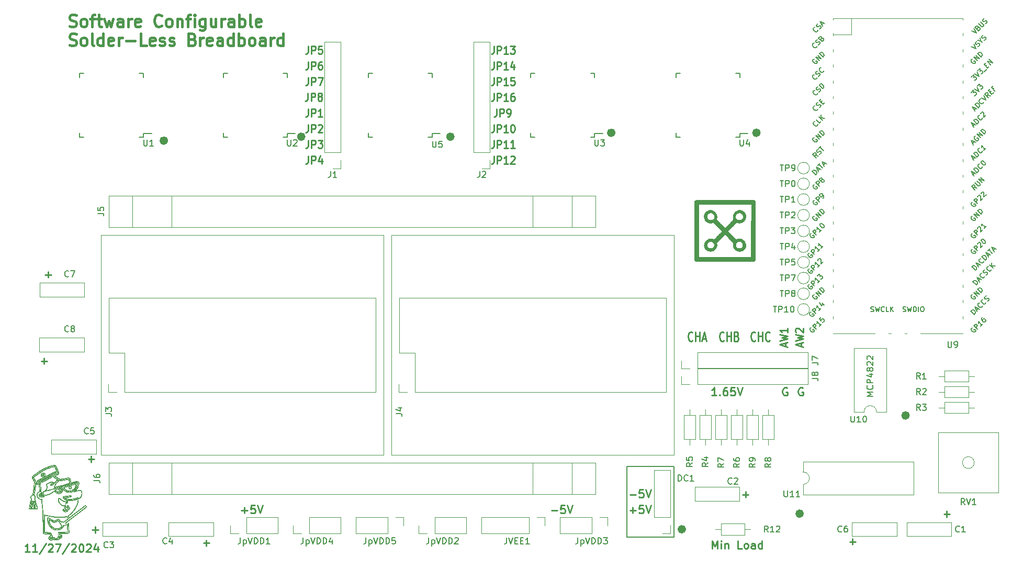
<source format=gbr>
%TF.GenerationSoftware,KiCad,Pcbnew,7.0.7*%
%TF.CreationDate,2024-11-27T08:57:40-05:00*%
%TF.ProjectId,cross-point-exp-brd-mini-lc,63726f73-732d-4706-9f69-6e742d657870,rev?*%
%TF.SameCoordinates,Original*%
%TF.FileFunction,Legend,Top*%
%TF.FilePolarity,Positive*%
%FSLAX46Y46*%
G04 Gerber Fmt 4.6, Leading zero omitted, Abs format (unit mm)*
G04 Created by KiCad (PCBNEW 7.0.7) date 2024-11-27 08:57:40*
%MOMM*%
%LPD*%
G01*
G04 APERTURE LIST*
%ADD10C,0.254000*%
%ADD11C,0.150000*%
%ADD12C,0.710000*%
%ADD13C,0.381000*%
%ADD14C,0.120000*%
%ADD15C,0.100000*%
G04 APERTURE END LIST*
D10*
X187824724Y-112969318D02*
X187099009Y-112969318D01*
X187461866Y-112969318D02*
X187461866Y-111699318D01*
X187461866Y-111699318D02*
X187340914Y-111880746D01*
X187340914Y-111880746D02*
X187219962Y-112001699D01*
X187219962Y-112001699D02*
X187099009Y-112062175D01*
X188369009Y-112848365D02*
X188429486Y-112908842D01*
X188429486Y-112908842D02*
X188369009Y-112969318D01*
X188369009Y-112969318D02*
X188308533Y-112908842D01*
X188308533Y-112908842D02*
X188369009Y-112848365D01*
X188369009Y-112848365D02*
X188369009Y-112969318D01*
X189518057Y-111699318D02*
X189276152Y-111699318D01*
X189276152Y-111699318D02*
X189155200Y-111759794D01*
X189155200Y-111759794D02*
X189094724Y-111820270D01*
X189094724Y-111820270D02*
X188973771Y-112001699D01*
X188973771Y-112001699D02*
X188913295Y-112243603D01*
X188913295Y-112243603D02*
X188913295Y-112727413D01*
X188913295Y-112727413D02*
X188973771Y-112848365D01*
X188973771Y-112848365D02*
X189034248Y-112908842D01*
X189034248Y-112908842D02*
X189155200Y-112969318D01*
X189155200Y-112969318D02*
X189397105Y-112969318D01*
X189397105Y-112969318D02*
X189518057Y-112908842D01*
X189518057Y-112908842D02*
X189578533Y-112848365D01*
X189578533Y-112848365D02*
X189639010Y-112727413D01*
X189639010Y-112727413D02*
X189639010Y-112425032D01*
X189639010Y-112425032D02*
X189578533Y-112304080D01*
X189578533Y-112304080D02*
X189518057Y-112243603D01*
X189518057Y-112243603D02*
X189397105Y-112183127D01*
X189397105Y-112183127D02*
X189155200Y-112183127D01*
X189155200Y-112183127D02*
X189034248Y-112243603D01*
X189034248Y-112243603D02*
X188973771Y-112304080D01*
X188973771Y-112304080D02*
X188913295Y-112425032D01*
X190788057Y-111699318D02*
X190183295Y-111699318D01*
X190183295Y-111699318D02*
X190122819Y-112304080D01*
X190122819Y-112304080D02*
X190183295Y-112243603D01*
X190183295Y-112243603D02*
X190304248Y-112183127D01*
X190304248Y-112183127D02*
X190606629Y-112183127D01*
X190606629Y-112183127D02*
X190727581Y-112243603D01*
X190727581Y-112243603D02*
X190788057Y-112304080D01*
X190788057Y-112304080D02*
X190848534Y-112425032D01*
X190848534Y-112425032D02*
X190848534Y-112727413D01*
X190848534Y-112727413D02*
X190788057Y-112848365D01*
X190788057Y-112848365D02*
X190727581Y-112908842D01*
X190727581Y-112908842D02*
X190606629Y-112969318D01*
X190606629Y-112969318D02*
X190304248Y-112969318D01*
X190304248Y-112969318D02*
X190183295Y-112908842D01*
X190183295Y-112908842D02*
X190122819Y-112848365D01*
X191211391Y-111699318D02*
X191634724Y-112969318D01*
X191634724Y-112969318D02*
X192058058Y-111699318D01*
D11*
X173355000Y-124450000D02*
X180975000Y-124450000D01*
D12*
X145135000Y-71120000D02*
G75*
G03*
X145135000Y-71120000I-355000J0D01*
G01*
X194665000Y-70485000D02*
G75*
G03*
X194665000Y-70485000I-355000J0D01*
G01*
X182600000Y-134610000D02*
G75*
G03*
X182600000Y-134610000I-355000J0D01*
G01*
X218795000Y-116205000D02*
G75*
G03*
X218795000Y-116205000I-355000J0D01*
G01*
D11*
X180975000Y-124450000D02*
X180975000Y-135880000D01*
D12*
X121005000Y-71120000D02*
G75*
G03*
X121005000Y-71120000I-355000J0D01*
G01*
X171170000Y-70485000D02*
G75*
G03*
X171170000Y-70485000I-355000J0D01*
G01*
X98780000Y-71755000D02*
G75*
G03*
X98780000Y-71755000I-355000J0D01*
G01*
D11*
X173355000Y-135880000D02*
X173355000Y-124450000D01*
D12*
X201650000Y-132080000D02*
G75*
G03*
X201650000Y-132080000I-355000J0D01*
G01*
D11*
X180975000Y-135880000D02*
X173355000Y-135880000D01*
D10*
X209384485Y-136615508D02*
X210352105Y-136615508D01*
X209868295Y-137099318D02*
X209868295Y-136131699D01*
X198966461Y-105025180D02*
X198966461Y-104480895D01*
X199329318Y-105134037D02*
X198059318Y-104753037D01*
X198059318Y-104753037D02*
X199329318Y-104372037D01*
X198059318Y-104099895D02*
X199329318Y-103827752D01*
X199329318Y-103827752D02*
X198422175Y-103610038D01*
X198422175Y-103610038D02*
X199329318Y-103392323D01*
X199329318Y-103392323D02*
X198059318Y-103120181D01*
X199329318Y-102086037D02*
X199329318Y-102739180D01*
X199329318Y-102412609D02*
X198059318Y-102412609D01*
X198059318Y-102412609D02*
X198240746Y-102521466D01*
X198240746Y-102521466D02*
X198361699Y-102630323D01*
X198361699Y-102630323D02*
X198422175Y-102739180D01*
X152269181Y-66614318D02*
X152269181Y-67521461D01*
X152269181Y-67521461D02*
X152214752Y-67702889D01*
X152214752Y-67702889D02*
X152105895Y-67823842D01*
X152105895Y-67823842D02*
X151942609Y-67884318D01*
X151942609Y-67884318D02*
X151833752Y-67884318D01*
X152813466Y-67884318D02*
X152813466Y-66614318D01*
X152813466Y-66614318D02*
X153248895Y-66614318D01*
X153248895Y-66614318D02*
X153357752Y-66674794D01*
X153357752Y-66674794D02*
X153412181Y-66735270D01*
X153412181Y-66735270D02*
X153466609Y-66856222D01*
X153466609Y-66856222D02*
X153466609Y-67037651D01*
X153466609Y-67037651D02*
X153412181Y-67158603D01*
X153412181Y-67158603D02*
X153357752Y-67219080D01*
X153357752Y-67219080D02*
X153248895Y-67279556D01*
X153248895Y-67279556D02*
X152813466Y-67279556D01*
X154010895Y-67884318D02*
X154228609Y-67884318D01*
X154228609Y-67884318D02*
X154337466Y-67823842D01*
X154337466Y-67823842D02*
X154391895Y-67763365D01*
X154391895Y-67763365D02*
X154500752Y-67581937D01*
X154500752Y-67581937D02*
X154555181Y-67340032D01*
X154555181Y-67340032D02*
X154555181Y-66856222D01*
X154555181Y-66856222D02*
X154500752Y-66735270D01*
X154500752Y-66735270D02*
X154446324Y-66674794D01*
X154446324Y-66674794D02*
X154337466Y-66614318D01*
X154337466Y-66614318D02*
X154119752Y-66614318D01*
X154119752Y-66614318D02*
X154010895Y-66674794D01*
X154010895Y-66674794D02*
X153956466Y-66735270D01*
X153956466Y-66735270D02*
X153902038Y-66856222D01*
X153902038Y-66856222D02*
X153902038Y-67158603D01*
X153902038Y-67158603D02*
X153956466Y-67279556D01*
X153956466Y-67279556D02*
X154010895Y-67340032D01*
X154010895Y-67340032D02*
X154119752Y-67400508D01*
X154119752Y-67400508D02*
X154337466Y-67400508D01*
X154337466Y-67400508D02*
X154446324Y-67340032D01*
X154446324Y-67340032D02*
X154500752Y-67279556D01*
X154500752Y-67279556D02*
X154555181Y-67158603D01*
X151815610Y-69154318D02*
X151815610Y-70061461D01*
X151815610Y-70061461D02*
X151761181Y-70242889D01*
X151761181Y-70242889D02*
X151652324Y-70363842D01*
X151652324Y-70363842D02*
X151489038Y-70424318D01*
X151489038Y-70424318D02*
X151380181Y-70424318D01*
X152359895Y-70424318D02*
X152359895Y-69154318D01*
X152359895Y-69154318D02*
X152795324Y-69154318D01*
X152795324Y-69154318D02*
X152904181Y-69214794D01*
X152904181Y-69214794D02*
X152958610Y-69275270D01*
X152958610Y-69275270D02*
X153013038Y-69396222D01*
X153013038Y-69396222D02*
X153013038Y-69577651D01*
X153013038Y-69577651D02*
X152958610Y-69698603D01*
X152958610Y-69698603D02*
X152904181Y-69759080D01*
X152904181Y-69759080D02*
X152795324Y-69819556D01*
X152795324Y-69819556D02*
X152359895Y-69819556D01*
X154101610Y-70424318D02*
X153448467Y-70424318D01*
X153775038Y-70424318D02*
X153775038Y-69154318D01*
X153775038Y-69154318D02*
X153666181Y-69335746D01*
X153666181Y-69335746D02*
X153557324Y-69456699D01*
X153557324Y-69456699D02*
X153448467Y-69517175D01*
X154809181Y-69154318D02*
X154918038Y-69154318D01*
X154918038Y-69154318D02*
X155026895Y-69214794D01*
X155026895Y-69214794D02*
X155081324Y-69275270D01*
X155081324Y-69275270D02*
X155135752Y-69396222D01*
X155135752Y-69396222D02*
X155190181Y-69638127D01*
X155190181Y-69638127D02*
X155190181Y-69940508D01*
X155190181Y-69940508D02*
X155135752Y-70182413D01*
X155135752Y-70182413D02*
X155081324Y-70303365D01*
X155081324Y-70303365D02*
X155026895Y-70363842D01*
X155026895Y-70363842D02*
X154918038Y-70424318D01*
X154918038Y-70424318D02*
X154809181Y-70424318D01*
X154809181Y-70424318D02*
X154700324Y-70363842D01*
X154700324Y-70363842D02*
X154645895Y-70303365D01*
X154645895Y-70303365D02*
X154591466Y-70182413D01*
X154591466Y-70182413D02*
X154537038Y-69940508D01*
X154537038Y-69940508D02*
X154537038Y-69638127D01*
X154537038Y-69638127D02*
X154591466Y-69396222D01*
X154591466Y-69396222D02*
X154645895Y-69275270D01*
X154645895Y-69275270D02*
X154700324Y-69214794D01*
X154700324Y-69214794D02*
X154809181Y-69154318D01*
X121789181Y-71694318D02*
X121789181Y-72601461D01*
X121789181Y-72601461D02*
X121734752Y-72782889D01*
X121734752Y-72782889D02*
X121625895Y-72903842D01*
X121625895Y-72903842D02*
X121462609Y-72964318D01*
X121462609Y-72964318D02*
X121353752Y-72964318D01*
X122333466Y-72964318D02*
X122333466Y-71694318D01*
X122333466Y-71694318D02*
X122768895Y-71694318D01*
X122768895Y-71694318D02*
X122877752Y-71754794D01*
X122877752Y-71754794D02*
X122932181Y-71815270D01*
X122932181Y-71815270D02*
X122986609Y-71936222D01*
X122986609Y-71936222D02*
X122986609Y-72117651D01*
X122986609Y-72117651D02*
X122932181Y-72238603D01*
X122932181Y-72238603D02*
X122877752Y-72299080D01*
X122877752Y-72299080D02*
X122768895Y-72359556D01*
X122768895Y-72359556D02*
X122333466Y-72359556D01*
X123367609Y-71694318D02*
X124075181Y-71694318D01*
X124075181Y-71694318D02*
X123694181Y-72178127D01*
X123694181Y-72178127D02*
X123857466Y-72178127D01*
X123857466Y-72178127D02*
X123966324Y-72238603D01*
X123966324Y-72238603D02*
X124020752Y-72299080D01*
X124020752Y-72299080D02*
X124075181Y-72420032D01*
X124075181Y-72420032D02*
X124075181Y-72722413D01*
X124075181Y-72722413D02*
X124020752Y-72843365D01*
X124020752Y-72843365D02*
X123966324Y-72903842D01*
X123966324Y-72903842D02*
X123857466Y-72964318D01*
X123857466Y-72964318D02*
X123530895Y-72964318D01*
X123530895Y-72964318D02*
X123422038Y-72903842D01*
X123422038Y-72903842D02*
X123367609Y-72843365D01*
X187159485Y-137734318D02*
X187159485Y-136464318D01*
X187159485Y-136464318D02*
X187582819Y-137371461D01*
X187582819Y-137371461D02*
X188006152Y-136464318D01*
X188006152Y-136464318D02*
X188006152Y-137734318D01*
X188610914Y-137734318D02*
X188610914Y-136887651D01*
X188610914Y-136464318D02*
X188550438Y-136524794D01*
X188550438Y-136524794D02*
X188610914Y-136585270D01*
X188610914Y-136585270D02*
X188671391Y-136524794D01*
X188671391Y-136524794D02*
X188610914Y-136464318D01*
X188610914Y-136464318D02*
X188610914Y-136585270D01*
X189215676Y-136887651D02*
X189215676Y-137734318D01*
X189215676Y-137008603D02*
X189276153Y-136948127D01*
X189276153Y-136948127D02*
X189397105Y-136887651D01*
X189397105Y-136887651D02*
X189578534Y-136887651D01*
X189578534Y-136887651D02*
X189699486Y-136948127D01*
X189699486Y-136948127D02*
X189759962Y-137069080D01*
X189759962Y-137069080D02*
X189759962Y-137734318D01*
X191937105Y-137734318D02*
X191332343Y-137734318D01*
X191332343Y-137734318D02*
X191332343Y-136464318D01*
X192541867Y-137734318D02*
X192420915Y-137673842D01*
X192420915Y-137673842D02*
X192360438Y-137613365D01*
X192360438Y-137613365D02*
X192299962Y-137492413D01*
X192299962Y-137492413D02*
X192299962Y-137129556D01*
X192299962Y-137129556D02*
X192360438Y-137008603D01*
X192360438Y-137008603D02*
X192420915Y-136948127D01*
X192420915Y-136948127D02*
X192541867Y-136887651D01*
X192541867Y-136887651D02*
X192723296Y-136887651D01*
X192723296Y-136887651D02*
X192844248Y-136948127D01*
X192844248Y-136948127D02*
X192904724Y-137008603D01*
X192904724Y-137008603D02*
X192965200Y-137129556D01*
X192965200Y-137129556D02*
X192965200Y-137492413D01*
X192965200Y-137492413D02*
X192904724Y-137613365D01*
X192904724Y-137613365D02*
X192844248Y-137673842D01*
X192844248Y-137673842D02*
X192723296Y-137734318D01*
X192723296Y-137734318D02*
X192541867Y-137734318D01*
X194053772Y-137734318D02*
X194053772Y-137069080D01*
X194053772Y-137069080D02*
X193993296Y-136948127D01*
X193993296Y-136948127D02*
X193872344Y-136887651D01*
X193872344Y-136887651D02*
X193630439Y-136887651D01*
X193630439Y-136887651D02*
X193509486Y-136948127D01*
X194053772Y-137673842D02*
X193932820Y-137734318D01*
X193932820Y-137734318D02*
X193630439Y-137734318D01*
X193630439Y-137734318D02*
X193509486Y-137673842D01*
X193509486Y-137673842D02*
X193449010Y-137552889D01*
X193449010Y-137552889D02*
X193449010Y-137431937D01*
X193449010Y-137431937D02*
X193509486Y-137310984D01*
X193509486Y-137310984D02*
X193630439Y-137250508D01*
X193630439Y-137250508D02*
X193932820Y-137250508D01*
X193932820Y-137250508D02*
X194053772Y-137190032D01*
X195202820Y-137734318D02*
X195202820Y-136464318D01*
X195202820Y-137673842D02*
X195081868Y-137734318D01*
X195081868Y-137734318D02*
X194839963Y-137734318D01*
X194839963Y-137734318D02*
X194719011Y-137673842D01*
X194719011Y-137673842D02*
X194658534Y-137613365D01*
X194658534Y-137613365D02*
X194598058Y-137492413D01*
X194598058Y-137492413D02*
X194598058Y-137129556D01*
X194598058Y-137129556D02*
X194658534Y-137008603D01*
X194658534Y-137008603D02*
X194719011Y-136948127D01*
X194719011Y-136948127D02*
X194839963Y-136887651D01*
X194839963Y-136887651D02*
X195081868Y-136887651D01*
X195081868Y-136887651D02*
X195202820Y-136948127D01*
X189052390Y-104051680D02*
X188997962Y-104124252D01*
X188997962Y-104124252D02*
X188834676Y-104196823D01*
X188834676Y-104196823D02*
X188725819Y-104196823D01*
X188725819Y-104196823D02*
X188562533Y-104124252D01*
X188562533Y-104124252D02*
X188453676Y-103979109D01*
X188453676Y-103979109D02*
X188399247Y-103833966D01*
X188399247Y-103833966D02*
X188344819Y-103543680D01*
X188344819Y-103543680D02*
X188344819Y-103325966D01*
X188344819Y-103325966D02*
X188399247Y-103035680D01*
X188399247Y-103035680D02*
X188453676Y-102890537D01*
X188453676Y-102890537D02*
X188562533Y-102745394D01*
X188562533Y-102745394D02*
X188725819Y-102672823D01*
X188725819Y-102672823D02*
X188834676Y-102672823D01*
X188834676Y-102672823D02*
X188997962Y-102745394D01*
X188997962Y-102745394D02*
X189052390Y-102817966D01*
X189542247Y-104196823D02*
X189542247Y-102672823D01*
X189542247Y-103398537D02*
X190195390Y-103398537D01*
X190195390Y-104196823D02*
X190195390Y-102672823D01*
X191120676Y-103398537D02*
X191283962Y-103471109D01*
X191283962Y-103471109D02*
X191338391Y-103543680D01*
X191338391Y-103543680D02*
X191392819Y-103688823D01*
X191392819Y-103688823D02*
X191392819Y-103906537D01*
X191392819Y-103906537D02*
X191338391Y-104051680D01*
X191338391Y-104051680D02*
X191283962Y-104124252D01*
X191283962Y-104124252D02*
X191175105Y-104196823D01*
X191175105Y-104196823D02*
X190739676Y-104196823D01*
X190739676Y-104196823D02*
X190739676Y-102672823D01*
X190739676Y-102672823D02*
X191120676Y-102672823D01*
X191120676Y-102672823D02*
X191229534Y-102745394D01*
X191229534Y-102745394D02*
X191283962Y-102817966D01*
X191283962Y-102817966D02*
X191338391Y-102963109D01*
X191338391Y-102963109D02*
X191338391Y-103108252D01*
X191338391Y-103108252D02*
X191283962Y-103253394D01*
X191283962Y-103253394D02*
X191229534Y-103325966D01*
X191229534Y-103325966D02*
X191120676Y-103398537D01*
X191120676Y-103398537D02*
X190739676Y-103398537D01*
X199254724Y-111759794D02*
X199133771Y-111699318D01*
X199133771Y-111699318D02*
X198952343Y-111699318D01*
X198952343Y-111699318D02*
X198770914Y-111759794D01*
X198770914Y-111759794D02*
X198649962Y-111880746D01*
X198649962Y-111880746D02*
X198589485Y-112001699D01*
X198589485Y-112001699D02*
X198529009Y-112243603D01*
X198529009Y-112243603D02*
X198529009Y-112425032D01*
X198529009Y-112425032D02*
X198589485Y-112666937D01*
X198589485Y-112666937D02*
X198649962Y-112787889D01*
X198649962Y-112787889D02*
X198770914Y-112908842D01*
X198770914Y-112908842D02*
X198952343Y-112969318D01*
X198952343Y-112969318D02*
X199073295Y-112969318D01*
X199073295Y-112969318D02*
X199254724Y-112908842D01*
X199254724Y-112908842D02*
X199315200Y-112848365D01*
X199315200Y-112848365D02*
X199315200Y-112425032D01*
X199315200Y-112425032D02*
X199073295Y-112425032D01*
X121789181Y-74234318D02*
X121789181Y-75141461D01*
X121789181Y-75141461D02*
X121734752Y-75322889D01*
X121734752Y-75322889D02*
X121625895Y-75443842D01*
X121625895Y-75443842D02*
X121462609Y-75504318D01*
X121462609Y-75504318D02*
X121353752Y-75504318D01*
X122333466Y-75504318D02*
X122333466Y-74234318D01*
X122333466Y-74234318D02*
X122768895Y-74234318D01*
X122768895Y-74234318D02*
X122877752Y-74294794D01*
X122877752Y-74294794D02*
X122932181Y-74355270D01*
X122932181Y-74355270D02*
X122986609Y-74476222D01*
X122986609Y-74476222D02*
X122986609Y-74657651D01*
X122986609Y-74657651D02*
X122932181Y-74778603D01*
X122932181Y-74778603D02*
X122877752Y-74839080D01*
X122877752Y-74839080D02*
X122768895Y-74899556D01*
X122768895Y-74899556D02*
X122333466Y-74899556D01*
X123966324Y-74657651D02*
X123966324Y-75504318D01*
X123694181Y-74173842D02*
X123422038Y-75080984D01*
X123422038Y-75080984D02*
X124129609Y-75080984D01*
X151815610Y-71694318D02*
X151815610Y-72601461D01*
X151815610Y-72601461D02*
X151761181Y-72782889D01*
X151761181Y-72782889D02*
X151652324Y-72903842D01*
X151652324Y-72903842D02*
X151489038Y-72964318D01*
X151489038Y-72964318D02*
X151380181Y-72964318D01*
X152359895Y-72964318D02*
X152359895Y-71694318D01*
X152359895Y-71694318D02*
X152795324Y-71694318D01*
X152795324Y-71694318D02*
X152904181Y-71754794D01*
X152904181Y-71754794D02*
X152958610Y-71815270D01*
X152958610Y-71815270D02*
X153013038Y-71936222D01*
X153013038Y-71936222D02*
X153013038Y-72117651D01*
X153013038Y-72117651D02*
X152958610Y-72238603D01*
X152958610Y-72238603D02*
X152904181Y-72299080D01*
X152904181Y-72299080D02*
X152795324Y-72359556D01*
X152795324Y-72359556D02*
X152359895Y-72359556D01*
X154101610Y-72964318D02*
X153448467Y-72964318D01*
X153775038Y-72964318D02*
X153775038Y-71694318D01*
X153775038Y-71694318D02*
X153666181Y-71875746D01*
X153666181Y-71875746D02*
X153557324Y-71996699D01*
X153557324Y-71996699D02*
X153448467Y-72057175D01*
X155190181Y-72964318D02*
X154537038Y-72964318D01*
X154863609Y-72964318D02*
X154863609Y-71694318D01*
X154863609Y-71694318D02*
X154754752Y-71875746D01*
X154754752Y-71875746D02*
X154645895Y-71996699D01*
X154645895Y-71996699D02*
X154537038Y-72057175D01*
X151815610Y-61534318D02*
X151815610Y-62441461D01*
X151815610Y-62441461D02*
X151761181Y-62622889D01*
X151761181Y-62622889D02*
X151652324Y-62743842D01*
X151652324Y-62743842D02*
X151489038Y-62804318D01*
X151489038Y-62804318D02*
X151380181Y-62804318D01*
X152359895Y-62804318D02*
X152359895Y-61534318D01*
X152359895Y-61534318D02*
X152795324Y-61534318D01*
X152795324Y-61534318D02*
X152904181Y-61594794D01*
X152904181Y-61594794D02*
X152958610Y-61655270D01*
X152958610Y-61655270D02*
X153013038Y-61776222D01*
X153013038Y-61776222D02*
X153013038Y-61957651D01*
X153013038Y-61957651D02*
X152958610Y-62078603D01*
X152958610Y-62078603D02*
X152904181Y-62139080D01*
X152904181Y-62139080D02*
X152795324Y-62199556D01*
X152795324Y-62199556D02*
X152359895Y-62199556D01*
X154101610Y-62804318D02*
X153448467Y-62804318D01*
X153775038Y-62804318D02*
X153775038Y-61534318D01*
X153775038Y-61534318D02*
X153666181Y-61715746D01*
X153666181Y-61715746D02*
X153557324Y-61836699D01*
X153557324Y-61836699D02*
X153448467Y-61897175D01*
X155135752Y-61534318D02*
X154591466Y-61534318D01*
X154591466Y-61534318D02*
X154537038Y-62139080D01*
X154537038Y-62139080D02*
X154591466Y-62078603D01*
X154591466Y-62078603D02*
X154700324Y-62018127D01*
X154700324Y-62018127D02*
X154972466Y-62018127D01*
X154972466Y-62018127D02*
X155081324Y-62078603D01*
X155081324Y-62078603D02*
X155135752Y-62139080D01*
X155135752Y-62139080D02*
X155190181Y-62260032D01*
X155190181Y-62260032D02*
X155190181Y-62562413D01*
X155190181Y-62562413D02*
X155135752Y-62683365D01*
X155135752Y-62683365D02*
X155081324Y-62743842D01*
X155081324Y-62743842D02*
X154972466Y-62804318D01*
X154972466Y-62804318D02*
X154700324Y-62804318D01*
X154700324Y-62804318D02*
X154591466Y-62743842D01*
X154591466Y-62743842D02*
X154537038Y-62683365D01*
X121789181Y-61534318D02*
X121789181Y-62441461D01*
X121789181Y-62441461D02*
X121734752Y-62622889D01*
X121734752Y-62622889D02*
X121625895Y-62743842D01*
X121625895Y-62743842D02*
X121462609Y-62804318D01*
X121462609Y-62804318D02*
X121353752Y-62804318D01*
X122333466Y-62804318D02*
X122333466Y-61534318D01*
X122333466Y-61534318D02*
X122768895Y-61534318D01*
X122768895Y-61534318D02*
X122877752Y-61594794D01*
X122877752Y-61594794D02*
X122932181Y-61655270D01*
X122932181Y-61655270D02*
X122986609Y-61776222D01*
X122986609Y-61776222D02*
X122986609Y-61957651D01*
X122986609Y-61957651D02*
X122932181Y-62078603D01*
X122932181Y-62078603D02*
X122877752Y-62139080D01*
X122877752Y-62139080D02*
X122768895Y-62199556D01*
X122768895Y-62199556D02*
X122333466Y-62199556D01*
X123367609Y-61534318D02*
X124129609Y-61534318D01*
X124129609Y-61534318D02*
X123639752Y-62804318D01*
X79209485Y-93435508D02*
X80177105Y-93435508D01*
X79693295Y-93919318D02*
X79693295Y-92951699D01*
X183972390Y-104051680D02*
X183917962Y-104124252D01*
X183917962Y-104124252D02*
X183754676Y-104196823D01*
X183754676Y-104196823D02*
X183645819Y-104196823D01*
X183645819Y-104196823D02*
X183482533Y-104124252D01*
X183482533Y-104124252D02*
X183373676Y-103979109D01*
X183373676Y-103979109D02*
X183319247Y-103833966D01*
X183319247Y-103833966D02*
X183264819Y-103543680D01*
X183264819Y-103543680D02*
X183264819Y-103325966D01*
X183264819Y-103325966D02*
X183319247Y-103035680D01*
X183319247Y-103035680D02*
X183373676Y-102890537D01*
X183373676Y-102890537D02*
X183482533Y-102745394D01*
X183482533Y-102745394D02*
X183645819Y-102672823D01*
X183645819Y-102672823D02*
X183754676Y-102672823D01*
X183754676Y-102672823D02*
X183917962Y-102745394D01*
X183917962Y-102745394D02*
X183972390Y-102817966D01*
X184462247Y-104196823D02*
X184462247Y-102672823D01*
X184462247Y-103398537D02*
X185115390Y-103398537D01*
X185115390Y-104196823D02*
X185115390Y-102672823D01*
X185605248Y-103761394D02*
X186149534Y-103761394D01*
X185496391Y-104196823D02*
X185877391Y-102672823D01*
X185877391Y-102672823D02*
X186258391Y-104196823D01*
X110959485Y-131535508D02*
X111927105Y-131535508D01*
X111443295Y-132019318D02*
X111443295Y-131051699D01*
X113136628Y-130749318D02*
X112531866Y-130749318D01*
X112531866Y-130749318D02*
X112471390Y-131354080D01*
X112471390Y-131354080D02*
X112531866Y-131293603D01*
X112531866Y-131293603D02*
X112652819Y-131233127D01*
X112652819Y-131233127D02*
X112955200Y-131233127D01*
X112955200Y-131233127D02*
X113076152Y-131293603D01*
X113076152Y-131293603D02*
X113136628Y-131354080D01*
X113136628Y-131354080D02*
X113197105Y-131475032D01*
X113197105Y-131475032D02*
X113197105Y-131777413D01*
X113197105Y-131777413D02*
X113136628Y-131898365D01*
X113136628Y-131898365D02*
X113076152Y-131958842D01*
X113076152Y-131958842D02*
X112955200Y-132019318D01*
X112955200Y-132019318D02*
X112652819Y-132019318D01*
X112652819Y-132019318D02*
X112531866Y-131958842D01*
X112531866Y-131958842D02*
X112471390Y-131898365D01*
X113559962Y-130749318D02*
X113983295Y-132019318D01*
X113983295Y-132019318D02*
X114406629Y-130749318D01*
X86829485Y-134710508D02*
X87797105Y-134710508D01*
X87313295Y-135194318D02*
X87313295Y-134226699D01*
D13*
X83163514Y-53212238D02*
X83435657Y-53302952D01*
X83435657Y-53302952D02*
X83889228Y-53302952D01*
X83889228Y-53302952D02*
X84070657Y-53212238D01*
X84070657Y-53212238D02*
X84161371Y-53121523D01*
X84161371Y-53121523D02*
X84252085Y-52940095D01*
X84252085Y-52940095D02*
X84252085Y-52758666D01*
X84252085Y-52758666D02*
X84161371Y-52577238D01*
X84161371Y-52577238D02*
X84070657Y-52486523D01*
X84070657Y-52486523D02*
X83889228Y-52395809D01*
X83889228Y-52395809D02*
X83526371Y-52305095D01*
X83526371Y-52305095D02*
X83344942Y-52214380D01*
X83344942Y-52214380D02*
X83254228Y-52123666D01*
X83254228Y-52123666D02*
X83163514Y-51942238D01*
X83163514Y-51942238D02*
X83163514Y-51760809D01*
X83163514Y-51760809D02*
X83254228Y-51579380D01*
X83254228Y-51579380D02*
X83344942Y-51488666D01*
X83344942Y-51488666D02*
X83526371Y-51397952D01*
X83526371Y-51397952D02*
X83979942Y-51397952D01*
X83979942Y-51397952D02*
X84252085Y-51488666D01*
X85340657Y-53302952D02*
X85159228Y-53212238D01*
X85159228Y-53212238D02*
X85068514Y-53121523D01*
X85068514Y-53121523D02*
X84977800Y-52940095D01*
X84977800Y-52940095D02*
X84977800Y-52395809D01*
X84977800Y-52395809D02*
X85068514Y-52214380D01*
X85068514Y-52214380D02*
X85159228Y-52123666D01*
X85159228Y-52123666D02*
X85340657Y-52032952D01*
X85340657Y-52032952D02*
X85612800Y-52032952D01*
X85612800Y-52032952D02*
X85794228Y-52123666D01*
X85794228Y-52123666D02*
X85884943Y-52214380D01*
X85884943Y-52214380D02*
X85975657Y-52395809D01*
X85975657Y-52395809D02*
X85975657Y-52940095D01*
X85975657Y-52940095D02*
X85884943Y-53121523D01*
X85884943Y-53121523D02*
X85794228Y-53212238D01*
X85794228Y-53212238D02*
X85612800Y-53302952D01*
X85612800Y-53302952D02*
X85340657Y-53302952D01*
X86519942Y-52032952D02*
X87245656Y-52032952D01*
X86792085Y-53302952D02*
X86792085Y-51670095D01*
X86792085Y-51670095D02*
X86882799Y-51488666D01*
X86882799Y-51488666D02*
X87064228Y-51397952D01*
X87064228Y-51397952D02*
X87245656Y-51397952D01*
X87608513Y-52032952D02*
X88334227Y-52032952D01*
X87880656Y-51397952D02*
X87880656Y-53030809D01*
X87880656Y-53030809D02*
X87971370Y-53212238D01*
X87971370Y-53212238D02*
X88152799Y-53302952D01*
X88152799Y-53302952D02*
X88334227Y-53302952D01*
X88787798Y-52032952D02*
X89150656Y-53302952D01*
X89150656Y-53302952D02*
X89513513Y-52395809D01*
X89513513Y-52395809D02*
X89876370Y-53302952D01*
X89876370Y-53302952D02*
X90239227Y-52032952D01*
X91781370Y-53302952D02*
X91781370Y-52305095D01*
X91781370Y-52305095D02*
X91690655Y-52123666D01*
X91690655Y-52123666D02*
X91509227Y-52032952D01*
X91509227Y-52032952D02*
X91146370Y-52032952D01*
X91146370Y-52032952D02*
X90964941Y-52123666D01*
X91781370Y-53212238D02*
X91599941Y-53302952D01*
X91599941Y-53302952D02*
X91146370Y-53302952D01*
X91146370Y-53302952D02*
X90964941Y-53212238D01*
X90964941Y-53212238D02*
X90874227Y-53030809D01*
X90874227Y-53030809D02*
X90874227Y-52849380D01*
X90874227Y-52849380D02*
X90964941Y-52667952D01*
X90964941Y-52667952D02*
X91146370Y-52577238D01*
X91146370Y-52577238D02*
X91599941Y-52577238D01*
X91599941Y-52577238D02*
X91781370Y-52486523D01*
X92688512Y-53302952D02*
X92688512Y-52032952D01*
X92688512Y-52395809D02*
X92779226Y-52214380D01*
X92779226Y-52214380D02*
X92869941Y-52123666D01*
X92869941Y-52123666D02*
X93051369Y-52032952D01*
X93051369Y-52032952D02*
X93232798Y-52032952D01*
X94593512Y-53212238D02*
X94412084Y-53302952D01*
X94412084Y-53302952D02*
X94049227Y-53302952D01*
X94049227Y-53302952D02*
X93867798Y-53212238D01*
X93867798Y-53212238D02*
X93777084Y-53030809D01*
X93777084Y-53030809D02*
X93777084Y-52305095D01*
X93777084Y-52305095D02*
X93867798Y-52123666D01*
X93867798Y-52123666D02*
X94049227Y-52032952D01*
X94049227Y-52032952D02*
X94412084Y-52032952D01*
X94412084Y-52032952D02*
X94593512Y-52123666D01*
X94593512Y-52123666D02*
X94684227Y-52305095D01*
X94684227Y-52305095D02*
X94684227Y-52486523D01*
X94684227Y-52486523D02*
X93777084Y-52667952D01*
X98040655Y-53121523D02*
X97949941Y-53212238D01*
X97949941Y-53212238D02*
X97677798Y-53302952D01*
X97677798Y-53302952D02*
X97496370Y-53302952D01*
X97496370Y-53302952D02*
X97224227Y-53212238D01*
X97224227Y-53212238D02*
X97042798Y-53030809D01*
X97042798Y-53030809D02*
X96952084Y-52849380D01*
X96952084Y-52849380D02*
X96861370Y-52486523D01*
X96861370Y-52486523D02*
X96861370Y-52214380D01*
X96861370Y-52214380D02*
X96952084Y-51851523D01*
X96952084Y-51851523D02*
X97042798Y-51670095D01*
X97042798Y-51670095D02*
X97224227Y-51488666D01*
X97224227Y-51488666D02*
X97496370Y-51397952D01*
X97496370Y-51397952D02*
X97677798Y-51397952D01*
X97677798Y-51397952D02*
X97949941Y-51488666D01*
X97949941Y-51488666D02*
X98040655Y-51579380D01*
X99129227Y-53302952D02*
X98947798Y-53212238D01*
X98947798Y-53212238D02*
X98857084Y-53121523D01*
X98857084Y-53121523D02*
X98766370Y-52940095D01*
X98766370Y-52940095D02*
X98766370Y-52395809D01*
X98766370Y-52395809D02*
X98857084Y-52214380D01*
X98857084Y-52214380D02*
X98947798Y-52123666D01*
X98947798Y-52123666D02*
X99129227Y-52032952D01*
X99129227Y-52032952D02*
X99401370Y-52032952D01*
X99401370Y-52032952D02*
X99582798Y-52123666D01*
X99582798Y-52123666D02*
X99673513Y-52214380D01*
X99673513Y-52214380D02*
X99764227Y-52395809D01*
X99764227Y-52395809D02*
X99764227Y-52940095D01*
X99764227Y-52940095D02*
X99673513Y-53121523D01*
X99673513Y-53121523D02*
X99582798Y-53212238D01*
X99582798Y-53212238D02*
X99401370Y-53302952D01*
X99401370Y-53302952D02*
X99129227Y-53302952D01*
X100580655Y-52032952D02*
X100580655Y-53302952D01*
X100580655Y-52214380D02*
X100671369Y-52123666D01*
X100671369Y-52123666D02*
X100852798Y-52032952D01*
X100852798Y-52032952D02*
X101124941Y-52032952D01*
X101124941Y-52032952D02*
X101306369Y-52123666D01*
X101306369Y-52123666D02*
X101397084Y-52305095D01*
X101397084Y-52305095D02*
X101397084Y-53302952D01*
X102032083Y-52032952D02*
X102757797Y-52032952D01*
X102304226Y-53302952D02*
X102304226Y-51670095D01*
X102304226Y-51670095D02*
X102394940Y-51488666D01*
X102394940Y-51488666D02*
X102576369Y-51397952D01*
X102576369Y-51397952D02*
X102757797Y-51397952D01*
X103392797Y-53302952D02*
X103392797Y-52032952D01*
X103392797Y-51397952D02*
X103302083Y-51488666D01*
X103302083Y-51488666D02*
X103392797Y-51579380D01*
X103392797Y-51579380D02*
X103483511Y-51488666D01*
X103483511Y-51488666D02*
X103392797Y-51397952D01*
X103392797Y-51397952D02*
X103392797Y-51579380D01*
X105116369Y-52032952D02*
X105116369Y-53575095D01*
X105116369Y-53575095D02*
X105025654Y-53756523D01*
X105025654Y-53756523D02*
X104934940Y-53847238D01*
X104934940Y-53847238D02*
X104753511Y-53937952D01*
X104753511Y-53937952D02*
X104481369Y-53937952D01*
X104481369Y-53937952D02*
X104299940Y-53847238D01*
X105116369Y-53212238D02*
X104934940Y-53302952D01*
X104934940Y-53302952D02*
X104572083Y-53302952D01*
X104572083Y-53302952D02*
X104390654Y-53212238D01*
X104390654Y-53212238D02*
X104299940Y-53121523D01*
X104299940Y-53121523D02*
X104209226Y-52940095D01*
X104209226Y-52940095D02*
X104209226Y-52395809D01*
X104209226Y-52395809D02*
X104299940Y-52214380D01*
X104299940Y-52214380D02*
X104390654Y-52123666D01*
X104390654Y-52123666D02*
X104572083Y-52032952D01*
X104572083Y-52032952D02*
X104934940Y-52032952D01*
X104934940Y-52032952D02*
X105116369Y-52123666D01*
X106839940Y-52032952D02*
X106839940Y-53302952D01*
X106023511Y-52032952D02*
X106023511Y-53030809D01*
X106023511Y-53030809D02*
X106114225Y-53212238D01*
X106114225Y-53212238D02*
X106295654Y-53302952D01*
X106295654Y-53302952D02*
X106567797Y-53302952D01*
X106567797Y-53302952D02*
X106749225Y-53212238D01*
X106749225Y-53212238D02*
X106839940Y-53121523D01*
X107747082Y-53302952D02*
X107747082Y-52032952D01*
X107747082Y-52395809D02*
X107837796Y-52214380D01*
X107837796Y-52214380D02*
X107928511Y-52123666D01*
X107928511Y-52123666D02*
X108109939Y-52032952D01*
X108109939Y-52032952D02*
X108291368Y-52032952D01*
X109742797Y-53302952D02*
X109742797Y-52305095D01*
X109742797Y-52305095D02*
X109652082Y-52123666D01*
X109652082Y-52123666D02*
X109470654Y-52032952D01*
X109470654Y-52032952D02*
X109107797Y-52032952D01*
X109107797Y-52032952D02*
X108926368Y-52123666D01*
X109742797Y-53212238D02*
X109561368Y-53302952D01*
X109561368Y-53302952D02*
X109107797Y-53302952D01*
X109107797Y-53302952D02*
X108926368Y-53212238D01*
X108926368Y-53212238D02*
X108835654Y-53030809D01*
X108835654Y-53030809D02*
X108835654Y-52849380D01*
X108835654Y-52849380D02*
X108926368Y-52667952D01*
X108926368Y-52667952D02*
X109107797Y-52577238D01*
X109107797Y-52577238D02*
X109561368Y-52577238D01*
X109561368Y-52577238D02*
X109742797Y-52486523D01*
X110649939Y-53302952D02*
X110649939Y-51397952D01*
X110649939Y-52123666D02*
X110831368Y-52032952D01*
X110831368Y-52032952D02*
X111194225Y-52032952D01*
X111194225Y-52032952D02*
X111375653Y-52123666D01*
X111375653Y-52123666D02*
X111466368Y-52214380D01*
X111466368Y-52214380D02*
X111557082Y-52395809D01*
X111557082Y-52395809D02*
X111557082Y-52940095D01*
X111557082Y-52940095D02*
X111466368Y-53121523D01*
X111466368Y-53121523D02*
X111375653Y-53212238D01*
X111375653Y-53212238D02*
X111194225Y-53302952D01*
X111194225Y-53302952D02*
X110831368Y-53302952D01*
X110831368Y-53302952D02*
X110649939Y-53212238D01*
X112645653Y-53302952D02*
X112464224Y-53212238D01*
X112464224Y-53212238D02*
X112373510Y-53030809D01*
X112373510Y-53030809D02*
X112373510Y-51397952D01*
X114097081Y-53212238D02*
X113915653Y-53302952D01*
X113915653Y-53302952D02*
X113552796Y-53302952D01*
X113552796Y-53302952D02*
X113371367Y-53212238D01*
X113371367Y-53212238D02*
X113280653Y-53030809D01*
X113280653Y-53030809D02*
X113280653Y-52305095D01*
X113280653Y-52305095D02*
X113371367Y-52123666D01*
X113371367Y-52123666D02*
X113552796Y-52032952D01*
X113552796Y-52032952D02*
X113915653Y-52032952D01*
X113915653Y-52032952D02*
X114097081Y-52123666D01*
X114097081Y-52123666D02*
X114187796Y-52305095D01*
X114187796Y-52305095D02*
X114187796Y-52486523D01*
X114187796Y-52486523D02*
X113280653Y-52667952D01*
X83163514Y-56279288D02*
X83435657Y-56370002D01*
X83435657Y-56370002D02*
X83889228Y-56370002D01*
X83889228Y-56370002D02*
X84070657Y-56279288D01*
X84070657Y-56279288D02*
X84161371Y-56188573D01*
X84161371Y-56188573D02*
X84252085Y-56007145D01*
X84252085Y-56007145D02*
X84252085Y-55825716D01*
X84252085Y-55825716D02*
X84161371Y-55644288D01*
X84161371Y-55644288D02*
X84070657Y-55553573D01*
X84070657Y-55553573D02*
X83889228Y-55462859D01*
X83889228Y-55462859D02*
X83526371Y-55372145D01*
X83526371Y-55372145D02*
X83344942Y-55281430D01*
X83344942Y-55281430D02*
X83254228Y-55190716D01*
X83254228Y-55190716D02*
X83163514Y-55009288D01*
X83163514Y-55009288D02*
X83163514Y-54827859D01*
X83163514Y-54827859D02*
X83254228Y-54646430D01*
X83254228Y-54646430D02*
X83344942Y-54555716D01*
X83344942Y-54555716D02*
X83526371Y-54465002D01*
X83526371Y-54465002D02*
X83979942Y-54465002D01*
X83979942Y-54465002D02*
X84252085Y-54555716D01*
X85340657Y-56370002D02*
X85159228Y-56279288D01*
X85159228Y-56279288D02*
X85068514Y-56188573D01*
X85068514Y-56188573D02*
X84977800Y-56007145D01*
X84977800Y-56007145D02*
X84977800Y-55462859D01*
X84977800Y-55462859D02*
X85068514Y-55281430D01*
X85068514Y-55281430D02*
X85159228Y-55190716D01*
X85159228Y-55190716D02*
X85340657Y-55100002D01*
X85340657Y-55100002D02*
X85612800Y-55100002D01*
X85612800Y-55100002D02*
X85794228Y-55190716D01*
X85794228Y-55190716D02*
X85884943Y-55281430D01*
X85884943Y-55281430D02*
X85975657Y-55462859D01*
X85975657Y-55462859D02*
X85975657Y-56007145D01*
X85975657Y-56007145D02*
X85884943Y-56188573D01*
X85884943Y-56188573D02*
X85794228Y-56279288D01*
X85794228Y-56279288D02*
X85612800Y-56370002D01*
X85612800Y-56370002D02*
X85340657Y-56370002D01*
X87064228Y-56370002D02*
X86882799Y-56279288D01*
X86882799Y-56279288D02*
X86792085Y-56097859D01*
X86792085Y-56097859D02*
X86792085Y-54465002D01*
X88606371Y-56370002D02*
X88606371Y-54465002D01*
X88606371Y-56279288D02*
X88424942Y-56370002D01*
X88424942Y-56370002D02*
X88062085Y-56370002D01*
X88062085Y-56370002D02*
X87880656Y-56279288D01*
X87880656Y-56279288D02*
X87789942Y-56188573D01*
X87789942Y-56188573D02*
X87699228Y-56007145D01*
X87699228Y-56007145D02*
X87699228Y-55462859D01*
X87699228Y-55462859D02*
X87789942Y-55281430D01*
X87789942Y-55281430D02*
X87880656Y-55190716D01*
X87880656Y-55190716D02*
X88062085Y-55100002D01*
X88062085Y-55100002D02*
X88424942Y-55100002D01*
X88424942Y-55100002D02*
X88606371Y-55190716D01*
X90239227Y-56279288D02*
X90057799Y-56370002D01*
X90057799Y-56370002D02*
X89694942Y-56370002D01*
X89694942Y-56370002D02*
X89513513Y-56279288D01*
X89513513Y-56279288D02*
X89422799Y-56097859D01*
X89422799Y-56097859D02*
X89422799Y-55372145D01*
X89422799Y-55372145D02*
X89513513Y-55190716D01*
X89513513Y-55190716D02*
X89694942Y-55100002D01*
X89694942Y-55100002D02*
X90057799Y-55100002D01*
X90057799Y-55100002D02*
X90239227Y-55190716D01*
X90239227Y-55190716D02*
X90329942Y-55372145D01*
X90329942Y-55372145D02*
X90329942Y-55553573D01*
X90329942Y-55553573D02*
X89422799Y-55735002D01*
X91146370Y-56370002D02*
X91146370Y-55100002D01*
X91146370Y-55462859D02*
X91237084Y-55281430D01*
X91237084Y-55281430D02*
X91327799Y-55190716D01*
X91327799Y-55190716D02*
X91509227Y-55100002D01*
X91509227Y-55100002D02*
X91690656Y-55100002D01*
X92325656Y-55644288D02*
X93777085Y-55644288D01*
X95591370Y-56370002D02*
X94684227Y-56370002D01*
X94684227Y-56370002D02*
X94684227Y-54465002D01*
X96952084Y-56279288D02*
X96770656Y-56370002D01*
X96770656Y-56370002D02*
X96407799Y-56370002D01*
X96407799Y-56370002D02*
X96226370Y-56279288D01*
X96226370Y-56279288D02*
X96135656Y-56097859D01*
X96135656Y-56097859D02*
X96135656Y-55372145D01*
X96135656Y-55372145D02*
X96226370Y-55190716D01*
X96226370Y-55190716D02*
X96407799Y-55100002D01*
X96407799Y-55100002D02*
X96770656Y-55100002D01*
X96770656Y-55100002D02*
X96952084Y-55190716D01*
X96952084Y-55190716D02*
X97042799Y-55372145D01*
X97042799Y-55372145D02*
X97042799Y-55553573D01*
X97042799Y-55553573D02*
X96135656Y-55735002D01*
X97768513Y-56279288D02*
X97949941Y-56370002D01*
X97949941Y-56370002D02*
X98312798Y-56370002D01*
X98312798Y-56370002D02*
X98494227Y-56279288D01*
X98494227Y-56279288D02*
X98584941Y-56097859D01*
X98584941Y-56097859D02*
X98584941Y-56007145D01*
X98584941Y-56007145D02*
X98494227Y-55825716D01*
X98494227Y-55825716D02*
X98312798Y-55735002D01*
X98312798Y-55735002D02*
X98040656Y-55735002D01*
X98040656Y-55735002D02*
X97859227Y-55644288D01*
X97859227Y-55644288D02*
X97768513Y-55462859D01*
X97768513Y-55462859D02*
X97768513Y-55372145D01*
X97768513Y-55372145D02*
X97859227Y-55190716D01*
X97859227Y-55190716D02*
X98040656Y-55100002D01*
X98040656Y-55100002D02*
X98312798Y-55100002D01*
X98312798Y-55100002D02*
X98494227Y-55190716D01*
X99310656Y-56279288D02*
X99492084Y-56370002D01*
X99492084Y-56370002D02*
X99854941Y-56370002D01*
X99854941Y-56370002D02*
X100036370Y-56279288D01*
X100036370Y-56279288D02*
X100127084Y-56097859D01*
X100127084Y-56097859D02*
X100127084Y-56007145D01*
X100127084Y-56007145D02*
X100036370Y-55825716D01*
X100036370Y-55825716D02*
X99854941Y-55735002D01*
X99854941Y-55735002D02*
X99582799Y-55735002D01*
X99582799Y-55735002D02*
X99401370Y-55644288D01*
X99401370Y-55644288D02*
X99310656Y-55462859D01*
X99310656Y-55462859D02*
X99310656Y-55372145D01*
X99310656Y-55372145D02*
X99401370Y-55190716D01*
X99401370Y-55190716D02*
X99582799Y-55100002D01*
X99582799Y-55100002D02*
X99854941Y-55100002D01*
X99854941Y-55100002D02*
X100036370Y-55190716D01*
X103029942Y-55372145D02*
X103302085Y-55462859D01*
X103302085Y-55462859D02*
X103392799Y-55553573D01*
X103392799Y-55553573D02*
X103483513Y-55735002D01*
X103483513Y-55735002D02*
X103483513Y-56007145D01*
X103483513Y-56007145D02*
X103392799Y-56188573D01*
X103392799Y-56188573D02*
X103302085Y-56279288D01*
X103302085Y-56279288D02*
X103120656Y-56370002D01*
X103120656Y-56370002D02*
X102394942Y-56370002D01*
X102394942Y-56370002D02*
X102394942Y-54465002D01*
X102394942Y-54465002D02*
X103029942Y-54465002D01*
X103029942Y-54465002D02*
X103211371Y-54555716D01*
X103211371Y-54555716D02*
X103302085Y-54646430D01*
X103302085Y-54646430D02*
X103392799Y-54827859D01*
X103392799Y-54827859D02*
X103392799Y-55009288D01*
X103392799Y-55009288D02*
X103302085Y-55190716D01*
X103302085Y-55190716D02*
X103211371Y-55281430D01*
X103211371Y-55281430D02*
X103029942Y-55372145D01*
X103029942Y-55372145D02*
X102394942Y-55372145D01*
X104299942Y-56370002D02*
X104299942Y-55100002D01*
X104299942Y-55462859D02*
X104390656Y-55281430D01*
X104390656Y-55281430D02*
X104481371Y-55190716D01*
X104481371Y-55190716D02*
X104662799Y-55100002D01*
X104662799Y-55100002D02*
X104844228Y-55100002D01*
X106204942Y-56279288D02*
X106023514Y-56370002D01*
X106023514Y-56370002D02*
X105660657Y-56370002D01*
X105660657Y-56370002D02*
X105479228Y-56279288D01*
X105479228Y-56279288D02*
X105388514Y-56097859D01*
X105388514Y-56097859D02*
X105388514Y-55372145D01*
X105388514Y-55372145D02*
X105479228Y-55190716D01*
X105479228Y-55190716D02*
X105660657Y-55100002D01*
X105660657Y-55100002D02*
X106023514Y-55100002D01*
X106023514Y-55100002D02*
X106204942Y-55190716D01*
X106204942Y-55190716D02*
X106295657Y-55372145D01*
X106295657Y-55372145D02*
X106295657Y-55553573D01*
X106295657Y-55553573D02*
X105388514Y-55735002D01*
X107928514Y-56370002D02*
X107928514Y-55372145D01*
X107928514Y-55372145D02*
X107837799Y-55190716D01*
X107837799Y-55190716D02*
X107656371Y-55100002D01*
X107656371Y-55100002D02*
X107293514Y-55100002D01*
X107293514Y-55100002D02*
X107112085Y-55190716D01*
X107928514Y-56279288D02*
X107747085Y-56370002D01*
X107747085Y-56370002D02*
X107293514Y-56370002D01*
X107293514Y-56370002D02*
X107112085Y-56279288D01*
X107112085Y-56279288D02*
X107021371Y-56097859D01*
X107021371Y-56097859D02*
X107021371Y-55916430D01*
X107021371Y-55916430D02*
X107112085Y-55735002D01*
X107112085Y-55735002D02*
X107293514Y-55644288D01*
X107293514Y-55644288D02*
X107747085Y-55644288D01*
X107747085Y-55644288D02*
X107928514Y-55553573D01*
X109652085Y-56370002D02*
X109652085Y-54465002D01*
X109652085Y-56279288D02*
X109470656Y-56370002D01*
X109470656Y-56370002D02*
X109107799Y-56370002D01*
X109107799Y-56370002D02*
X108926370Y-56279288D01*
X108926370Y-56279288D02*
X108835656Y-56188573D01*
X108835656Y-56188573D02*
X108744942Y-56007145D01*
X108744942Y-56007145D02*
X108744942Y-55462859D01*
X108744942Y-55462859D02*
X108835656Y-55281430D01*
X108835656Y-55281430D02*
X108926370Y-55190716D01*
X108926370Y-55190716D02*
X109107799Y-55100002D01*
X109107799Y-55100002D02*
X109470656Y-55100002D01*
X109470656Y-55100002D02*
X109652085Y-55190716D01*
X110559227Y-56370002D02*
X110559227Y-54465002D01*
X110559227Y-55190716D02*
X110740656Y-55100002D01*
X110740656Y-55100002D02*
X111103513Y-55100002D01*
X111103513Y-55100002D02*
X111284941Y-55190716D01*
X111284941Y-55190716D02*
X111375656Y-55281430D01*
X111375656Y-55281430D02*
X111466370Y-55462859D01*
X111466370Y-55462859D02*
X111466370Y-56007145D01*
X111466370Y-56007145D02*
X111375656Y-56188573D01*
X111375656Y-56188573D02*
X111284941Y-56279288D01*
X111284941Y-56279288D02*
X111103513Y-56370002D01*
X111103513Y-56370002D02*
X110740656Y-56370002D01*
X110740656Y-56370002D02*
X110559227Y-56279288D01*
X112554941Y-56370002D02*
X112373512Y-56279288D01*
X112373512Y-56279288D02*
X112282798Y-56188573D01*
X112282798Y-56188573D02*
X112192084Y-56007145D01*
X112192084Y-56007145D02*
X112192084Y-55462859D01*
X112192084Y-55462859D02*
X112282798Y-55281430D01*
X112282798Y-55281430D02*
X112373512Y-55190716D01*
X112373512Y-55190716D02*
X112554941Y-55100002D01*
X112554941Y-55100002D02*
X112827084Y-55100002D01*
X112827084Y-55100002D02*
X113008512Y-55190716D01*
X113008512Y-55190716D02*
X113099227Y-55281430D01*
X113099227Y-55281430D02*
X113189941Y-55462859D01*
X113189941Y-55462859D02*
X113189941Y-56007145D01*
X113189941Y-56007145D02*
X113099227Y-56188573D01*
X113099227Y-56188573D02*
X113008512Y-56279288D01*
X113008512Y-56279288D02*
X112827084Y-56370002D01*
X112827084Y-56370002D02*
X112554941Y-56370002D01*
X114822798Y-56370002D02*
X114822798Y-55372145D01*
X114822798Y-55372145D02*
X114732083Y-55190716D01*
X114732083Y-55190716D02*
X114550655Y-55100002D01*
X114550655Y-55100002D02*
X114187798Y-55100002D01*
X114187798Y-55100002D02*
X114006369Y-55190716D01*
X114822798Y-56279288D02*
X114641369Y-56370002D01*
X114641369Y-56370002D02*
X114187798Y-56370002D01*
X114187798Y-56370002D02*
X114006369Y-56279288D01*
X114006369Y-56279288D02*
X113915655Y-56097859D01*
X113915655Y-56097859D02*
X113915655Y-55916430D01*
X113915655Y-55916430D02*
X114006369Y-55735002D01*
X114006369Y-55735002D02*
X114187798Y-55644288D01*
X114187798Y-55644288D02*
X114641369Y-55644288D01*
X114641369Y-55644288D02*
X114822798Y-55553573D01*
X115729940Y-56370002D02*
X115729940Y-55100002D01*
X115729940Y-55462859D02*
X115820654Y-55281430D01*
X115820654Y-55281430D02*
X115911369Y-55190716D01*
X115911369Y-55190716D02*
X116092797Y-55100002D01*
X116092797Y-55100002D02*
X116274226Y-55100002D01*
X117725655Y-56370002D02*
X117725655Y-54465002D01*
X117725655Y-56279288D02*
X117544226Y-56370002D01*
X117544226Y-56370002D02*
X117181369Y-56370002D01*
X117181369Y-56370002D02*
X116999940Y-56279288D01*
X116999940Y-56279288D02*
X116909226Y-56188573D01*
X116909226Y-56188573D02*
X116818512Y-56007145D01*
X116818512Y-56007145D02*
X116818512Y-55462859D01*
X116818512Y-55462859D02*
X116909226Y-55281430D01*
X116909226Y-55281430D02*
X116999940Y-55190716D01*
X116999940Y-55190716D02*
X117181369Y-55100002D01*
X117181369Y-55100002D02*
X117544226Y-55100002D01*
X117544226Y-55100002D02*
X117725655Y-55190716D01*
D10*
X121729181Y-64044318D02*
X121729181Y-64951461D01*
X121729181Y-64951461D02*
X121674752Y-65132889D01*
X121674752Y-65132889D02*
X121565895Y-65253842D01*
X121565895Y-65253842D02*
X121402609Y-65314318D01*
X121402609Y-65314318D02*
X121293752Y-65314318D01*
X122273466Y-65314318D02*
X122273466Y-64044318D01*
X122273466Y-64044318D02*
X122708895Y-64044318D01*
X122708895Y-64044318D02*
X122817752Y-64104794D01*
X122817752Y-64104794D02*
X122872181Y-64165270D01*
X122872181Y-64165270D02*
X122926609Y-64286222D01*
X122926609Y-64286222D02*
X122926609Y-64467651D01*
X122926609Y-64467651D02*
X122872181Y-64588603D01*
X122872181Y-64588603D02*
X122817752Y-64649080D01*
X122817752Y-64649080D02*
X122708895Y-64709556D01*
X122708895Y-64709556D02*
X122273466Y-64709556D01*
X123579752Y-64588603D02*
X123470895Y-64528127D01*
X123470895Y-64528127D02*
X123416466Y-64467651D01*
X123416466Y-64467651D02*
X123362038Y-64346699D01*
X123362038Y-64346699D02*
X123362038Y-64286222D01*
X123362038Y-64286222D02*
X123416466Y-64165270D01*
X123416466Y-64165270D02*
X123470895Y-64104794D01*
X123470895Y-64104794D02*
X123579752Y-64044318D01*
X123579752Y-64044318D02*
X123797466Y-64044318D01*
X123797466Y-64044318D02*
X123906324Y-64104794D01*
X123906324Y-64104794D02*
X123960752Y-64165270D01*
X123960752Y-64165270D02*
X124015181Y-64286222D01*
X124015181Y-64286222D02*
X124015181Y-64346699D01*
X124015181Y-64346699D02*
X123960752Y-64467651D01*
X123960752Y-64467651D02*
X123906324Y-64528127D01*
X123906324Y-64528127D02*
X123797466Y-64588603D01*
X123797466Y-64588603D02*
X123579752Y-64588603D01*
X123579752Y-64588603D02*
X123470895Y-64649080D01*
X123470895Y-64649080D02*
X123416466Y-64709556D01*
X123416466Y-64709556D02*
X123362038Y-64830508D01*
X123362038Y-64830508D02*
X123362038Y-65072413D01*
X123362038Y-65072413D02*
X123416466Y-65193365D01*
X123416466Y-65193365D02*
X123470895Y-65253842D01*
X123470895Y-65253842D02*
X123579752Y-65314318D01*
X123579752Y-65314318D02*
X123797466Y-65314318D01*
X123797466Y-65314318D02*
X123906324Y-65253842D01*
X123906324Y-65253842D02*
X123960752Y-65193365D01*
X123960752Y-65193365D02*
X124015181Y-65072413D01*
X124015181Y-65072413D02*
X124015181Y-64830508D01*
X124015181Y-64830508D02*
X123960752Y-64709556D01*
X123960752Y-64709556D02*
X123906324Y-64649080D01*
X123906324Y-64649080D02*
X123797466Y-64588603D01*
X151815610Y-56454318D02*
X151815610Y-57361461D01*
X151815610Y-57361461D02*
X151761181Y-57542889D01*
X151761181Y-57542889D02*
X151652324Y-57663842D01*
X151652324Y-57663842D02*
X151489038Y-57724318D01*
X151489038Y-57724318D02*
X151380181Y-57724318D01*
X152359895Y-57724318D02*
X152359895Y-56454318D01*
X152359895Y-56454318D02*
X152795324Y-56454318D01*
X152795324Y-56454318D02*
X152904181Y-56514794D01*
X152904181Y-56514794D02*
X152958610Y-56575270D01*
X152958610Y-56575270D02*
X153013038Y-56696222D01*
X153013038Y-56696222D02*
X153013038Y-56877651D01*
X153013038Y-56877651D02*
X152958610Y-56998603D01*
X152958610Y-56998603D02*
X152904181Y-57059080D01*
X152904181Y-57059080D02*
X152795324Y-57119556D01*
X152795324Y-57119556D02*
X152359895Y-57119556D01*
X154101610Y-57724318D02*
X153448467Y-57724318D01*
X153775038Y-57724318D02*
X153775038Y-56454318D01*
X153775038Y-56454318D02*
X153666181Y-56635746D01*
X153666181Y-56635746D02*
X153557324Y-56756699D01*
X153557324Y-56756699D02*
X153448467Y-56817175D01*
X154482609Y-56454318D02*
X155190181Y-56454318D01*
X155190181Y-56454318D02*
X154809181Y-56938127D01*
X154809181Y-56938127D02*
X154972466Y-56938127D01*
X154972466Y-56938127D02*
X155081324Y-56998603D01*
X155081324Y-56998603D02*
X155135752Y-57059080D01*
X155135752Y-57059080D02*
X155190181Y-57180032D01*
X155190181Y-57180032D02*
X155190181Y-57482413D01*
X155190181Y-57482413D02*
X155135752Y-57603365D01*
X155135752Y-57603365D02*
X155081324Y-57663842D01*
X155081324Y-57663842D02*
X154972466Y-57724318D01*
X154972466Y-57724318D02*
X154645895Y-57724318D01*
X154645895Y-57724318D02*
X154537038Y-57663842D01*
X154537038Y-57663842D02*
X154482609Y-57603365D01*
X151815610Y-64074318D02*
X151815610Y-64981461D01*
X151815610Y-64981461D02*
X151761181Y-65162889D01*
X151761181Y-65162889D02*
X151652324Y-65283842D01*
X151652324Y-65283842D02*
X151489038Y-65344318D01*
X151489038Y-65344318D02*
X151380181Y-65344318D01*
X152359895Y-65344318D02*
X152359895Y-64074318D01*
X152359895Y-64074318D02*
X152795324Y-64074318D01*
X152795324Y-64074318D02*
X152904181Y-64134794D01*
X152904181Y-64134794D02*
X152958610Y-64195270D01*
X152958610Y-64195270D02*
X153013038Y-64316222D01*
X153013038Y-64316222D02*
X153013038Y-64497651D01*
X153013038Y-64497651D02*
X152958610Y-64618603D01*
X152958610Y-64618603D02*
X152904181Y-64679080D01*
X152904181Y-64679080D02*
X152795324Y-64739556D01*
X152795324Y-64739556D02*
X152359895Y-64739556D01*
X154101610Y-65344318D02*
X153448467Y-65344318D01*
X153775038Y-65344318D02*
X153775038Y-64074318D01*
X153775038Y-64074318D02*
X153666181Y-64255746D01*
X153666181Y-64255746D02*
X153557324Y-64376699D01*
X153557324Y-64376699D02*
X153448467Y-64437175D01*
X155081324Y-64074318D02*
X154863609Y-64074318D01*
X154863609Y-64074318D02*
X154754752Y-64134794D01*
X154754752Y-64134794D02*
X154700324Y-64195270D01*
X154700324Y-64195270D02*
X154591466Y-64376699D01*
X154591466Y-64376699D02*
X154537038Y-64618603D01*
X154537038Y-64618603D02*
X154537038Y-65102413D01*
X154537038Y-65102413D02*
X154591466Y-65223365D01*
X154591466Y-65223365D02*
X154645895Y-65283842D01*
X154645895Y-65283842D02*
X154754752Y-65344318D01*
X154754752Y-65344318D02*
X154972466Y-65344318D01*
X154972466Y-65344318D02*
X155081324Y-65283842D01*
X155081324Y-65283842D02*
X155135752Y-65223365D01*
X155135752Y-65223365D02*
X155190181Y-65102413D01*
X155190181Y-65102413D02*
X155190181Y-64800032D01*
X155190181Y-64800032D02*
X155135752Y-64679080D01*
X155135752Y-64679080D02*
X155081324Y-64618603D01*
X155081324Y-64618603D02*
X154972466Y-64558127D01*
X154972466Y-64558127D02*
X154754752Y-64558127D01*
X154754752Y-64558127D02*
X154645895Y-64618603D01*
X154645895Y-64618603D02*
X154591466Y-64679080D01*
X154591466Y-64679080D02*
X154537038Y-64800032D01*
X76714047Y-138261368D02*
X75988332Y-138261368D01*
X76351189Y-138261368D02*
X76351189Y-136991368D01*
X76351189Y-136991368D02*
X76230237Y-137172796D01*
X76230237Y-137172796D02*
X76109285Y-137293749D01*
X76109285Y-137293749D02*
X75988332Y-137354225D01*
X77923571Y-138261368D02*
X77197856Y-138261368D01*
X77560713Y-138261368D02*
X77560713Y-136991368D01*
X77560713Y-136991368D02*
X77439761Y-137172796D01*
X77439761Y-137172796D02*
X77318809Y-137293749D01*
X77318809Y-137293749D02*
X77197856Y-137354225D01*
X79374999Y-136930892D02*
X78286428Y-138563749D01*
X79737856Y-137112320D02*
X79798332Y-137051844D01*
X79798332Y-137051844D02*
X79919285Y-136991368D01*
X79919285Y-136991368D02*
X80221666Y-136991368D01*
X80221666Y-136991368D02*
X80342618Y-137051844D01*
X80342618Y-137051844D02*
X80403094Y-137112320D01*
X80403094Y-137112320D02*
X80463571Y-137233272D01*
X80463571Y-137233272D02*
X80463571Y-137354225D01*
X80463571Y-137354225D02*
X80403094Y-137535653D01*
X80403094Y-137535653D02*
X79677380Y-138261368D01*
X79677380Y-138261368D02*
X80463571Y-138261368D01*
X80886904Y-136991368D02*
X81733571Y-136991368D01*
X81733571Y-136991368D02*
X81189285Y-138261368D01*
X83124523Y-136930892D02*
X82035952Y-138563749D01*
X83487380Y-137112320D02*
X83547856Y-137051844D01*
X83547856Y-137051844D02*
X83668809Y-136991368D01*
X83668809Y-136991368D02*
X83971190Y-136991368D01*
X83971190Y-136991368D02*
X84092142Y-137051844D01*
X84092142Y-137051844D02*
X84152618Y-137112320D01*
X84152618Y-137112320D02*
X84213095Y-137233272D01*
X84213095Y-137233272D02*
X84213095Y-137354225D01*
X84213095Y-137354225D02*
X84152618Y-137535653D01*
X84152618Y-137535653D02*
X83426904Y-138261368D01*
X83426904Y-138261368D02*
X84213095Y-138261368D01*
X84999285Y-136991368D02*
X85120238Y-136991368D01*
X85120238Y-136991368D02*
X85241190Y-137051844D01*
X85241190Y-137051844D02*
X85301666Y-137112320D01*
X85301666Y-137112320D02*
X85362142Y-137233272D01*
X85362142Y-137233272D02*
X85422619Y-137475177D01*
X85422619Y-137475177D02*
X85422619Y-137777558D01*
X85422619Y-137777558D02*
X85362142Y-138019463D01*
X85362142Y-138019463D02*
X85301666Y-138140415D01*
X85301666Y-138140415D02*
X85241190Y-138200892D01*
X85241190Y-138200892D02*
X85120238Y-138261368D01*
X85120238Y-138261368D02*
X84999285Y-138261368D01*
X84999285Y-138261368D02*
X84878333Y-138200892D01*
X84878333Y-138200892D02*
X84817857Y-138140415D01*
X84817857Y-138140415D02*
X84757380Y-138019463D01*
X84757380Y-138019463D02*
X84696904Y-137777558D01*
X84696904Y-137777558D02*
X84696904Y-137475177D01*
X84696904Y-137475177D02*
X84757380Y-137233272D01*
X84757380Y-137233272D02*
X84817857Y-137112320D01*
X84817857Y-137112320D02*
X84878333Y-137051844D01*
X84878333Y-137051844D02*
X84999285Y-136991368D01*
X85906428Y-137112320D02*
X85966904Y-137051844D01*
X85966904Y-137051844D02*
X86087857Y-136991368D01*
X86087857Y-136991368D02*
X86390238Y-136991368D01*
X86390238Y-136991368D02*
X86511190Y-137051844D01*
X86511190Y-137051844D02*
X86571666Y-137112320D01*
X86571666Y-137112320D02*
X86632143Y-137233272D01*
X86632143Y-137233272D02*
X86632143Y-137354225D01*
X86632143Y-137354225D02*
X86571666Y-137535653D01*
X86571666Y-137535653D02*
X85845952Y-138261368D01*
X85845952Y-138261368D02*
X86632143Y-138261368D01*
X87720714Y-137414701D02*
X87720714Y-138261368D01*
X87418333Y-136930892D02*
X87115952Y-137838034D01*
X87115952Y-137838034D02*
X87902143Y-137838034D01*
X151815610Y-74234318D02*
X151815610Y-75141461D01*
X151815610Y-75141461D02*
X151761181Y-75322889D01*
X151761181Y-75322889D02*
X151652324Y-75443842D01*
X151652324Y-75443842D02*
X151489038Y-75504318D01*
X151489038Y-75504318D02*
X151380181Y-75504318D01*
X152359895Y-75504318D02*
X152359895Y-74234318D01*
X152359895Y-74234318D02*
X152795324Y-74234318D01*
X152795324Y-74234318D02*
X152904181Y-74294794D01*
X152904181Y-74294794D02*
X152958610Y-74355270D01*
X152958610Y-74355270D02*
X153013038Y-74476222D01*
X153013038Y-74476222D02*
X153013038Y-74657651D01*
X153013038Y-74657651D02*
X152958610Y-74778603D01*
X152958610Y-74778603D02*
X152904181Y-74839080D01*
X152904181Y-74839080D02*
X152795324Y-74899556D01*
X152795324Y-74899556D02*
X152359895Y-74899556D01*
X154101610Y-75504318D02*
X153448467Y-75504318D01*
X153775038Y-75504318D02*
X153775038Y-74234318D01*
X153775038Y-74234318D02*
X153666181Y-74415746D01*
X153666181Y-74415746D02*
X153557324Y-74536699D01*
X153557324Y-74536699D02*
X153448467Y-74597175D01*
X154537038Y-74355270D02*
X154591466Y-74294794D01*
X154591466Y-74294794D02*
X154700324Y-74234318D01*
X154700324Y-74234318D02*
X154972466Y-74234318D01*
X154972466Y-74234318D02*
X155081324Y-74294794D01*
X155081324Y-74294794D02*
X155135752Y-74355270D01*
X155135752Y-74355270D02*
X155190181Y-74476222D01*
X155190181Y-74476222D02*
X155190181Y-74597175D01*
X155190181Y-74597175D02*
X155135752Y-74778603D01*
X155135752Y-74778603D02*
X154482609Y-75504318D01*
X154482609Y-75504318D02*
X155190181Y-75504318D01*
X121789181Y-56454318D02*
X121789181Y-57361461D01*
X121789181Y-57361461D02*
X121734752Y-57542889D01*
X121734752Y-57542889D02*
X121625895Y-57663842D01*
X121625895Y-57663842D02*
X121462609Y-57724318D01*
X121462609Y-57724318D02*
X121353752Y-57724318D01*
X122333466Y-57724318D02*
X122333466Y-56454318D01*
X122333466Y-56454318D02*
X122768895Y-56454318D01*
X122768895Y-56454318D02*
X122877752Y-56514794D01*
X122877752Y-56514794D02*
X122932181Y-56575270D01*
X122932181Y-56575270D02*
X122986609Y-56696222D01*
X122986609Y-56696222D02*
X122986609Y-56877651D01*
X122986609Y-56877651D02*
X122932181Y-56998603D01*
X122932181Y-56998603D02*
X122877752Y-57059080D01*
X122877752Y-57059080D02*
X122768895Y-57119556D01*
X122768895Y-57119556D02*
X122333466Y-57119556D01*
X124020752Y-56454318D02*
X123476466Y-56454318D01*
X123476466Y-56454318D02*
X123422038Y-57059080D01*
X123422038Y-57059080D02*
X123476466Y-56998603D01*
X123476466Y-56998603D02*
X123585324Y-56938127D01*
X123585324Y-56938127D02*
X123857466Y-56938127D01*
X123857466Y-56938127D02*
X123966324Y-56998603D01*
X123966324Y-56998603D02*
X124020752Y-57059080D01*
X124020752Y-57059080D02*
X124075181Y-57180032D01*
X124075181Y-57180032D02*
X124075181Y-57482413D01*
X124075181Y-57482413D02*
X124020752Y-57603365D01*
X124020752Y-57603365D02*
X123966324Y-57663842D01*
X123966324Y-57663842D02*
X123857466Y-57724318D01*
X123857466Y-57724318D02*
X123585324Y-57724318D01*
X123585324Y-57724318D02*
X123476466Y-57663842D01*
X123476466Y-57663842D02*
X123422038Y-57603365D01*
X161124485Y-131535508D02*
X162092105Y-131535508D01*
X163301628Y-130749318D02*
X162696866Y-130749318D01*
X162696866Y-130749318D02*
X162636390Y-131354080D01*
X162636390Y-131354080D02*
X162696866Y-131293603D01*
X162696866Y-131293603D02*
X162817819Y-131233127D01*
X162817819Y-131233127D02*
X163120200Y-131233127D01*
X163120200Y-131233127D02*
X163241152Y-131293603D01*
X163241152Y-131293603D02*
X163301628Y-131354080D01*
X163301628Y-131354080D02*
X163362105Y-131475032D01*
X163362105Y-131475032D02*
X163362105Y-131777413D01*
X163362105Y-131777413D02*
X163301628Y-131898365D01*
X163301628Y-131898365D02*
X163241152Y-131958842D01*
X163241152Y-131958842D02*
X163120200Y-132019318D01*
X163120200Y-132019318D02*
X162817819Y-132019318D01*
X162817819Y-132019318D02*
X162696866Y-131958842D01*
X162696866Y-131958842D02*
X162636390Y-131898365D01*
X163724962Y-130749318D02*
X164148295Y-132019318D01*
X164148295Y-132019318D02*
X164571629Y-130749318D01*
X121789181Y-69154318D02*
X121789181Y-70061461D01*
X121789181Y-70061461D02*
X121734752Y-70242889D01*
X121734752Y-70242889D02*
X121625895Y-70363842D01*
X121625895Y-70363842D02*
X121462609Y-70424318D01*
X121462609Y-70424318D02*
X121353752Y-70424318D01*
X122333466Y-70424318D02*
X122333466Y-69154318D01*
X122333466Y-69154318D02*
X122768895Y-69154318D01*
X122768895Y-69154318D02*
X122877752Y-69214794D01*
X122877752Y-69214794D02*
X122932181Y-69275270D01*
X122932181Y-69275270D02*
X122986609Y-69396222D01*
X122986609Y-69396222D02*
X122986609Y-69577651D01*
X122986609Y-69577651D02*
X122932181Y-69698603D01*
X122932181Y-69698603D02*
X122877752Y-69759080D01*
X122877752Y-69759080D02*
X122768895Y-69819556D01*
X122768895Y-69819556D02*
X122333466Y-69819556D01*
X123422038Y-69275270D02*
X123476466Y-69214794D01*
X123476466Y-69214794D02*
X123585324Y-69154318D01*
X123585324Y-69154318D02*
X123857466Y-69154318D01*
X123857466Y-69154318D02*
X123966324Y-69214794D01*
X123966324Y-69214794D02*
X124020752Y-69275270D01*
X124020752Y-69275270D02*
X124075181Y-69396222D01*
X124075181Y-69396222D02*
X124075181Y-69517175D01*
X124075181Y-69517175D02*
X124020752Y-69698603D01*
X124020752Y-69698603D02*
X123367609Y-70424318D01*
X123367609Y-70424318D02*
X124075181Y-70424318D01*
X201506461Y-105025180D02*
X201506461Y-104480895D01*
X201869318Y-105134037D02*
X200599318Y-104753037D01*
X200599318Y-104753037D02*
X201869318Y-104372037D01*
X200599318Y-104099895D02*
X201869318Y-103827752D01*
X201869318Y-103827752D02*
X200962175Y-103610038D01*
X200962175Y-103610038D02*
X201869318Y-103392323D01*
X201869318Y-103392323D02*
X200599318Y-103120181D01*
X200720270Y-102739180D02*
X200659794Y-102684752D01*
X200659794Y-102684752D02*
X200599318Y-102575895D01*
X200599318Y-102575895D02*
X200599318Y-102303752D01*
X200599318Y-102303752D02*
X200659794Y-102194895D01*
X200659794Y-102194895D02*
X200720270Y-102140466D01*
X200720270Y-102140466D02*
X200841222Y-102086037D01*
X200841222Y-102086037D02*
X200962175Y-102086037D01*
X200962175Y-102086037D02*
X201143603Y-102140466D01*
X201143603Y-102140466D02*
X201869318Y-102793609D01*
X201869318Y-102793609D02*
X201869318Y-102086037D01*
X105319491Y-136359485D02*
X105319491Y-137327105D01*
X104835681Y-136843295D02*
X105803300Y-136843295D01*
X224624485Y-132170508D02*
X225592105Y-132170508D01*
X225108295Y-132654318D02*
X225108295Y-131686699D01*
X151815610Y-58994318D02*
X151815610Y-59901461D01*
X151815610Y-59901461D02*
X151761181Y-60082889D01*
X151761181Y-60082889D02*
X151652324Y-60203842D01*
X151652324Y-60203842D02*
X151489038Y-60264318D01*
X151489038Y-60264318D02*
X151380181Y-60264318D01*
X152359895Y-60264318D02*
X152359895Y-58994318D01*
X152359895Y-58994318D02*
X152795324Y-58994318D01*
X152795324Y-58994318D02*
X152904181Y-59054794D01*
X152904181Y-59054794D02*
X152958610Y-59115270D01*
X152958610Y-59115270D02*
X153013038Y-59236222D01*
X153013038Y-59236222D02*
X153013038Y-59417651D01*
X153013038Y-59417651D02*
X152958610Y-59538603D01*
X152958610Y-59538603D02*
X152904181Y-59599080D01*
X152904181Y-59599080D02*
X152795324Y-59659556D01*
X152795324Y-59659556D02*
X152359895Y-59659556D01*
X154101610Y-60264318D02*
X153448467Y-60264318D01*
X153775038Y-60264318D02*
X153775038Y-58994318D01*
X153775038Y-58994318D02*
X153666181Y-59175746D01*
X153666181Y-59175746D02*
X153557324Y-59296699D01*
X153557324Y-59296699D02*
X153448467Y-59357175D01*
X155081324Y-59417651D02*
X155081324Y-60264318D01*
X154809181Y-58933842D02*
X154537038Y-59840984D01*
X154537038Y-59840984D02*
X155244609Y-59840984D01*
X194132390Y-104051680D02*
X194077962Y-104124252D01*
X194077962Y-104124252D02*
X193914676Y-104196823D01*
X193914676Y-104196823D02*
X193805819Y-104196823D01*
X193805819Y-104196823D02*
X193642533Y-104124252D01*
X193642533Y-104124252D02*
X193533676Y-103979109D01*
X193533676Y-103979109D02*
X193479247Y-103833966D01*
X193479247Y-103833966D02*
X193424819Y-103543680D01*
X193424819Y-103543680D02*
X193424819Y-103325966D01*
X193424819Y-103325966D02*
X193479247Y-103035680D01*
X193479247Y-103035680D02*
X193533676Y-102890537D01*
X193533676Y-102890537D02*
X193642533Y-102745394D01*
X193642533Y-102745394D02*
X193805819Y-102672823D01*
X193805819Y-102672823D02*
X193914676Y-102672823D01*
X193914676Y-102672823D02*
X194077962Y-102745394D01*
X194077962Y-102745394D02*
X194132390Y-102817966D01*
X194622247Y-104196823D02*
X194622247Y-102672823D01*
X194622247Y-103398537D02*
X195275390Y-103398537D01*
X195275390Y-104196823D02*
X195275390Y-102672823D01*
X196472819Y-104051680D02*
X196418391Y-104124252D01*
X196418391Y-104124252D02*
X196255105Y-104196823D01*
X196255105Y-104196823D02*
X196146248Y-104196823D01*
X196146248Y-104196823D02*
X195982962Y-104124252D01*
X195982962Y-104124252D02*
X195874105Y-103979109D01*
X195874105Y-103979109D02*
X195819676Y-103833966D01*
X195819676Y-103833966D02*
X195765248Y-103543680D01*
X195765248Y-103543680D02*
X195765248Y-103325966D01*
X195765248Y-103325966D02*
X195819676Y-103035680D01*
X195819676Y-103035680D02*
X195874105Y-102890537D01*
X195874105Y-102890537D02*
X195982962Y-102745394D01*
X195982962Y-102745394D02*
X196146248Y-102672823D01*
X196146248Y-102672823D02*
X196255105Y-102672823D01*
X196255105Y-102672823D02*
X196418391Y-102745394D01*
X196418391Y-102745394D02*
X196472819Y-102817966D01*
X173824485Y-131525508D02*
X174792105Y-131525508D01*
X174308295Y-132009318D02*
X174308295Y-131041699D01*
X176001628Y-130739318D02*
X175396866Y-130739318D01*
X175396866Y-130739318D02*
X175336390Y-131344080D01*
X175336390Y-131344080D02*
X175396866Y-131283603D01*
X175396866Y-131283603D02*
X175517819Y-131223127D01*
X175517819Y-131223127D02*
X175820200Y-131223127D01*
X175820200Y-131223127D02*
X175941152Y-131283603D01*
X175941152Y-131283603D02*
X176001628Y-131344080D01*
X176001628Y-131344080D02*
X176062105Y-131465032D01*
X176062105Y-131465032D02*
X176062105Y-131767413D01*
X176062105Y-131767413D02*
X176001628Y-131888365D01*
X176001628Y-131888365D02*
X175941152Y-131948842D01*
X175941152Y-131948842D02*
X175820200Y-132009318D01*
X175820200Y-132009318D02*
X175517819Y-132009318D01*
X175517819Y-132009318D02*
X175396866Y-131948842D01*
X175396866Y-131948842D02*
X175336390Y-131888365D01*
X176424962Y-130739318D02*
X176848295Y-132009318D01*
X176848295Y-132009318D02*
X177271629Y-130739318D01*
X121789181Y-58994318D02*
X121789181Y-59901461D01*
X121789181Y-59901461D02*
X121734752Y-60082889D01*
X121734752Y-60082889D02*
X121625895Y-60203842D01*
X121625895Y-60203842D02*
X121462609Y-60264318D01*
X121462609Y-60264318D02*
X121353752Y-60264318D01*
X122333466Y-60264318D02*
X122333466Y-58994318D01*
X122333466Y-58994318D02*
X122768895Y-58994318D01*
X122768895Y-58994318D02*
X122877752Y-59054794D01*
X122877752Y-59054794D02*
X122932181Y-59115270D01*
X122932181Y-59115270D02*
X122986609Y-59236222D01*
X122986609Y-59236222D02*
X122986609Y-59417651D01*
X122986609Y-59417651D02*
X122932181Y-59538603D01*
X122932181Y-59538603D02*
X122877752Y-59599080D01*
X122877752Y-59599080D02*
X122768895Y-59659556D01*
X122768895Y-59659556D02*
X122333466Y-59659556D01*
X123966324Y-58994318D02*
X123748609Y-58994318D01*
X123748609Y-58994318D02*
X123639752Y-59054794D01*
X123639752Y-59054794D02*
X123585324Y-59115270D01*
X123585324Y-59115270D02*
X123476466Y-59296699D01*
X123476466Y-59296699D02*
X123422038Y-59538603D01*
X123422038Y-59538603D02*
X123422038Y-60022413D01*
X123422038Y-60022413D02*
X123476466Y-60143365D01*
X123476466Y-60143365D02*
X123530895Y-60203842D01*
X123530895Y-60203842D02*
X123639752Y-60264318D01*
X123639752Y-60264318D02*
X123857466Y-60264318D01*
X123857466Y-60264318D02*
X123966324Y-60203842D01*
X123966324Y-60203842D02*
X124020752Y-60143365D01*
X124020752Y-60143365D02*
X124075181Y-60022413D01*
X124075181Y-60022413D02*
X124075181Y-59720032D01*
X124075181Y-59720032D02*
X124020752Y-59599080D01*
X124020752Y-59599080D02*
X123966324Y-59538603D01*
X123966324Y-59538603D02*
X123857466Y-59478127D01*
X123857466Y-59478127D02*
X123639752Y-59478127D01*
X123639752Y-59478127D02*
X123530895Y-59538603D01*
X123530895Y-59538603D02*
X123476466Y-59599080D01*
X123476466Y-59599080D02*
X123422038Y-59720032D01*
X78574485Y-107405508D02*
X79542105Y-107405508D01*
X79058295Y-107889318D02*
X79058295Y-106921699D01*
X121789181Y-66614318D02*
X121789181Y-67521461D01*
X121789181Y-67521461D02*
X121734752Y-67702889D01*
X121734752Y-67702889D02*
X121625895Y-67823842D01*
X121625895Y-67823842D02*
X121462609Y-67884318D01*
X121462609Y-67884318D02*
X121353752Y-67884318D01*
X122333466Y-67884318D02*
X122333466Y-66614318D01*
X122333466Y-66614318D02*
X122768895Y-66614318D01*
X122768895Y-66614318D02*
X122877752Y-66674794D01*
X122877752Y-66674794D02*
X122932181Y-66735270D01*
X122932181Y-66735270D02*
X122986609Y-66856222D01*
X122986609Y-66856222D02*
X122986609Y-67037651D01*
X122986609Y-67037651D02*
X122932181Y-67158603D01*
X122932181Y-67158603D02*
X122877752Y-67219080D01*
X122877752Y-67219080D02*
X122768895Y-67279556D01*
X122768895Y-67279556D02*
X122333466Y-67279556D01*
X124075181Y-67884318D02*
X123422038Y-67884318D01*
X123748609Y-67884318D02*
X123748609Y-66614318D01*
X123748609Y-66614318D02*
X123639752Y-66795746D01*
X123639752Y-66795746D02*
X123530895Y-66916699D01*
X123530895Y-66916699D02*
X123422038Y-66977175D01*
X192049485Y-128995508D02*
X193017105Y-128995508D01*
X192533295Y-129479318D02*
X192533295Y-128511699D01*
X173824485Y-128985508D02*
X174792105Y-128985508D01*
X176001628Y-128199318D02*
X175396866Y-128199318D01*
X175396866Y-128199318D02*
X175336390Y-128804080D01*
X175336390Y-128804080D02*
X175396866Y-128743603D01*
X175396866Y-128743603D02*
X175517819Y-128683127D01*
X175517819Y-128683127D02*
X175820200Y-128683127D01*
X175820200Y-128683127D02*
X175941152Y-128743603D01*
X175941152Y-128743603D02*
X176001628Y-128804080D01*
X176001628Y-128804080D02*
X176062105Y-128925032D01*
X176062105Y-128925032D02*
X176062105Y-129227413D01*
X176062105Y-129227413D02*
X176001628Y-129348365D01*
X176001628Y-129348365D02*
X175941152Y-129408842D01*
X175941152Y-129408842D02*
X175820200Y-129469318D01*
X175820200Y-129469318D02*
X175517819Y-129469318D01*
X175517819Y-129469318D02*
X175396866Y-129408842D01*
X175396866Y-129408842D02*
X175336390Y-129348365D01*
X176424962Y-128199318D02*
X176848295Y-129469318D01*
X176848295Y-129469318D02*
X177271629Y-128199318D01*
X86194485Y-123280508D02*
X87162105Y-123280508D01*
X86678295Y-123764318D02*
X86678295Y-122796699D01*
X201794724Y-111759794D02*
X201673771Y-111699318D01*
X201673771Y-111699318D02*
X201492343Y-111699318D01*
X201492343Y-111699318D02*
X201310914Y-111759794D01*
X201310914Y-111759794D02*
X201189962Y-111880746D01*
X201189962Y-111880746D02*
X201129485Y-112001699D01*
X201129485Y-112001699D02*
X201069009Y-112243603D01*
X201069009Y-112243603D02*
X201069009Y-112425032D01*
X201069009Y-112425032D02*
X201129485Y-112666937D01*
X201129485Y-112666937D02*
X201189962Y-112787889D01*
X201189962Y-112787889D02*
X201310914Y-112908842D01*
X201310914Y-112908842D02*
X201492343Y-112969318D01*
X201492343Y-112969318D02*
X201613295Y-112969318D01*
X201613295Y-112969318D02*
X201794724Y-112908842D01*
X201794724Y-112908842D02*
X201855200Y-112848365D01*
X201855200Y-112848365D02*
X201855200Y-112425032D01*
X201855200Y-112425032D02*
X201613295Y-112425032D01*
D11*
X190333333Y-127209580D02*
X190285714Y-127257200D01*
X190285714Y-127257200D02*
X190142857Y-127304819D01*
X190142857Y-127304819D02*
X190047619Y-127304819D01*
X190047619Y-127304819D02*
X189904762Y-127257200D01*
X189904762Y-127257200D02*
X189809524Y-127161961D01*
X189809524Y-127161961D02*
X189761905Y-127066723D01*
X189761905Y-127066723D02*
X189714286Y-126876247D01*
X189714286Y-126876247D02*
X189714286Y-126733390D01*
X189714286Y-126733390D02*
X189761905Y-126542914D01*
X189761905Y-126542914D02*
X189809524Y-126447676D01*
X189809524Y-126447676D02*
X189904762Y-126352438D01*
X189904762Y-126352438D02*
X190047619Y-126304819D01*
X190047619Y-126304819D02*
X190142857Y-126304819D01*
X190142857Y-126304819D02*
X190285714Y-126352438D01*
X190285714Y-126352438D02*
X190333333Y-126400057D01*
X190714286Y-126400057D02*
X190761905Y-126352438D01*
X190761905Y-126352438D02*
X190857143Y-126304819D01*
X190857143Y-126304819D02*
X191095238Y-126304819D01*
X191095238Y-126304819D02*
X191190476Y-126352438D01*
X191190476Y-126352438D02*
X191238095Y-126400057D01*
X191238095Y-126400057D02*
X191285714Y-126495295D01*
X191285714Y-126495295D02*
X191285714Y-126590533D01*
X191285714Y-126590533D02*
X191238095Y-126733390D01*
X191238095Y-126733390D02*
X190666667Y-127304819D01*
X190666667Y-127304819D02*
X191285714Y-127304819D01*
X197016905Y-98514819D02*
X197588333Y-98514819D01*
X197302619Y-99514819D02*
X197302619Y-98514819D01*
X197921667Y-99514819D02*
X197921667Y-98514819D01*
X197921667Y-98514819D02*
X198302619Y-98514819D01*
X198302619Y-98514819D02*
X198397857Y-98562438D01*
X198397857Y-98562438D02*
X198445476Y-98610057D01*
X198445476Y-98610057D02*
X198493095Y-98705295D01*
X198493095Y-98705295D02*
X198493095Y-98848152D01*
X198493095Y-98848152D02*
X198445476Y-98943390D01*
X198445476Y-98943390D02*
X198397857Y-98991009D01*
X198397857Y-98991009D02*
X198302619Y-99038628D01*
X198302619Y-99038628D02*
X197921667Y-99038628D01*
X199445476Y-99514819D02*
X198874048Y-99514819D01*
X199159762Y-99514819D02*
X199159762Y-98514819D01*
X199159762Y-98514819D02*
X199064524Y-98657676D01*
X199064524Y-98657676D02*
X198969286Y-98752914D01*
X198969286Y-98752914D02*
X198874048Y-98800533D01*
X200064524Y-98514819D02*
X200159762Y-98514819D01*
X200159762Y-98514819D02*
X200255000Y-98562438D01*
X200255000Y-98562438D02*
X200302619Y-98610057D01*
X200302619Y-98610057D02*
X200350238Y-98705295D01*
X200350238Y-98705295D02*
X200397857Y-98895771D01*
X200397857Y-98895771D02*
X200397857Y-99133866D01*
X200397857Y-99133866D02*
X200350238Y-99324342D01*
X200350238Y-99324342D02*
X200302619Y-99419580D01*
X200302619Y-99419580D02*
X200255000Y-99467200D01*
X200255000Y-99467200D02*
X200159762Y-99514819D01*
X200159762Y-99514819D02*
X200064524Y-99514819D01*
X200064524Y-99514819D02*
X199969286Y-99467200D01*
X199969286Y-99467200D02*
X199921667Y-99419580D01*
X199921667Y-99419580D02*
X199874048Y-99324342D01*
X199874048Y-99324342D02*
X199826429Y-99133866D01*
X199826429Y-99133866D02*
X199826429Y-98895771D01*
X199826429Y-98895771D02*
X199874048Y-98705295D01*
X199874048Y-98705295D02*
X199921667Y-98610057D01*
X199921667Y-98610057D02*
X199969286Y-98562438D01*
X199969286Y-98562438D02*
X200064524Y-98514819D01*
X153908333Y-135979819D02*
X153908333Y-136694104D01*
X153908333Y-136694104D02*
X153860714Y-136836961D01*
X153860714Y-136836961D02*
X153765476Y-136932200D01*
X153765476Y-136932200D02*
X153622619Y-136979819D01*
X153622619Y-136979819D02*
X153527381Y-136979819D01*
X154241667Y-135979819D02*
X154575000Y-136979819D01*
X154575000Y-136979819D02*
X154908333Y-135979819D01*
X155241667Y-136456009D02*
X155575000Y-136456009D01*
X155717857Y-136979819D02*
X155241667Y-136979819D01*
X155241667Y-136979819D02*
X155241667Y-135979819D01*
X155241667Y-135979819D02*
X155717857Y-135979819D01*
X156146429Y-136456009D02*
X156479762Y-136456009D01*
X156622619Y-136979819D02*
X156146429Y-136979819D01*
X156146429Y-136979819D02*
X156146429Y-135979819D01*
X156146429Y-135979819D02*
X156622619Y-135979819D01*
X157575000Y-136979819D02*
X157003572Y-136979819D01*
X157289286Y-136979819D02*
X157289286Y-135979819D01*
X157289286Y-135979819D02*
X157194048Y-136122676D01*
X157194048Y-136122676D02*
X157098810Y-136217914D01*
X157098810Y-136217914D02*
X157003572Y-136265533D01*
X86193333Y-119104580D02*
X86145714Y-119152200D01*
X86145714Y-119152200D02*
X86002857Y-119199819D01*
X86002857Y-119199819D02*
X85907619Y-119199819D01*
X85907619Y-119199819D02*
X85764762Y-119152200D01*
X85764762Y-119152200D02*
X85669524Y-119056961D01*
X85669524Y-119056961D02*
X85621905Y-118961723D01*
X85621905Y-118961723D02*
X85574286Y-118771247D01*
X85574286Y-118771247D02*
X85574286Y-118628390D01*
X85574286Y-118628390D02*
X85621905Y-118437914D01*
X85621905Y-118437914D02*
X85669524Y-118342676D01*
X85669524Y-118342676D02*
X85764762Y-118247438D01*
X85764762Y-118247438D02*
X85907619Y-118199819D01*
X85907619Y-118199819D02*
X86002857Y-118199819D01*
X86002857Y-118199819D02*
X86145714Y-118247438D01*
X86145714Y-118247438D02*
X86193333Y-118295057D01*
X87098095Y-118199819D02*
X86621905Y-118199819D01*
X86621905Y-118199819D02*
X86574286Y-118676009D01*
X86574286Y-118676009D02*
X86621905Y-118628390D01*
X86621905Y-118628390D02*
X86717143Y-118580771D01*
X86717143Y-118580771D02*
X86955238Y-118580771D01*
X86955238Y-118580771D02*
X87050476Y-118628390D01*
X87050476Y-118628390D02*
X87098095Y-118676009D01*
X87098095Y-118676009D02*
X87145714Y-118771247D01*
X87145714Y-118771247D02*
X87145714Y-119009342D01*
X87145714Y-119009342D02*
X87098095Y-119104580D01*
X87098095Y-119104580D02*
X87050476Y-119152200D01*
X87050476Y-119152200D02*
X86955238Y-119199819D01*
X86955238Y-119199819D02*
X86717143Y-119199819D01*
X86717143Y-119199819D02*
X86621905Y-119152200D01*
X86621905Y-119152200D02*
X86574286Y-119104580D01*
X89368333Y-137519580D02*
X89320714Y-137567200D01*
X89320714Y-137567200D02*
X89177857Y-137614819D01*
X89177857Y-137614819D02*
X89082619Y-137614819D01*
X89082619Y-137614819D02*
X88939762Y-137567200D01*
X88939762Y-137567200D02*
X88844524Y-137471961D01*
X88844524Y-137471961D02*
X88796905Y-137376723D01*
X88796905Y-137376723D02*
X88749286Y-137186247D01*
X88749286Y-137186247D02*
X88749286Y-137043390D01*
X88749286Y-137043390D02*
X88796905Y-136852914D01*
X88796905Y-136852914D02*
X88844524Y-136757676D01*
X88844524Y-136757676D02*
X88939762Y-136662438D01*
X88939762Y-136662438D02*
X89082619Y-136614819D01*
X89082619Y-136614819D02*
X89177857Y-136614819D01*
X89177857Y-136614819D02*
X89320714Y-136662438D01*
X89320714Y-136662438D02*
X89368333Y-136710057D01*
X89701667Y-136614819D02*
X90320714Y-136614819D01*
X90320714Y-136614819D02*
X89987381Y-136995771D01*
X89987381Y-136995771D02*
X90130238Y-136995771D01*
X90130238Y-136995771D02*
X90225476Y-137043390D01*
X90225476Y-137043390D02*
X90273095Y-137091009D01*
X90273095Y-137091009D02*
X90320714Y-137186247D01*
X90320714Y-137186247D02*
X90320714Y-137424342D01*
X90320714Y-137424342D02*
X90273095Y-137519580D01*
X90273095Y-137519580D02*
X90225476Y-137567200D01*
X90225476Y-137567200D02*
X90130238Y-137614819D01*
X90130238Y-137614819D02*
X89844524Y-137614819D01*
X89844524Y-137614819D02*
X89749286Y-137567200D01*
X89749286Y-137567200D02*
X89701667Y-137519580D01*
X194129819Y-123991666D02*
X193653628Y-124324999D01*
X194129819Y-124563094D02*
X193129819Y-124563094D01*
X193129819Y-124563094D02*
X193129819Y-124182142D01*
X193129819Y-124182142D02*
X193177438Y-124086904D01*
X193177438Y-124086904D02*
X193225057Y-124039285D01*
X193225057Y-124039285D02*
X193320295Y-123991666D01*
X193320295Y-123991666D02*
X193463152Y-123991666D01*
X193463152Y-123991666D02*
X193558390Y-124039285D01*
X193558390Y-124039285D02*
X193606009Y-124086904D01*
X193606009Y-124086904D02*
X193653628Y-124182142D01*
X193653628Y-124182142D02*
X193653628Y-124563094D01*
X194129819Y-123515475D02*
X194129819Y-123324999D01*
X194129819Y-123324999D02*
X194082200Y-123229761D01*
X194082200Y-123229761D02*
X194034580Y-123182142D01*
X194034580Y-123182142D02*
X193891723Y-123086904D01*
X193891723Y-123086904D02*
X193701247Y-123039285D01*
X193701247Y-123039285D02*
X193320295Y-123039285D01*
X193320295Y-123039285D02*
X193225057Y-123086904D01*
X193225057Y-123086904D02*
X193177438Y-123134523D01*
X193177438Y-123134523D02*
X193129819Y-123229761D01*
X193129819Y-123229761D02*
X193129819Y-123420237D01*
X193129819Y-123420237D02*
X193177438Y-123515475D01*
X193177438Y-123515475D02*
X193225057Y-123563094D01*
X193225057Y-123563094D02*
X193320295Y-123610713D01*
X193320295Y-123610713D02*
X193558390Y-123610713D01*
X193558390Y-123610713D02*
X193653628Y-123563094D01*
X193653628Y-123563094D02*
X193701247Y-123515475D01*
X193701247Y-123515475D02*
X193748866Y-123420237D01*
X193748866Y-123420237D02*
X193748866Y-123229761D01*
X193748866Y-123229761D02*
X193701247Y-123134523D01*
X193701247Y-123134523D02*
X193653628Y-123086904D01*
X193653628Y-123086904D02*
X193558390Y-123039285D01*
X83018333Y-102594580D02*
X82970714Y-102642200D01*
X82970714Y-102642200D02*
X82827857Y-102689819D01*
X82827857Y-102689819D02*
X82732619Y-102689819D01*
X82732619Y-102689819D02*
X82589762Y-102642200D01*
X82589762Y-102642200D02*
X82494524Y-102546961D01*
X82494524Y-102546961D02*
X82446905Y-102451723D01*
X82446905Y-102451723D02*
X82399286Y-102261247D01*
X82399286Y-102261247D02*
X82399286Y-102118390D01*
X82399286Y-102118390D02*
X82446905Y-101927914D01*
X82446905Y-101927914D02*
X82494524Y-101832676D01*
X82494524Y-101832676D02*
X82589762Y-101737438D01*
X82589762Y-101737438D02*
X82732619Y-101689819D01*
X82732619Y-101689819D02*
X82827857Y-101689819D01*
X82827857Y-101689819D02*
X82970714Y-101737438D01*
X82970714Y-101737438D02*
X83018333Y-101785057D01*
X83589762Y-102118390D02*
X83494524Y-102070771D01*
X83494524Y-102070771D02*
X83446905Y-102023152D01*
X83446905Y-102023152D02*
X83399286Y-101927914D01*
X83399286Y-101927914D02*
X83399286Y-101880295D01*
X83399286Y-101880295D02*
X83446905Y-101785057D01*
X83446905Y-101785057D02*
X83494524Y-101737438D01*
X83494524Y-101737438D02*
X83589762Y-101689819D01*
X83589762Y-101689819D02*
X83780238Y-101689819D01*
X83780238Y-101689819D02*
X83875476Y-101737438D01*
X83875476Y-101737438D02*
X83923095Y-101785057D01*
X83923095Y-101785057D02*
X83970714Y-101880295D01*
X83970714Y-101880295D02*
X83970714Y-101927914D01*
X83970714Y-101927914D02*
X83923095Y-102023152D01*
X83923095Y-102023152D02*
X83875476Y-102070771D01*
X83875476Y-102070771D02*
X83780238Y-102118390D01*
X83780238Y-102118390D02*
X83589762Y-102118390D01*
X83589762Y-102118390D02*
X83494524Y-102166009D01*
X83494524Y-102166009D02*
X83446905Y-102213628D01*
X83446905Y-102213628D02*
X83399286Y-102308866D01*
X83399286Y-102308866D02*
X83399286Y-102499342D01*
X83399286Y-102499342D02*
X83446905Y-102594580D01*
X83446905Y-102594580D02*
X83494524Y-102642200D01*
X83494524Y-102642200D02*
X83589762Y-102689819D01*
X83589762Y-102689819D02*
X83780238Y-102689819D01*
X83780238Y-102689819D02*
X83875476Y-102642200D01*
X83875476Y-102642200D02*
X83923095Y-102594580D01*
X83923095Y-102594580D02*
X83970714Y-102499342D01*
X83970714Y-102499342D02*
X83970714Y-102308866D01*
X83970714Y-102308866D02*
X83923095Y-102213628D01*
X83923095Y-102213628D02*
X83875476Y-102166009D01*
X83875476Y-102166009D02*
X83780238Y-102118390D01*
X196207142Y-135074819D02*
X195873809Y-134598628D01*
X195635714Y-135074819D02*
X195635714Y-134074819D01*
X195635714Y-134074819D02*
X196016666Y-134074819D01*
X196016666Y-134074819D02*
X196111904Y-134122438D01*
X196111904Y-134122438D02*
X196159523Y-134170057D01*
X196159523Y-134170057D02*
X196207142Y-134265295D01*
X196207142Y-134265295D02*
X196207142Y-134408152D01*
X196207142Y-134408152D02*
X196159523Y-134503390D01*
X196159523Y-134503390D02*
X196111904Y-134551009D01*
X196111904Y-134551009D02*
X196016666Y-134598628D01*
X196016666Y-134598628D02*
X195635714Y-134598628D01*
X197159523Y-135074819D02*
X196588095Y-135074819D01*
X196873809Y-135074819D02*
X196873809Y-134074819D01*
X196873809Y-134074819D02*
X196778571Y-134217676D01*
X196778571Y-134217676D02*
X196683333Y-134312914D01*
X196683333Y-134312914D02*
X196588095Y-134360533D01*
X197540476Y-134170057D02*
X197588095Y-134122438D01*
X197588095Y-134122438D02*
X197683333Y-134074819D01*
X197683333Y-134074819D02*
X197921428Y-134074819D01*
X197921428Y-134074819D02*
X198016666Y-134122438D01*
X198016666Y-134122438D02*
X198064285Y-134170057D01*
X198064285Y-134170057D02*
X198111904Y-134265295D01*
X198111904Y-134265295D02*
X198111904Y-134360533D01*
X198111904Y-134360533D02*
X198064285Y-134503390D01*
X198064285Y-134503390D02*
X197492857Y-135074819D01*
X197492857Y-135074819D02*
X198111904Y-135074819D01*
X209581905Y-116284819D02*
X209581905Y-117094342D01*
X209581905Y-117094342D02*
X209629524Y-117189580D01*
X209629524Y-117189580D02*
X209677143Y-117237200D01*
X209677143Y-117237200D02*
X209772381Y-117284819D01*
X209772381Y-117284819D02*
X209962857Y-117284819D01*
X209962857Y-117284819D02*
X210058095Y-117237200D01*
X210058095Y-117237200D02*
X210105714Y-117189580D01*
X210105714Y-117189580D02*
X210153333Y-117094342D01*
X210153333Y-117094342D02*
X210153333Y-116284819D01*
X211153333Y-117284819D02*
X210581905Y-117284819D01*
X210867619Y-117284819D02*
X210867619Y-116284819D01*
X210867619Y-116284819D02*
X210772381Y-116427676D01*
X210772381Y-116427676D02*
X210677143Y-116522914D01*
X210677143Y-116522914D02*
X210581905Y-116570533D01*
X211772381Y-116284819D02*
X211867619Y-116284819D01*
X211867619Y-116284819D02*
X211962857Y-116332438D01*
X211962857Y-116332438D02*
X212010476Y-116380057D01*
X212010476Y-116380057D02*
X212058095Y-116475295D01*
X212058095Y-116475295D02*
X212105714Y-116665771D01*
X212105714Y-116665771D02*
X212105714Y-116903866D01*
X212105714Y-116903866D02*
X212058095Y-117094342D01*
X212058095Y-117094342D02*
X212010476Y-117189580D01*
X212010476Y-117189580D02*
X211962857Y-117237200D01*
X211962857Y-117237200D02*
X211867619Y-117284819D01*
X211867619Y-117284819D02*
X211772381Y-117284819D01*
X211772381Y-117284819D02*
X211677143Y-117237200D01*
X211677143Y-117237200D02*
X211629524Y-117189580D01*
X211629524Y-117189580D02*
X211581905Y-117094342D01*
X211581905Y-117094342D02*
X211534286Y-116903866D01*
X211534286Y-116903866D02*
X211534286Y-116665771D01*
X211534286Y-116665771D02*
X211581905Y-116475295D01*
X211581905Y-116475295D02*
X211629524Y-116380057D01*
X211629524Y-116380057D02*
X211677143Y-116332438D01*
X211677143Y-116332438D02*
X211772381Y-116284819D01*
X213179819Y-113083094D02*
X212179819Y-113083094D01*
X212179819Y-113083094D02*
X212894104Y-112749761D01*
X212894104Y-112749761D02*
X212179819Y-112416428D01*
X212179819Y-112416428D02*
X213179819Y-112416428D01*
X213084580Y-111368809D02*
X213132200Y-111416428D01*
X213132200Y-111416428D02*
X213179819Y-111559285D01*
X213179819Y-111559285D02*
X213179819Y-111654523D01*
X213179819Y-111654523D02*
X213132200Y-111797380D01*
X213132200Y-111797380D02*
X213036961Y-111892618D01*
X213036961Y-111892618D02*
X212941723Y-111940237D01*
X212941723Y-111940237D02*
X212751247Y-111987856D01*
X212751247Y-111987856D02*
X212608390Y-111987856D01*
X212608390Y-111987856D02*
X212417914Y-111940237D01*
X212417914Y-111940237D02*
X212322676Y-111892618D01*
X212322676Y-111892618D02*
X212227438Y-111797380D01*
X212227438Y-111797380D02*
X212179819Y-111654523D01*
X212179819Y-111654523D02*
X212179819Y-111559285D01*
X212179819Y-111559285D02*
X212227438Y-111416428D01*
X212227438Y-111416428D02*
X212275057Y-111368809D01*
X213179819Y-110940237D02*
X212179819Y-110940237D01*
X212179819Y-110940237D02*
X212179819Y-110559285D01*
X212179819Y-110559285D02*
X212227438Y-110464047D01*
X212227438Y-110464047D02*
X212275057Y-110416428D01*
X212275057Y-110416428D02*
X212370295Y-110368809D01*
X212370295Y-110368809D02*
X212513152Y-110368809D01*
X212513152Y-110368809D02*
X212608390Y-110416428D01*
X212608390Y-110416428D02*
X212656009Y-110464047D01*
X212656009Y-110464047D02*
X212703628Y-110559285D01*
X212703628Y-110559285D02*
X212703628Y-110940237D01*
X212513152Y-109511666D02*
X213179819Y-109511666D01*
X212132200Y-109749761D02*
X212846485Y-109987856D01*
X212846485Y-109987856D02*
X212846485Y-109368809D01*
X212608390Y-108844999D02*
X212560771Y-108940237D01*
X212560771Y-108940237D02*
X212513152Y-108987856D01*
X212513152Y-108987856D02*
X212417914Y-109035475D01*
X212417914Y-109035475D02*
X212370295Y-109035475D01*
X212370295Y-109035475D02*
X212275057Y-108987856D01*
X212275057Y-108987856D02*
X212227438Y-108940237D01*
X212227438Y-108940237D02*
X212179819Y-108844999D01*
X212179819Y-108844999D02*
X212179819Y-108654523D01*
X212179819Y-108654523D02*
X212227438Y-108559285D01*
X212227438Y-108559285D02*
X212275057Y-108511666D01*
X212275057Y-108511666D02*
X212370295Y-108464047D01*
X212370295Y-108464047D02*
X212417914Y-108464047D01*
X212417914Y-108464047D02*
X212513152Y-108511666D01*
X212513152Y-108511666D02*
X212560771Y-108559285D01*
X212560771Y-108559285D02*
X212608390Y-108654523D01*
X212608390Y-108654523D02*
X212608390Y-108844999D01*
X212608390Y-108844999D02*
X212656009Y-108940237D01*
X212656009Y-108940237D02*
X212703628Y-108987856D01*
X212703628Y-108987856D02*
X212798866Y-109035475D01*
X212798866Y-109035475D02*
X212989342Y-109035475D01*
X212989342Y-109035475D02*
X213084580Y-108987856D01*
X213084580Y-108987856D02*
X213132200Y-108940237D01*
X213132200Y-108940237D02*
X213179819Y-108844999D01*
X213179819Y-108844999D02*
X213179819Y-108654523D01*
X213179819Y-108654523D02*
X213132200Y-108559285D01*
X213132200Y-108559285D02*
X213084580Y-108511666D01*
X213084580Y-108511666D02*
X212989342Y-108464047D01*
X212989342Y-108464047D02*
X212798866Y-108464047D01*
X212798866Y-108464047D02*
X212703628Y-108511666D01*
X212703628Y-108511666D02*
X212656009Y-108559285D01*
X212656009Y-108559285D02*
X212608390Y-108654523D01*
X212275057Y-108083094D02*
X212227438Y-108035475D01*
X212227438Y-108035475D02*
X212179819Y-107940237D01*
X212179819Y-107940237D02*
X212179819Y-107702142D01*
X212179819Y-107702142D02*
X212227438Y-107606904D01*
X212227438Y-107606904D02*
X212275057Y-107559285D01*
X212275057Y-107559285D02*
X212370295Y-107511666D01*
X212370295Y-107511666D02*
X212465533Y-107511666D01*
X212465533Y-107511666D02*
X212608390Y-107559285D01*
X212608390Y-107559285D02*
X213179819Y-108130713D01*
X213179819Y-108130713D02*
X213179819Y-107511666D01*
X212275057Y-107130713D02*
X212227438Y-107083094D01*
X212227438Y-107083094D02*
X212179819Y-106987856D01*
X212179819Y-106987856D02*
X212179819Y-106749761D01*
X212179819Y-106749761D02*
X212227438Y-106654523D01*
X212227438Y-106654523D02*
X212275057Y-106606904D01*
X212275057Y-106606904D02*
X212370295Y-106559285D01*
X212370295Y-106559285D02*
X212465533Y-106559285D01*
X212465533Y-106559285D02*
X212608390Y-106606904D01*
X212608390Y-106606904D02*
X213179819Y-107178332D01*
X213179819Y-107178332D02*
X213179819Y-106559285D01*
X141295714Y-135979819D02*
X141295714Y-136694104D01*
X141295714Y-136694104D02*
X141248095Y-136836961D01*
X141248095Y-136836961D02*
X141152857Y-136932200D01*
X141152857Y-136932200D02*
X141010000Y-136979819D01*
X141010000Y-136979819D02*
X140914762Y-136979819D01*
X141771905Y-136313152D02*
X141771905Y-137313152D01*
X141771905Y-136360771D02*
X141867143Y-136313152D01*
X141867143Y-136313152D02*
X142057619Y-136313152D01*
X142057619Y-136313152D02*
X142152857Y-136360771D01*
X142152857Y-136360771D02*
X142200476Y-136408390D01*
X142200476Y-136408390D02*
X142248095Y-136503628D01*
X142248095Y-136503628D02*
X142248095Y-136789342D01*
X142248095Y-136789342D02*
X142200476Y-136884580D01*
X142200476Y-136884580D02*
X142152857Y-136932200D01*
X142152857Y-136932200D02*
X142057619Y-136979819D01*
X142057619Y-136979819D02*
X141867143Y-136979819D01*
X141867143Y-136979819D02*
X141771905Y-136932200D01*
X142533810Y-135979819D02*
X142867143Y-136979819D01*
X142867143Y-136979819D02*
X143200476Y-135979819D01*
X143533810Y-136979819D02*
X143533810Y-135979819D01*
X143533810Y-135979819D02*
X143771905Y-135979819D01*
X143771905Y-135979819D02*
X143914762Y-136027438D01*
X143914762Y-136027438D02*
X144010000Y-136122676D01*
X144010000Y-136122676D02*
X144057619Y-136217914D01*
X144057619Y-136217914D02*
X144105238Y-136408390D01*
X144105238Y-136408390D02*
X144105238Y-136551247D01*
X144105238Y-136551247D02*
X144057619Y-136741723D01*
X144057619Y-136741723D02*
X144010000Y-136836961D01*
X144010000Y-136836961D02*
X143914762Y-136932200D01*
X143914762Y-136932200D02*
X143771905Y-136979819D01*
X143771905Y-136979819D02*
X143533810Y-136979819D01*
X144533810Y-136979819D02*
X144533810Y-135979819D01*
X144533810Y-135979819D02*
X144771905Y-135979819D01*
X144771905Y-135979819D02*
X144914762Y-136027438D01*
X144914762Y-136027438D02*
X145010000Y-136122676D01*
X145010000Y-136122676D02*
X145057619Y-136217914D01*
X145057619Y-136217914D02*
X145105238Y-136408390D01*
X145105238Y-136408390D02*
X145105238Y-136551247D01*
X145105238Y-136551247D02*
X145057619Y-136741723D01*
X145057619Y-136741723D02*
X145010000Y-136836961D01*
X145010000Y-136836961D02*
X144914762Y-136932200D01*
X144914762Y-136932200D02*
X144771905Y-136979819D01*
X144771905Y-136979819D02*
X144533810Y-136979819D01*
X145486191Y-136075057D02*
X145533810Y-136027438D01*
X145533810Y-136027438D02*
X145629048Y-135979819D01*
X145629048Y-135979819D02*
X145867143Y-135979819D01*
X145867143Y-135979819D02*
X145962381Y-136027438D01*
X145962381Y-136027438D02*
X146010000Y-136075057D01*
X146010000Y-136075057D02*
X146057619Y-136170295D01*
X146057619Y-136170295D02*
X146057619Y-136265533D01*
X146057619Y-136265533D02*
X146010000Y-136408390D01*
X146010000Y-136408390D02*
X145438572Y-136979819D01*
X145438572Y-136979819D02*
X146057619Y-136979819D01*
X168148095Y-71595619D02*
X168148095Y-72405142D01*
X168148095Y-72405142D02*
X168195714Y-72500380D01*
X168195714Y-72500380D02*
X168243333Y-72548000D01*
X168243333Y-72548000D02*
X168338571Y-72595619D01*
X168338571Y-72595619D02*
X168529047Y-72595619D01*
X168529047Y-72595619D02*
X168624285Y-72548000D01*
X168624285Y-72548000D02*
X168671904Y-72500380D01*
X168671904Y-72500380D02*
X168719523Y-72405142D01*
X168719523Y-72405142D02*
X168719523Y-71595619D01*
X169100476Y-71595619D02*
X169719523Y-71595619D01*
X169719523Y-71595619D02*
X169386190Y-71976571D01*
X169386190Y-71976571D02*
X169529047Y-71976571D01*
X169529047Y-71976571D02*
X169624285Y-72024190D01*
X169624285Y-72024190D02*
X169671904Y-72071809D01*
X169671904Y-72071809D02*
X169719523Y-72167047D01*
X169719523Y-72167047D02*
X169719523Y-72405142D01*
X169719523Y-72405142D02*
X169671904Y-72500380D01*
X169671904Y-72500380D02*
X169624285Y-72548000D01*
X169624285Y-72548000D02*
X169529047Y-72595619D01*
X169529047Y-72595619D02*
X169243333Y-72595619D01*
X169243333Y-72595619D02*
X169148095Y-72548000D01*
X169148095Y-72548000D02*
X169100476Y-72500380D01*
X125396666Y-76714819D02*
X125396666Y-77429104D01*
X125396666Y-77429104D02*
X125349047Y-77571961D01*
X125349047Y-77571961D02*
X125253809Y-77667200D01*
X125253809Y-77667200D02*
X125110952Y-77714819D01*
X125110952Y-77714819D02*
X125015714Y-77714819D01*
X126396666Y-77714819D02*
X125825238Y-77714819D01*
X126110952Y-77714819D02*
X126110952Y-76714819D01*
X126110952Y-76714819D02*
X126015714Y-76857676D01*
X126015714Y-76857676D02*
X125920476Y-76952914D01*
X125920476Y-76952914D02*
X125825238Y-77000533D01*
X198128095Y-95974819D02*
X198699523Y-95974819D01*
X198413809Y-96974819D02*
X198413809Y-95974819D01*
X199032857Y-96974819D02*
X199032857Y-95974819D01*
X199032857Y-95974819D02*
X199413809Y-95974819D01*
X199413809Y-95974819D02*
X199509047Y-96022438D01*
X199509047Y-96022438D02*
X199556666Y-96070057D01*
X199556666Y-96070057D02*
X199604285Y-96165295D01*
X199604285Y-96165295D02*
X199604285Y-96308152D01*
X199604285Y-96308152D02*
X199556666Y-96403390D01*
X199556666Y-96403390D02*
X199509047Y-96451009D01*
X199509047Y-96451009D02*
X199413809Y-96498628D01*
X199413809Y-96498628D02*
X199032857Y-96498628D01*
X200175714Y-96403390D02*
X200080476Y-96355771D01*
X200080476Y-96355771D02*
X200032857Y-96308152D01*
X200032857Y-96308152D02*
X199985238Y-96212914D01*
X199985238Y-96212914D02*
X199985238Y-96165295D01*
X199985238Y-96165295D02*
X200032857Y-96070057D01*
X200032857Y-96070057D02*
X200080476Y-96022438D01*
X200080476Y-96022438D02*
X200175714Y-95974819D01*
X200175714Y-95974819D02*
X200366190Y-95974819D01*
X200366190Y-95974819D02*
X200461428Y-96022438D01*
X200461428Y-96022438D02*
X200509047Y-96070057D01*
X200509047Y-96070057D02*
X200556666Y-96165295D01*
X200556666Y-96165295D02*
X200556666Y-96212914D01*
X200556666Y-96212914D02*
X200509047Y-96308152D01*
X200509047Y-96308152D02*
X200461428Y-96355771D01*
X200461428Y-96355771D02*
X200366190Y-96403390D01*
X200366190Y-96403390D02*
X200175714Y-96403390D01*
X200175714Y-96403390D02*
X200080476Y-96451009D01*
X200080476Y-96451009D02*
X200032857Y-96498628D01*
X200032857Y-96498628D02*
X199985238Y-96593866D01*
X199985238Y-96593866D02*
X199985238Y-96784342D01*
X199985238Y-96784342D02*
X200032857Y-96879580D01*
X200032857Y-96879580D02*
X200080476Y-96927200D01*
X200080476Y-96927200D02*
X200175714Y-96974819D01*
X200175714Y-96974819D02*
X200366190Y-96974819D01*
X200366190Y-96974819D02*
X200461428Y-96927200D01*
X200461428Y-96927200D02*
X200509047Y-96879580D01*
X200509047Y-96879580D02*
X200556666Y-96784342D01*
X200556666Y-96784342D02*
X200556666Y-96593866D01*
X200556666Y-96593866D02*
X200509047Y-96498628D01*
X200509047Y-96498628D02*
X200461428Y-96451009D01*
X200461428Y-96451009D02*
X200366190Y-96403390D01*
X149526666Y-76714819D02*
X149526666Y-77429104D01*
X149526666Y-77429104D02*
X149479047Y-77571961D01*
X149479047Y-77571961D02*
X149383809Y-77667200D01*
X149383809Y-77667200D02*
X149240952Y-77714819D01*
X149240952Y-77714819D02*
X149145714Y-77714819D01*
X149955238Y-76810057D02*
X150002857Y-76762438D01*
X150002857Y-76762438D02*
X150098095Y-76714819D01*
X150098095Y-76714819D02*
X150336190Y-76714819D01*
X150336190Y-76714819D02*
X150431428Y-76762438D01*
X150431428Y-76762438D02*
X150479047Y-76810057D01*
X150479047Y-76810057D02*
X150526666Y-76905295D01*
X150526666Y-76905295D02*
X150526666Y-77000533D01*
X150526666Y-77000533D02*
X150479047Y-77143390D01*
X150479047Y-77143390D02*
X149907619Y-77714819D01*
X149907619Y-77714819D02*
X150526666Y-77714819D01*
X135979819Y-115903333D02*
X136694104Y-115903333D01*
X136694104Y-115903333D02*
X136836961Y-115950952D01*
X136836961Y-115950952D02*
X136932200Y-116046190D01*
X136932200Y-116046190D02*
X136979819Y-116189047D01*
X136979819Y-116189047D02*
X136979819Y-116284285D01*
X136313152Y-114998571D02*
X136979819Y-114998571D01*
X135932200Y-115236666D02*
X136646485Y-115474761D01*
X136646485Y-115474761D02*
X136646485Y-114855714D01*
X181641905Y-126809819D02*
X181641905Y-125809819D01*
X181641905Y-125809819D02*
X181880000Y-125809819D01*
X181880000Y-125809819D02*
X182022857Y-125857438D01*
X182022857Y-125857438D02*
X182118095Y-125952676D01*
X182118095Y-125952676D02*
X182165714Y-126047914D01*
X182165714Y-126047914D02*
X182213333Y-126238390D01*
X182213333Y-126238390D02*
X182213333Y-126381247D01*
X182213333Y-126381247D02*
X182165714Y-126571723D01*
X182165714Y-126571723D02*
X182118095Y-126666961D01*
X182118095Y-126666961D02*
X182022857Y-126762200D01*
X182022857Y-126762200D02*
X181880000Y-126809819D01*
X181880000Y-126809819D02*
X181641905Y-126809819D01*
X183213333Y-126714580D02*
X183165714Y-126762200D01*
X183165714Y-126762200D02*
X183022857Y-126809819D01*
X183022857Y-126809819D02*
X182927619Y-126809819D01*
X182927619Y-126809819D02*
X182784762Y-126762200D01*
X182784762Y-126762200D02*
X182689524Y-126666961D01*
X182689524Y-126666961D02*
X182641905Y-126571723D01*
X182641905Y-126571723D02*
X182594286Y-126381247D01*
X182594286Y-126381247D02*
X182594286Y-126238390D01*
X182594286Y-126238390D02*
X182641905Y-126047914D01*
X182641905Y-126047914D02*
X182689524Y-125952676D01*
X182689524Y-125952676D02*
X182784762Y-125857438D01*
X182784762Y-125857438D02*
X182927619Y-125809819D01*
X182927619Y-125809819D02*
X183022857Y-125809819D01*
X183022857Y-125809819D02*
X183165714Y-125857438D01*
X183165714Y-125857438D02*
X183213333Y-125905057D01*
X184165714Y-126809819D02*
X183594286Y-126809819D01*
X183880000Y-126809819D02*
X183880000Y-125809819D01*
X183880000Y-125809819D02*
X183784762Y-125952676D01*
X183784762Y-125952676D02*
X183689524Y-126047914D01*
X183689524Y-126047914D02*
X183594286Y-126095533D01*
X220813333Y-110309819D02*
X220480000Y-109833628D01*
X220241905Y-110309819D02*
X220241905Y-109309819D01*
X220241905Y-109309819D02*
X220622857Y-109309819D01*
X220622857Y-109309819D02*
X220718095Y-109357438D01*
X220718095Y-109357438D02*
X220765714Y-109405057D01*
X220765714Y-109405057D02*
X220813333Y-109500295D01*
X220813333Y-109500295D02*
X220813333Y-109643152D01*
X220813333Y-109643152D02*
X220765714Y-109738390D01*
X220765714Y-109738390D02*
X220718095Y-109786009D01*
X220718095Y-109786009D02*
X220622857Y-109833628D01*
X220622857Y-109833628D02*
X220241905Y-109833628D01*
X221765714Y-110309819D02*
X221194286Y-110309819D01*
X221480000Y-110309819D02*
X221480000Y-109309819D01*
X221480000Y-109309819D02*
X221384762Y-109452676D01*
X221384762Y-109452676D02*
X221289524Y-109547914D01*
X221289524Y-109547914D02*
X221194286Y-109595533D01*
X227163333Y-134979580D02*
X227115714Y-135027200D01*
X227115714Y-135027200D02*
X226972857Y-135074819D01*
X226972857Y-135074819D02*
X226877619Y-135074819D01*
X226877619Y-135074819D02*
X226734762Y-135027200D01*
X226734762Y-135027200D02*
X226639524Y-134931961D01*
X226639524Y-134931961D02*
X226591905Y-134836723D01*
X226591905Y-134836723D02*
X226544286Y-134646247D01*
X226544286Y-134646247D02*
X226544286Y-134503390D01*
X226544286Y-134503390D02*
X226591905Y-134312914D01*
X226591905Y-134312914D02*
X226639524Y-134217676D01*
X226639524Y-134217676D02*
X226734762Y-134122438D01*
X226734762Y-134122438D02*
X226877619Y-134074819D01*
X226877619Y-134074819D02*
X226972857Y-134074819D01*
X226972857Y-134074819D02*
X227115714Y-134122438D01*
X227115714Y-134122438D02*
X227163333Y-134170057D01*
X228115714Y-135074819D02*
X227544286Y-135074819D01*
X227830000Y-135074819D02*
X227830000Y-134074819D01*
X227830000Y-134074819D02*
X227734762Y-134217676D01*
X227734762Y-134217676D02*
X227639524Y-134312914D01*
X227639524Y-134312914D02*
X227544286Y-134360533D01*
X196669819Y-123991666D02*
X196193628Y-124324999D01*
X196669819Y-124563094D02*
X195669819Y-124563094D01*
X195669819Y-124563094D02*
X195669819Y-124182142D01*
X195669819Y-124182142D02*
X195717438Y-124086904D01*
X195717438Y-124086904D02*
X195765057Y-124039285D01*
X195765057Y-124039285D02*
X195860295Y-123991666D01*
X195860295Y-123991666D02*
X196003152Y-123991666D01*
X196003152Y-123991666D02*
X196098390Y-124039285D01*
X196098390Y-124039285D02*
X196146009Y-124086904D01*
X196146009Y-124086904D02*
X196193628Y-124182142D01*
X196193628Y-124182142D02*
X196193628Y-124563094D01*
X196098390Y-123420237D02*
X196050771Y-123515475D01*
X196050771Y-123515475D02*
X196003152Y-123563094D01*
X196003152Y-123563094D02*
X195907914Y-123610713D01*
X195907914Y-123610713D02*
X195860295Y-123610713D01*
X195860295Y-123610713D02*
X195765057Y-123563094D01*
X195765057Y-123563094D02*
X195717438Y-123515475D01*
X195717438Y-123515475D02*
X195669819Y-123420237D01*
X195669819Y-123420237D02*
X195669819Y-123229761D01*
X195669819Y-123229761D02*
X195717438Y-123134523D01*
X195717438Y-123134523D02*
X195765057Y-123086904D01*
X195765057Y-123086904D02*
X195860295Y-123039285D01*
X195860295Y-123039285D02*
X195907914Y-123039285D01*
X195907914Y-123039285D02*
X196003152Y-123086904D01*
X196003152Y-123086904D02*
X196050771Y-123134523D01*
X196050771Y-123134523D02*
X196098390Y-123229761D01*
X196098390Y-123229761D02*
X196098390Y-123420237D01*
X196098390Y-123420237D02*
X196146009Y-123515475D01*
X196146009Y-123515475D02*
X196193628Y-123563094D01*
X196193628Y-123563094D02*
X196288866Y-123610713D01*
X196288866Y-123610713D02*
X196479342Y-123610713D01*
X196479342Y-123610713D02*
X196574580Y-123563094D01*
X196574580Y-123563094D02*
X196622200Y-123515475D01*
X196622200Y-123515475D02*
X196669819Y-123420237D01*
X196669819Y-123420237D02*
X196669819Y-123229761D01*
X196669819Y-123229761D02*
X196622200Y-123134523D01*
X196622200Y-123134523D02*
X196574580Y-123086904D01*
X196574580Y-123086904D02*
X196479342Y-123039285D01*
X196479342Y-123039285D02*
X196288866Y-123039285D01*
X196288866Y-123039285D02*
X196193628Y-123086904D01*
X196193628Y-123086904D02*
X196146009Y-123134523D01*
X196146009Y-123134523D02*
X196098390Y-123229761D01*
X198128095Y-78194819D02*
X198699523Y-78194819D01*
X198413809Y-79194819D02*
X198413809Y-78194819D01*
X199032857Y-79194819D02*
X199032857Y-78194819D01*
X199032857Y-78194819D02*
X199413809Y-78194819D01*
X199413809Y-78194819D02*
X199509047Y-78242438D01*
X199509047Y-78242438D02*
X199556666Y-78290057D01*
X199556666Y-78290057D02*
X199604285Y-78385295D01*
X199604285Y-78385295D02*
X199604285Y-78528152D01*
X199604285Y-78528152D02*
X199556666Y-78623390D01*
X199556666Y-78623390D02*
X199509047Y-78671009D01*
X199509047Y-78671009D02*
X199413809Y-78718628D01*
X199413809Y-78718628D02*
X199032857Y-78718628D01*
X200223333Y-78194819D02*
X200318571Y-78194819D01*
X200318571Y-78194819D02*
X200413809Y-78242438D01*
X200413809Y-78242438D02*
X200461428Y-78290057D01*
X200461428Y-78290057D02*
X200509047Y-78385295D01*
X200509047Y-78385295D02*
X200556666Y-78575771D01*
X200556666Y-78575771D02*
X200556666Y-78813866D01*
X200556666Y-78813866D02*
X200509047Y-79004342D01*
X200509047Y-79004342D02*
X200461428Y-79099580D01*
X200461428Y-79099580D02*
X200413809Y-79147200D01*
X200413809Y-79147200D02*
X200318571Y-79194819D01*
X200318571Y-79194819D02*
X200223333Y-79194819D01*
X200223333Y-79194819D02*
X200128095Y-79147200D01*
X200128095Y-79147200D02*
X200080476Y-79099580D01*
X200080476Y-79099580D02*
X200032857Y-79004342D01*
X200032857Y-79004342D02*
X199985238Y-78813866D01*
X199985238Y-78813866D02*
X199985238Y-78575771D01*
X199985238Y-78575771D02*
X200032857Y-78385295D01*
X200032857Y-78385295D02*
X200080476Y-78290057D01*
X200080476Y-78290057D02*
X200128095Y-78242438D01*
X200128095Y-78242438D02*
X200223333Y-78194819D01*
X87084819Y-126698333D02*
X87799104Y-126698333D01*
X87799104Y-126698333D02*
X87941961Y-126745952D01*
X87941961Y-126745952D02*
X88037200Y-126841190D01*
X88037200Y-126841190D02*
X88084819Y-126984047D01*
X88084819Y-126984047D02*
X88084819Y-127079285D01*
X87084819Y-125793571D02*
X87084819Y-125984047D01*
X87084819Y-125984047D02*
X87132438Y-126079285D01*
X87132438Y-126079285D02*
X87180057Y-126126904D01*
X87180057Y-126126904D02*
X87322914Y-126222142D01*
X87322914Y-126222142D02*
X87513390Y-126269761D01*
X87513390Y-126269761D02*
X87894342Y-126269761D01*
X87894342Y-126269761D02*
X87989580Y-126222142D01*
X87989580Y-126222142D02*
X88037200Y-126174523D01*
X88037200Y-126174523D02*
X88084819Y-126079285D01*
X88084819Y-126079285D02*
X88084819Y-125888809D01*
X88084819Y-125888809D02*
X88037200Y-125793571D01*
X88037200Y-125793571D02*
X87989580Y-125745952D01*
X87989580Y-125745952D02*
X87894342Y-125698333D01*
X87894342Y-125698333D02*
X87656247Y-125698333D01*
X87656247Y-125698333D02*
X87561009Y-125745952D01*
X87561009Y-125745952D02*
X87513390Y-125793571D01*
X87513390Y-125793571D02*
X87465771Y-125888809D01*
X87465771Y-125888809D02*
X87465771Y-126079285D01*
X87465771Y-126079285D02*
X87513390Y-126174523D01*
X87513390Y-126174523D02*
X87561009Y-126222142D01*
X87561009Y-126222142D02*
X87656247Y-126269761D01*
X191589819Y-123991666D02*
X191113628Y-124324999D01*
X191589819Y-124563094D02*
X190589819Y-124563094D01*
X190589819Y-124563094D02*
X190589819Y-124182142D01*
X190589819Y-124182142D02*
X190637438Y-124086904D01*
X190637438Y-124086904D02*
X190685057Y-124039285D01*
X190685057Y-124039285D02*
X190780295Y-123991666D01*
X190780295Y-123991666D02*
X190923152Y-123991666D01*
X190923152Y-123991666D02*
X191018390Y-124039285D01*
X191018390Y-124039285D02*
X191066009Y-124086904D01*
X191066009Y-124086904D02*
X191113628Y-124182142D01*
X191113628Y-124182142D02*
X191113628Y-124563094D01*
X190589819Y-123134523D02*
X190589819Y-123324999D01*
X190589819Y-123324999D02*
X190637438Y-123420237D01*
X190637438Y-123420237D02*
X190685057Y-123467856D01*
X190685057Y-123467856D02*
X190827914Y-123563094D01*
X190827914Y-123563094D02*
X191018390Y-123610713D01*
X191018390Y-123610713D02*
X191399342Y-123610713D01*
X191399342Y-123610713D02*
X191494580Y-123563094D01*
X191494580Y-123563094D02*
X191542200Y-123515475D01*
X191542200Y-123515475D02*
X191589819Y-123420237D01*
X191589819Y-123420237D02*
X191589819Y-123229761D01*
X191589819Y-123229761D02*
X191542200Y-123134523D01*
X191542200Y-123134523D02*
X191494580Y-123086904D01*
X191494580Y-123086904D02*
X191399342Y-123039285D01*
X191399342Y-123039285D02*
X191161247Y-123039285D01*
X191161247Y-123039285D02*
X191066009Y-123086904D01*
X191066009Y-123086904D02*
X191018390Y-123134523D01*
X191018390Y-123134523D02*
X190970771Y-123229761D01*
X190970771Y-123229761D02*
X190970771Y-123420237D01*
X190970771Y-123420237D02*
X191018390Y-123515475D01*
X191018390Y-123515475D02*
X191066009Y-123563094D01*
X191066009Y-123563094D02*
X191161247Y-123610713D01*
X186509819Y-123864666D02*
X186033628Y-124197999D01*
X186509819Y-124436094D02*
X185509819Y-124436094D01*
X185509819Y-124436094D02*
X185509819Y-124055142D01*
X185509819Y-124055142D02*
X185557438Y-123959904D01*
X185557438Y-123959904D02*
X185605057Y-123912285D01*
X185605057Y-123912285D02*
X185700295Y-123864666D01*
X185700295Y-123864666D02*
X185843152Y-123864666D01*
X185843152Y-123864666D02*
X185938390Y-123912285D01*
X185938390Y-123912285D02*
X185986009Y-123959904D01*
X185986009Y-123959904D02*
X186033628Y-124055142D01*
X186033628Y-124055142D02*
X186033628Y-124436094D01*
X185843152Y-123007523D02*
X186509819Y-123007523D01*
X185462200Y-123245618D02*
X186176485Y-123483713D01*
X186176485Y-123483713D02*
X186176485Y-122864666D01*
X110815714Y-135979819D02*
X110815714Y-136694104D01*
X110815714Y-136694104D02*
X110768095Y-136836961D01*
X110768095Y-136836961D02*
X110672857Y-136932200D01*
X110672857Y-136932200D02*
X110530000Y-136979819D01*
X110530000Y-136979819D02*
X110434762Y-136979819D01*
X111291905Y-136313152D02*
X111291905Y-137313152D01*
X111291905Y-136360771D02*
X111387143Y-136313152D01*
X111387143Y-136313152D02*
X111577619Y-136313152D01*
X111577619Y-136313152D02*
X111672857Y-136360771D01*
X111672857Y-136360771D02*
X111720476Y-136408390D01*
X111720476Y-136408390D02*
X111768095Y-136503628D01*
X111768095Y-136503628D02*
X111768095Y-136789342D01*
X111768095Y-136789342D02*
X111720476Y-136884580D01*
X111720476Y-136884580D02*
X111672857Y-136932200D01*
X111672857Y-136932200D02*
X111577619Y-136979819D01*
X111577619Y-136979819D02*
X111387143Y-136979819D01*
X111387143Y-136979819D02*
X111291905Y-136932200D01*
X112053810Y-135979819D02*
X112387143Y-136979819D01*
X112387143Y-136979819D02*
X112720476Y-135979819D01*
X113053810Y-136979819D02*
X113053810Y-135979819D01*
X113053810Y-135979819D02*
X113291905Y-135979819D01*
X113291905Y-135979819D02*
X113434762Y-136027438D01*
X113434762Y-136027438D02*
X113530000Y-136122676D01*
X113530000Y-136122676D02*
X113577619Y-136217914D01*
X113577619Y-136217914D02*
X113625238Y-136408390D01*
X113625238Y-136408390D02*
X113625238Y-136551247D01*
X113625238Y-136551247D02*
X113577619Y-136741723D01*
X113577619Y-136741723D02*
X113530000Y-136836961D01*
X113530000Y-136836961D02*
X113434762Y-136932200D01*
X113434762Y-136932200D02*
X113291905Y-136979819D01*
X113291905Y-136979819D02*
X113053810Y-136979819D01*
X114053810Y-136979819D02*
X114053810Y-135979819D01*
X114053810Y-135979819D02*
X114291905Y-135979819D01*
X114291905Y-135979819D02*
X114434762Y-136027438D01*
X114434762Y-136027438D02*
X114530000Y-136122676D01*
X114530000Y-136122676D02*
X114577619Y-136217914D01*
X114577619Y-136217914D02*
X114625238Y-136408390D01*
X114625238Y-136408390D02*
X114625238Y-136551247D01*
X114625238Y-136551247D02*
X114577619Y-136741723D01*
X114577619Y-136741723D02*
X114530000Y-136836961D01*
X114530000Y-136836961D02*
X114434762Y-136932200D01*
X114434762Y-136932200D02*
X114291905Y-136979819D01*
X114291905Y-136979819D02*
X114053810Y-136979819D01*
X115577619Y-136979819D02*
X115006191Y-136979819D01*
X115291905Y-136979819D02*
X115291905Y-135979819D01*
X115291905Y-135979819D02*
X115196667Y-136122676D01*
X115196667Y-136122676D02*
X115101429Y-136217914D01*
X115101429Y-136217914D02*
X115006191Y-136265533D01*
X203289819Y-110188333D02*
X204004104Y-110188333D01*
X204004104Y-110188333D02*
X204146961Y-110235952D01*
X204146961Y-110235952D02*
X204242200Y-110331190D01*
X204242200Y-110331190D02*
X204289819Y-110474047D01*
X204289819Y-110474047D02*
X204289819Y-110569285D01*
X203718390Y-109569285D02*
X203670771Y-109664523D01*
X203670771Y-109664523D02*
X203623152Y-109712142D01*
X203623152Y-109712142D02*
X203527914Y-109759761D01*
X203527914Y-109759761D02*
X203480295Y-109759761D01*
X203480295Y-109759761D02*
X203385057Y-109712142D01*
X203385057Y-109712142D02*
X203337438Y-109664523D01*
X203337438Y-109664523D02*
X203289819Y-109569285D01*
X203289819Y-109569285D02*
X203289819Y-109378809D01*
X203289819Y-109378809D02*
X203337438Y-109283571D01*
X203337438Y-109283571D02*
X203385057Y-109235952D01*
X203385057Y-109235952D02*
X203480295Y-109188333D01*
X203480295Y-109188333D02*
X203527914Y-109188333D01*
X203527914Y-109188333D02*
X203623152Y-109235952D01*
X203623152Y-109235952D02*
X203670771Y-109283571D01*
X203670771Y-109283571D02*
X203718390Y-109378809D01*
X203718390Y-109378809D02*
X203718390Y-109569285D01*
X203718390Y-109569285D02*
X203766009Y-109664523D01*
X203766009Y-109664523D02*
X203813628Y-109712142D01*
X203813628Y-109712142D02*
X203908866Y-109759761D01*
X203908866Y-109759761D02*
X204099342Y-109759761D01*
X204099342Y-109759761D02*
X204194580Y-109712142D01*
X204194580Y-109712142D02*
X204242200Y-109664523D01*
X204242200Y-109664523D02*
X204289819Y-109569285D01*
X204289819Y-109569285D02*
X204289819Y-109378809D01*
X204289819Y-109378809D02*
X204242200Y-109283571D01*
X204242200Y-109283571D02*
X204194580Y-109235952D01*
X204194580Y-109235952D02*
X204099342Y-109188333D01*
X204099342Y-109188333D02*
X203908866Y-109188333D01*
X203908866Y-109188333D02*
X203813628Y-109235952D01*
X203813628Y-109235952D02*
X203766009Y-109283571D01*
X203766009Y-109283571D02*
X203718390Y-109378809D01*
X131135714Y-135979819D02*
X131135714Y-136694104D01*
X131135714Y-136694104D02*
X131088095Y-136836961D01*
X131088095Y-136836961D02*
X130992857Y-136932200D01*
X130992857Y-136932200D02*
X130850000Y-136979819D01*
X130850000Y-136979819D02*
X130754762Y-136979819D01*
X131611905Y-136313152D02*
X131611905Y-137313152D01*
X131611905Y-136360771D02*
X131707143Y-136313152D01*
X131707143Y-136313152D02*
X131897619Y-136313152D01*
X131897619Y-136313152D02*
X131992857Y-136360771D01*
X131992857Y-136360771D02*
X132040476Y-136408390D01*
X132040476Y-136408390D02*
X132088095Y-136503628D01*
X132088095Y-136503628D02*
X132088095Y-136789342D01*
X132088095Y-136789342D02*
X132040476Y-136884580D01*
X132040476Y-136884580D02*
X131992857Y-136932200D01*
X131992857Y-136932200D02*
X131897619Y-136979819D01*
X131897619Y-136979819D02*
X131707143Y-136979819D01*
X131707143Y-136979819D02*
X131611905Y-136932200D01*
X132373810Y-135979819D02*
X132707143Y-136979819D01*
X132707143Y-136979819D02*
X133040476Y-135979819D01*
X133373810Y-136979819D02*
X133373810Y-135979819D01*
X133373810Y-135979819D02*
X133611905Y-135979819D01*
X133611905Y-135979819D02*
X133754762Y-136027438D01*
X133754762Y-136027438D02*
X133850000Y-136122676D01*
X133850000Y-136122676D02*
X133897619Y-136217914D01*
X133897619Y-136217914D02*
X133945238Y-136408390D01*
X133945238Y-136408390D02*
X133945238Y-136551247D01*
X133945238Y-136551247D02*
X133897619Y-136741723D01*
X133897619Y-136741723D02*
X133850000Y-136836961D01*
X133850000Y-136836961D02*
X133754762Y-136932200D01*
X133754762Y-136932200D02*
X133611905Y-136979819D01*
X133611905Y-136979819D02*
X133373810Y-136979819D01*
X134373810Y-136979819D02*
X134373810Y-135979819D01*
X134373810Y-135979819D02*
X134611905Y-135979819D01*
X134611905Y-135979819D02*
X134754762Y-136027438D01*
X134754762Y-136027438D02*
X134850000Y-136122676D01*
X134850000Y-136122676D02*
X134897619Y-136217914D01*
X134897619Y-136217914D02*
X134945238Y-136408390D01*
X134945238Y-136408390D02*
X134945238Y-136551247D01*
X134945238Y-136551247D02*
X134897619Y-136741723D01*
X134897619Y-136741723D02*
X134850000Y-136836961D01*
X134850000Y-136836961D02*
X134754762Y-136932200D01*
X134754762Y-136932200D02*
X134611905Y-136979819D01*
X134611905Y-136979819D02*
X134373810Y-136979819D01*
X135850000Y-135979819D02*
X135373810Y-135979819D01*
X135373810Y-135979819D02*
X135326191Y-136456009D01*
X135326191Y-136456009D02*
X135373810Y-136408390D01*
X135373810Y-136408390D02*
X135469048Y-136360771D01*
X135469048Y-136360771D02*
X135707143Y-136360771D01*
X135707143Y-136360771D02*
X135802381Y-136408390D01*
X135802381Y-136408390D02*
X135850000Y-136456009D01*
X135850000Y-136456009D02*
X135897619Y-136551247D01*
X135897619Y-136551247D02*
X135897619Y-136789342D01*
X135897619Y-136789342D02*
X135850000Y-136884580D01*
X135850000Y-136884580D02*
X135802381Y-136932200D01*
X135802381Y-136932200D02*
X135707143Y-136979819D01*
X135707143Y-136979819D02*
X135469048Y-136979819D01*
X135469048Y-136979819D02*
X135373810Y-136932200D01*
X135373810Y-136932200D02*
X135326191Y-136884580D01*
X198128095Y-85814819D02*
X198699523Y-85814819D01*
X198413809Y-86814819D02*
X198413809Y-85814819D01*
X199032857Y-86814819D02*
X199032857Y-85814819D01*
X199032857Y-85814819D02*
X199413809Y-85814819D01*
X199413809Y-85814819D02*
X199509047Y-85862438D01*
X199509047Y-85862438D02*
X199556666Y-85910057D01*
X199556666Y-85910057D02*
X199604285Y-86005295D01*
X199604285Y-86005295D02*
X199604285Y-86148152D01*
X199604285Y-86148152D02*
X199556666Y-86243390D01*
X199556666Y-86243390D02*
X199509047Y-86291009D01*
X199509047Y-86291009D02*
X199413809Y-86338628D01*
X199413809Y-86338628D02*
X199032857Y-86338628D01*
X199937619Y-85814819D02*
X200556666Y-85814819D01*
X200556666Y-85814819D02*
X200223333Y-86195771D01*
X200223333Y-86195771D02*
X200366190Y-86195771D01*
X200366190Y-86195771D02*
X200461428Y-86243390D01*
X200461428Y-86243390D02*
X200509047Y-86291009D01*
X200509047Y-86291009D02*
X200556666Y-86386247D01*
X200556666Y-86386247D02*
X200556666Y-86624342D01*
X200556666Y-86624342D02*
X200509047Y-86719580D01*
X200509047Y-86719580D02*
X200461428Y-86767200D01*
X200461428Y-86767200D02*
X200366190Y-86814819D01*
X200366190Y-86814819D02*
X200080476Y-86814819D01*
X200080476Y-86814819D02*
X199985238Y-86767200D01*
X199985238Y-86767200D02*
X199937619Y-86719580D01*
X88989819Y-115903333D02*
X89704104Y-115903333D01*
X89704104Y-115903333D02*
X89846961Y-115950952D01*
X89846961Y-115950952D02*
X89942200Y-116046190D01*
X89942200Y-116046190D02*
X89989819Y-116189047D01*
X89989819Y-116189047D02*
X89989819Y-116284285D01*
X88989819Y-115522380D02*
X88989819Y-114903333D01*
X88989819Y-114903333D02*
X89370771Y-115236666D01*
X89370771Y-115236666D02*
X89370771Y-115093809D01*
X89370771Y-115093809D02*
X89418390Y-114998571D01*
X89418390Y-114998571D02*
X89466009Y-114950952D01*
X89466009Y-114950952D02*
X89561247Y-114903333D01*
X89561247Y-114903333D02*
X89799342Y-114903333D01*
X89799342Y-114903333D02*
X89894580Y-114950952D01*
X89894580Y-114950952D02*
X89942200Y-114998571D01*
X89942200Y-114998571D02*
X89989819Y-115093809D01*
X89989819Y-115093809D02*
X89989819Y-115379523D01*
X89989819Y-115379523D02*
X89942200Y-115474761D01*
X89942200Y-115474761D02*
X89894580Y-115522380D01*
X95161695Y-71595619D02*
X95161695Y-72405142D01*
X95161695Y-72405142D02*
X95209314Y-72500380D01*
X95209314Y-72500380D02*
X95256933Y-72548000D01*
X95256933Y-72548000D02*
X95352171Y-72595619D01*
X95352171Y-72595619D02*
X95542647Y-72595619D01*
X95542647Y-72595619D02*
X95637885Y-72548000D01*
X95637885Y-72548000D02*
X95685504Y-72500380D01*
X95685504Y-72500380D02*
X95733123Y-72405142D01*
X95733123Y-72405142D02*
X95733123Y-71595619D01*
X96733123Y-72595619D02*
X96161695Y-72595619D01*
X96447409Y-72595619D02*
X96447409Y-71595619D01*
X96447409Y-71595619D02*
X96352171Y-71738476D01*
X96352171Y-71738476D02*
X96256933Y-71833714D01*
X96256933Y-71833714D02*
X96161695Y-71881333D01*
X220813333Y-112849819D02*
X220480000Y-112373628D01*
X220241905Y-112849819D02*
X220241905Y-111849819D01*
X220241905Y-111849819D02*
X220622857Y-111849819D01*
X220622857Y-111849819D02*
X220718095Y-111897438D01*
X220718095Y-111897438D02*
X220765714Y-111945057D01*
X220765714Y-111945057D02*
X220813333Y-112040295D01*
X220813333Y-112040295D02*
X220813333Y-112183152D01*
X220813333Y-112183152D02*
X220765714Y-112278390D01*
X220765714Y-112278390D02*
X220718095Y-112326009D01*
X220718095Y-112326009D02*
X220622857Y-112373628D01*
X220622857Y-112373628D02*
X220241905Y-112373628D01*
X221194286Y-111945057D02*
X221241905Y-111897438D01*
X221241905Y-111897438D02*
X221337143Y-111849819D01*
X221337143Y-111849819D02*
X221575238Y-111849819D01*
X221575238Y-111849819D02*
X221670476Y-111897438D01*
X221670476Y-111897438D02*
X221718095Y-111945057D01*
X221718095Y-111945057D02*
X221765714Y-112040295D01*
X221765714Y-112040295D02*
X221765714Y-112135533D01*
X221765714Y-112135533D02*
X221718095Y-112278390D01*
X221718095Y-112278390D02*
X221146667Y-112849819D01*
X221146667Y-112849819D02*
X221765714Y-112849819D01*
X203289819Y-107648333D02*
X204004104Y-107648333D01*
X204004104Y-107648333D02*
X204146961Y-107695952D01*
X204146961Y-107695952D02*
X204242200Y-107791190D01*
X204242200Y-107791190D02*
X204289819Y-107934047D01*
X204289819Y-107934047D02*
X204289819Y-108029285D01*
X203289819Y-107267380D02*
X203289819Y-106600714D01*
X203289819Y-106600714D02*
X204289819Y-107029285D01*
X208113333Y-134979580D02*
X208065714Y-135027200D01*
X208065714Y-135027200D02*
X207922857Y-135074819D01*
X207922857Y-135074819D02*
X207827619Y-135074819D01*
X207827619Y-135074819D02*
X207684762Y-135027200D01*
X207684762Y-135027200D02*
X207589524Y-134931961D01*
X207589524Y-134931961D02*
X207541905Y-134836723D01*
X207541905Y-134836723D02*
X207494286Y-134646247D01*
X207494286Y-134646247D02*
X207494286Y-134503390D01*
X207494286Y-134503390D02*
X207541905Y-134312914D01*
X207541905Y-134312914D02*
X207589524Y-134217676D01*
X207589524Y-134217676D02*
X207684762Y-134122438D01*
X207684762Y-134122438D02*
X207827619Y-134074819D01*
X207827619Y-134074819D02*
X207922857Y-134074819D01*
X207922857Y-134074819D02*
X208065714Y-134122438D01*
X208065714Y-134122438D02*
X208113333Y-134170057D01*
X208970476Y-134074819D02*
X208780000Y-134074819D01*
X208780000Y-134074819D02*
X208684762Y-134122438D01*
X208684762Y-134122438D02*
X208637143Y-134170057D01*
X208637143Y-134170057D02*
X208541905Y-134312914D01*
X208541905Y-134312914D02*
X208494286Y-134503390D01*
X208494286Y-134503390D02*
X208494286Y-134884342D01*
X208494286Y-134884342D02*
X208541905Y-134979580D01*
X208541905Y-134979580D02*
X208589524Y-135027200D01*
X208589524Y-135027200D02*
X208684762Y-135074819D01*
X208684762Y-135074819D02*
X208875238Y-135074819D01*
X208875238Y-135074819D02*
X208970476Y-135027200D01*
X208970476Y-135027200D02*
X209018095Y-134979580D01*
X209018095Y-134979580D02*
X209065714Y-134884342D01*
X209065714Y-134884342D02*
X209065714Y-134646247D01*
X209065714Y-134646247D02*
X209018095Y-134551009D01*
X209018095Y-134551009D02*
X208970476Y-134503390D01*
X208970476Y-134503390D02*
X208875238Y-134455771D01*
X208875238Y-134455771D02*
X208684762Y-134455771D01*
X208684762Y-134455771D02*
X208589524Y-134503390D01*
X208589524Y-134503390D02*
X208541905Y-134551009D01*
X208541905Y-134551009D02*
X208494286Y-134646247D01*
X198128095Y-88354819D02*
X198699523Y-88354819D01*
X198413809Y-89354819D02*
X198413809Y-88354819D01*
X199032857Y-89354819D02*
X199032857Y-88354819D01*
X199032857Y-88354819D02*
X199413809Y-88354819D01*
X199413809Y-88354819D02*
X199509047Y-88402438D01*
X199509047Y-88402438D02*
X199556666Y-88450057D01*
X199556666Y-88450057D02*
X199604285Y-88545295D01*
X199604285Y-88545295D02*
X199604285Y-88688152D01*
X199604285Y-88688152D02*
X199556666Y-88783390D01*
X199556666Y-88783390D02*
X199509047Y-88831009D01*
X199509047Y-88831009D02*
X199413809Y-88878628D01*
X199413809Y-88878628D02*
X199032857Y-88878628D01*
X200461428Y-88688152D02*
X200461428Y-89354819D01*
X200223333Y-88307200D02*
X199985238Y-89021485D01*
X199985238Y-89021485D02*
X200604285Y-89021485D01*
X198786905Y-128359819D02*
X198786905Y-129169342D01*
X198786905Y-129169342D02*
X198834524Y-129264580D01*
X198834524Y-129264580D02*
X198882143Y-129312200D01*
X198882143Y-129312200D02*
X198977381Y-129359819D01*
X198977381Y-129359819D02*
X199167857Y-129359819D01*
X199167857Y-129359819D02*
X199263095Y-129312200D01*
X199263095Y-129312200D02*
X199310714Y-129264580D01*
X199310714Y-129264580D02*
X199358333Y-129169342D01*
X199358333Y-129169342D02*
X199358333Y-128359819D01*
X200358333Y-129359819D02*
X199786905Y-129359819D01*
X200072619Y-129359819D02*
X200072619Y-128359819D01*
X200072619Y-128359819D02*
X199977381Y-128502676D01*
X199977381Y-128502676D02*
X199882143Y-128597914D01*
X199882143Y-128597914D02*
X199786905Y-128645533D01*
X201310714Y-129359819D02*
X200739286Y-129359819D01*
X201025000Y-129359819D02*
X201025000Y-128359819D01*
X201025000Y-128359819D02*
X200929762Y-128502676D01*
X200929762Y-128502676D02*
X200834524Y-128597914D01*
X200834524Y-128597914D02*
X200739286Y-128645533D01*
X220813333Y-115389819D02*
X220480000Y-114913628D01*
X220241905Y-115389819D02*
X220241905Y-114389819D01*
X220241905Y-114389819D02*
X220622857Y-114389819D01*
X220622857Y-114389819D02*
X220718095Y-114437438D01*
X220718095Y-114437438D02*
X220765714Y-114485057D01*
X220765714Y-114485057D02*
X220813333Y-114580295D01*
X220813333Y-114580295D02*
X220813333Y-114723152D01*
X220813333Y-114723152D02*
X220765714Y-114818390D01*
X220765714Y-114818390D02*
X220718095Y-114866009D01*
X220718095Y-114866009D02*
X220622857Y-114913628D01*
X220622857Y-114913628D02*
X220241905Y-114913628D01*
X221146667Y-114389819D02*
X221765714Y-114389819D01*
X221765714Y-114389819D02*
X221432381Y-114770771D01*
X221432381Y-114770771D02*
X221575238Y-114770771D01*
X221575238Y-114770771D02*
X221670476Y-114818390D01*
X221670476Y-114818390D02*
X221718095Y-114866009D01*
X221718095Y-114866009D02*
X221765714Y-114961247D01*
X221765714Y-114961247D02*
X221765714Y-115199342D01*
X221765714Y-115199342D02*
X221718095Y-115294580D01*
X221718095Y-115294580D02*
X221670476Y-115342200D01*
X221670476Y-115342200D02*
X221575238Y-115389819D01*
X221575238Y-115389819D02*
X221289524Y-115389819D01*
X221289524Y-115389819D02*
X221194286Y-115342200D01*
X221194286Y-115342200D02*
X221146667Y-115294580D01*
X118401695Y-71595619D02*
X118401695Y-72405142D01*
X118401695Y-72405142D02*
X118449314Y-72500380D01*
X118449314Y-72500380D02*
X118496933Y-72548000D01*
X118496933Y-72548000D02*
X118592171Y-72595619D01*
X118592171Y-72595619D02*
X118782647Y-72595619D01*
X118782647Y-72595619D02*
X118877885Y-72548000D01*
X118877885Y-72548000D02*
X118925504Y-72500380D01*
X118925504Y-72500380D02*
X118973123Y-72405142D01*
X118973123Y-72405142D02*
X118973123Y-71595619D01*
X119401695Y-71690857D02*
X119449314Y-71643238D01*
X119449314Y-71643238D02*
X119544552Y-71595619D01*
X119544552Y-71595619D02*
X119782647Y-71595619D01*
X119782647Y-71595619D02*
X119877885Y-71643238D01*
X119877885Y-71643238D02*
X119925504Y-71690857D01*
X119925504Y-71690857D02*
X119973123Y-71786095D01*
X119973123Y-71786095D02*
X119973123Y-71881333D01*
X119973123Y-71881333D02*
X119925504Y-72024190D01*
X119925504Y-72024190D02*
X119354076Y-72595619D01*
X119354076Y-72595619D02*
X119973123Y-72595619D01*
X198128095Y-90894819D02*
X198699523Y-90894819D01*
X198413809Y-91894819D02*
X198413809Y-90894819D01*
X199032857Y-91894819D02*
X199032857Y-90894819D01*
X199032857Y-90894819D02*
X199413809Y-90894819D01*
X199413809Y-90894819D02*
X199509047Y-90942438D01*
X199509047Y-90942438D02*
X199556666Y-90990057D01*
X199556666Y-90990057D02*
X199604285Y-91085295D01*
X199604285Y-91085295D02*
X199604285Y-91228152D01*
X199604285Y-91228152D02*
X199556666Y-91323390D01*
X199556666Y-91323390D02*
X199509047Y-91371009D01*
X199509047Y-91371009D02*
X199413809Y-91418628D01*
X199413809Y-91418628D02*
X199032857Y-91418628D01*
X200509047Y-90894819D02*
X200032857Y-90894819D01*
X200032857Y-90894819D02*
X199985238Y-91371009D01*
X199985238Y-91371009D02*
X200032857Y-91323390D01*
X200032857Y-91323390D02*
X200128095Y-91275771D01*
X200128095Y-91275771D02*
X200366190Y-91275771D01*
X200366190Y-91275771D02*
X200461428Y-91323390D01*
X200461428Y-91323390D02*
X200509047Y-91371009D01*
X200509047Y-91371009D02*
X200556666Y-91466247D01*
X200556666Y-91466247D02*
X200556666Y-91704342D01*
X200556666Y-91704342D02*
X200509047Y-91799580D01*
X200509047Y-91799580D02*
X200461428Y-91847200D01*
X200461428Y-91847200D02*
X200366190Y-91894819D01*
X200366190Y-91894819D02*
X200128095Y-91894819D01*
X200128095Y-91894819D02*
X200032857Y-91847200D01*
X200032857Y-91847200D02*
X199985238Y-91799580D01*
X198128095Y-83274819D02*
X198699523Y-83274819D01*
X198413809Y-84274819D02*
X198413809Y-83274819D01*
X199032857Y-84274819D02*
X199032857Y-83274819D01*
X199032857Y-83274819D02*
X199413809Y-83274819D01*
X199413809Y-83274819D02*
X199509047Y-83322438D01*
X199509047Y-83322438D02*
X199556666Y-83370057D01*
X199556666Y-83370057D02*
X199604285Y-83465295D01*
X199604285Y-83465295D02*
X199604285Y-83608152D01*
X199604285Y-83608152D02*
X199556666Y-83703390D01*
X199556666Y-83703390D02*
X199509047Y-83751009D01*
X199509047Y-83751009D02*
X199413809Y-83798628D01*
X199413809Y-83798628D02*
X199032857Y-83798628D01*
X199985238Y-83370057D02*
X200032857Y-83322438D01*
X200032857Y-83322438D02*
X200128095Y-83274819D01*
X200128095Y-83274819D02*
X200366190Y-83274819D01*
X200366190Y-83274819D02*
X200461428Y-83322438D01*
X200461428Y-83322438D02*
X200509047Y-83370057D01*
X200509047Y-83370057D02*
X200556666Y-83465295D01*
X200556666Y-83465295D02*
X200556666Y-83560533D01*
X200556666Y-83560533D02*
X200509047Y-83703390D01*
X200509047Y-83703390D02*
X199937619Y-84274819D01*
X199937619Y-84274819D02*
X200556666Y-84274819D01*
X120975714Y-135979819D02*
X120975714Y-136694104D01*
X120975714Y-136694104D02*
X120928095Y-136836961D01*
X120928095Y-136836961D02*
X120832857Y-136932200D01*
X120832857Y-136932200D02*
X120690000Y-136979819D01*
X120690000Y-136979819D02*
X120594762Y-136979819D01*
X121451905Y-136313152D02*
X121451905Y-137313152D01*
X121451905Y-136360771D02*
X121547143Y-136313152D01*
X121547143Y-136313152D02*
X121737619Y-136313152D01*
X121737619Y-136313152D02*
X121832857Y-136360771D01*
X121832857Y-136360771D02*
X121880476Y-136408390D01*
X121880476Y-136408390D02*
X121928095Y-136503628D01*
X121928095Y-136503628D02*
X121928095Y-136789342D01*
X121928095Y-136789342D02*
X121880476Y-136884580D01*
X121880476Y-136884580D02*
X121832857Y-136932200D01*
X121832857Y-136932200D02*
X121737619Y-136979819D01*
X121737619Y-136979819D02*
X121547143Y-136979819D01*
X121547143Y-136979819D02*
X121451905Y-136932200D01*
X122213810Y-135979819D02*
X122547143Y-136979819D01*
X122547143Y-136979819D02*
X122880476Y-135979819D01*
X123213810Y-136979819D02*
X123213810Y-135979819D01*
X123213810Y-135979819D02*
X123451905Y-135979819D01*
X123451905Y-135979819D02*
X123594762Y-136027438D01*
X123594762Y-136027438D02*
X123690000Y-136122676D01*
X123690000Y-136122676D02*
X123737619Y-136217914D01*
X123737619Y-136217914D02*
X123785238Y-136408390D01*
X123785238Y-136408390D02*
X123785238Y-136551247D01*
X123785238Y-136551247D02*
X123737619Y-136741723D01*
X123737619Y-136741723D02*
X123690000Y-136836961D01*
X123690000Y-136836961D02*
X123594762Y-136932200D01*
X123594762Y-136932200D02*
X123451905Y-136979819D01*
X123451905Y-136979819D02*
X123213810Y-136979819D01*
X124213810Y-136979819D02*
X124213810Y-135979819D01*
X124213810Y-135979819D02*
X124451905Y-135979819D01*
X124451905Y-135979819D02*
X124594762Y-136027438D01*
X124594762Y-136027438D02*
X124690000Y-136122676D01*
X124690000Y-136122676D02*
X124737619Y-136217914D01*
X124737619Y-136217914D02*
X124785238Y-136408390D01*
X124785238Y-136408390D02*
X124785238Y-136551247D01*
X124785238Y-136551247D02*
X124737619Y-136741723D01*
X124737619Y-136741723D02*
X124690000Y-136836961D01*
X124690000Y-136836961D02*
X124594762Y-136932200D01*
X124594762Y-136932200D02*
X124451905Y-136979819D01*
X124451905Y-136979819D02*
X124213810Y-136979819D01*
X125642381Y-136313152D02*
X125642381Y-136979819D01*
X125404286Y-135932200D02*
X125166191Y-136646485D01*
X125166191Y-136646485D02*
X125785238Y-136646485D01*
X225298095Y-104229819D02*
X225298095Y-105039342D01*
X225298095Y-105039342D02*
X225345714Y-105134580D01*
X225345714Y-105134580D02*
X225393333Y-105182200D01*
X225393333Y-105182200D02*
X225488571Y-105229819D01*
X225488571Y-105229819D02*
X225679047Y-105229819D01*
X225679047Y-105229819D02*
X225774285Y-105182200D01*
X225774285Y-105182200D02*
X225821904Y-105134580D01*
X225821904Y-105134580D02*
X225869523Y-105039342D01*
X225869523Y-105039342D02*
X225869523Y-104229819D01*
X226393333Y-105229819D02*
X226583809Y-105229819D01*
X226583809Y-105229819D02*
X226679047Y-105182200D01*
X226679047Y-105182200D02*
X226726666Y-105134580D01*
X226726666Y-105134580D02*
X226821904Y-104991723D01*
X226821904Y-104991723D02*
X226869523Y-104801247D01*
X226869523Y-104801247D02*
X226869523Y-104420295D01*
X226869523Y-104420295D02*
X226821904Y-104325057D01*
X226821904Y-104325057D02*
X226774285Y-104277438D01*
X226774285Y-104277438D02*
X226679047Y-104229819D01*
X226679047Y-104229819D02*
X226488571Y-104229819D01*
X226488571Y-104229819D02*
X226393333Y-104277438D01*
X226393333Y-104277438D02*
X226345714Y-104325057D01*
X226345714Y-104325057D02*
X226298095Y-104420295D01*
X226298095Y-104420295D02*
X226298095Y-104658390D01*
X226298095Y-104658390D02*
X226345714Y-104753628D01*
X226345714Y-104753628D02*
X226393333Y-104801247D01*
X226393333Y-104801247D02*
X226488571Y-104848866D01*
X226488571Y-104848866D02*
X226679047Y-104848866D01*
X226679047Y-104848866D02*
X226774285Y-104801247D01*
X226774285Y-104801247D02*
X226821904Y-104753628D01*
X226821904Y-104753628D02*
X226869523Y-104658390D01*
X203656435Y-71268431D02*
X203575623Y-71295368D01*
X203575623Y-71295368D02*
X203494811Y-71376180D01*
X203494811Y-71376180D02*
X203440936Y-71483930D01*
X203440936Y-71483930D02*
X203440936Y-71591680D01*
X203440936Y-71591680D02*
X203467873Y-71672492D01*
X203467873Y-71672492D02*
X203548685Y-71807179D01*
X203548685Y-71807179D02*
X203629498Y-71887991D01*
X203629498Y-71887991D02*
X203764185Y-71968803D01*
X203764185Y-71968803D02*
X203844997Y-71995741D01*
X203844997Y-71995741D02*
X203952746Y-71995741D01*
X203952746Y-71995741D02*
X204060496Y-71941866D01*
X204060496Y-71941866D02*
X204114371Y-71887991D01*
X204114371Y-71887991D02*
X204168246Y-71780241D01*
X204168246Y-71780241D02*
X204168246Y-71726367D01*
X204168246Y-71726367D02*
X203979684Y-71537805D01*
X203979684Y-71537805D02*
X203871934Y-71645554D01*
X204464557Y-71537805D02*
X203898872Y-70972119D01*
X203898872Y-70972119D02*
X204787806Y-71214556D01*
X204787806Y-71214556D02*
X204222120Y-70648871D01*
X205057180Y-70945182D02*
X204491494Y-70379497D01*
X204491494Y-70379497D02*
X204626181Y-70244810D01*
X204626181Y-70244810D02*
X204733931Y-70190935D01*
X204733931Y-70190935D02*
X204841680Y-70190935D01*
X204841680Y-70190935D02*
X204922493Y-70217872D01*
X204922493Y-70217872D02*
X205057180Y-70298685D01*
X205057180Y-70298685D02*
X205137992Y-70379497D01*
X205137992Y-70379497D02*
X205218804Y-70514184D01*
X205218804Y-70514184D02*
X205245741Y-70594996D01*
X205245741Y-70594996D02*
X205245741Y-70702746D01*
X205245741Y-70702746D02*
X205191867Y-70810495D01*
X205191867Y-70810495D02*
X205057180Y-70945182D01*
X229739531Y-92717831D02*
X229173846Y-92152145D01*
X229173846Y-92152145D02*
X229308533Y-92017458D01*
X229308533Y-92017458D02*
X229416282Y-91963584D01*
X229416282Y-91963584D02*
X229524032Y-91963584D01*
X229524032Y-91963584D02*
X229604844Y-91990521D01*
X229604844Y-91990521D02*
X229739531Y-92071333D01*
X229739531Y-92071333D02*
X229820343Y-92152145D01*
X229820343Y-92152145D02*
X229901155Y-92286832D01*
X229901155Y-92286832D02*
X229928093Y-92367645D01*
X229928093Y-92367645D02*
X229928093Y-92475394D01*
X229928093Y-92475394D02*
X229874218Y-92583144D01*
X229874218Y-92583144D02*
X229739531Y-92717831D01*
X230116655Y-92017458D02*
X230386029Y-91748084D01*
X230224404Y-92232958D02*
X229847281Y-91478710D01*
X229847281Y-91478710D02*
X230601528Y-91855834D01*
X231059463Y-91290149D02*
X231059463Y-91344024D01*
X231059463Y-91344024D02*
X231005589Y-91451773D01*
X231005589Y-91451773D02*
X230951714Y-91505648D01*
X230951714Y-91505648D02*
X230843964Y-91559523D01*
X230843964Y-91559523D02*
X230736215Y-91559523D01*
X230736215Y-91559523D02*
X230655402Y-91532585D01*
X230655402Y-91532585D02*
X230520715Y-91451773D01*
X230520715Y-91451773D02*
X230439903Y-91370961D01*
X230439903Y-91370961D02*
X230359091Y-91236274D01*
X230359091Y-91236274D02*
X230332154Y-91155462D01*
X230332154Y-91155462D02*
X230332154Y-91047712D01*
X230332154Y-91047712D02*
X230386028Y-90939963D01*
X230386028Y-90939963D02*
X230439903Y-90886088D01*
X230439903Y-90886088D02*
X230547653Y-90832213D01*
X230547653Y-90832213D02*
X230601528Y-90832213D01*
X231355775Y-91101587D02*
X230790089Y-90535902D01*
X230790089Y-90535902D02*
X230924776Y-90401215D01*
X230924776Y-90401215D02*
X231032526Y-90347340D01*
X231032526Y-90347340D02*
X231140276Y-90347340D01*
X231140276Y-90347340D02*
X231221088Y-90374277D01*
X231221088Y-90374277D02*
X231355775Y-90455089D01*
X231355775Y-90455089D02*
X231436587Y-90535902D01*
X231436587Y-90535902D02*
X231517399Y-90670589D01*
X231517399Y-90670589D02*
X231544337Y-90751401D01*
X231544337Y-90751401D02*
X231544337Y-90859150D01*
X231544337Y-90859150D02*
X231490462Y-90966900D01*
X231490462Y-90966900D02*
X231355775Y-91101587D01*
X231732898Y-90401215D02*
X232002272Y-90131841D01*
X231840648Y-90616714D02*
X231463524Y-89862467D01*
X231463524Y-89862467D02*
X232217772Y-90239590D01*
X231759836Y-89566155D02*
X232083084Y-89242907D01*
X232487145Y-89970216D02*
X231921460Y-89404531D01*
X232648770Y-89485343D02*
X232918144Y-89215969D01*
X232756520Y-89700842D02*
X232379396Y-88946595D01*
X232379396Y-88946595D02*
X233133643Y-89323719D01*
X229267998Y-81670868D02*
X229187185Y-81697805D01*
X229187185Y-81697805D02*
X229106373Y-81778618D01*
X229106373Y-81778618D02*
X229052498Y-81886367D01*
X229052498Y-81886367D02*
X229052498Y-81994117D01*
X229052498Y-81994117D02*
X229079436Y-82074929D01*
X229079436Y-82074929D02*
X229160248Y-82209616D01*
X229160248Y-82209616D02*
X229241060Y-82290428D01*
X229241060Y-82290428D02*
X229375747Y-82371241D01*
X229375747Y-82371241D02*
X229456560Y-82398178D01*
X229456560Y-82398178D02*
X229564309Y-82398178D01*
X229564309Y-82398178D02*
X229672059Y-82344303D01*
X229672059Y-82344303D02*
X229725934Y-82290428D01*
X229725934Y-82290428D02*
X229779808Y-82182679D01*
X229779808Y-82182679D02*
X229779808Y-82128804D01*
X229779808Y-82128804D02*
X229591247Y-81940242D01*
X229591247Y-81940242D02*
X229483497Y-82047992D01*
X230076120Y-81940242D02*
X229510434Y-81374557D01*
X229510434Y-81374557D02*
X229725934Y-81159057D01*
X229725934Y-81159057D02*
X229806746Y-81132120D01*
X229806746Y-81132120D02*
X229860621Y-81132120D01*
X229860621Y-81132120D02*
X229941433Y-81159057D01*
X229941433Y-81159057D02*
X230022245Y-81239870D01*
X230022245Y-81239870D02*
X230049182Y-81320682D01*
X230049182Y-81320682D02*
X230049182Y-81374557D01*
X230049182Y-81374557D02*
X230022245Y-81455369D01*
X230022245Y-81455369D02*
X229806746Y-81670868D01*
X230103057Y-80889683D02*
X230103057Y-80835809D01*
X230103057Y-80835809D02*
X230129995Y-80754996D01*
X230129995Y-80754996D02*
X230264682Y-80620309D01*
X230264682Y-80620309D02*
X230345494Y-80593372D01*
X230345494Y-80593372D02*
X230399369Y-80593372D01*
X230399369Y-80593372D02*
X230480181Y-80620309D01*
X230480181Y-80620309D02*
X230534056Y-80674184D01*
X230534056Y-80674184D02*
X230587930Y-80781934D01*
X230587930Y-80781934D02*
X230587930Y-81428431D01*
X230587930Y-81428431D02*
X230938117Y-81078245D01*
X230641805Y-80350935D02*
X230641805Y-80297060D01*
X230641805Y-80297060D02*
X230668743Y-80216248D01*
X230668743Y-80216248D02*
X230803430Y-80081561D01*
X230803430Y-80081561D02*
X230884242Y-80054624D01*
X230884242Y-80054624D02*
X230938117Y-80054624D01*
X230938117Y-80054624D02*
X231018929Y-80081561D01*
X231018929Y-80081561D02*
X231072804Y-80135436D01*
X231072804Y-80135436D02*
X231126679Y-80243186D01*
X231126679Y-80243186D02*
X231126679Y-80889683D01*
X231126679Y-80889683D02*
X231476865Y-80539497D01*
X229256435Y-83968431D02*
X229175623Y-83995368D01*
X229175623Y-83995368D02*
X229094811Y-84076180D01*
X229094811Y-84076180D02*
X229040936Y-84183930D01*
X229040936Y-84183930D02*
X229040936Y-84291680D01*
X229040936Y-84291680D02*
X229067873Y-84372492D01*
X229067873Y-84372492D02*
X229148685Y-84507179D01*
X229148685Y-84507179D02*
X229229498Y-84587991D01*
X229229498Y-84587991D02*
X229364185Y-84668803D01*
X229364185Y-84668803D02*
X229444997Y-84695741D01*
X229444997Y-84695741D02*
X229552746Y-84695741D01*
X229552746Y-84695741D02*
X229660496Y-84641866D01*
X229660496Y-84641866D02*
X229714371Y-84587991D01*
X229714371Y-84587991D02*
X229768246Y-84480241D01*
X229768246Y-84480241D02*
X229768246Y-84426367D01*
X229768246Y-84426367D02*
X229579684Y-84237805D01*
X229579684Y-84237805D02*
X229471934Y-84345554D01*
X230064557Y-84237805D02*
X229498872Y-83672119D01*
X229498872Y-83672119D02*
X230387806Y-83914556D01*
X230387806Y-83914556D02*
X229822120Y-83348871D01*
X230657180Y-83645182D02*
X230091494Y-83079497D01*
X230091494Y-83079497D02*
X230226181Y-82944810D01*
X230226181Y-82944810D02*
X230333931Y-82890935D01*
X230333931Y-82890935D02*
X230441680Y-82890935D01*
X230441680Y-82890935D02*
X230522493Y-82917872D01*
X230522493Y-82917872D02*
X230657180Y-82998685D01*
X230657180Y-82998685D02*
X230737992Y-83079497D01*
X230737992Y-83079497D02*
X230818804Y-83214184D01*
X230818804Y-83214184D02*
X230845741Y-83294996D01*
X230845741Y-83294996D02*
X230845741Y-83402746D01*
X230845741Y-83402746D02*
X230791867Y-83510495D01*
X230791867Y-83510495D02*
X230657180Y-83645182D01*
X229348810Y-69390303D02*
X229618184Y-69120929D01*
X229456560Y-69605802D02*
X229079436Y-68851555D01*
X229079436Y-68851555D02*
X229833684Y-69228678D01*
X230022245Y-69040117D02*
X229456560Y-68474431D01*
X229456560Y-68474431D02*
X229591247Y-68339744D01*
X229591247Y-68339744D02*
X229698996Y-68285869D01*
X229698996Y-68285869D02*
X229806746Y-68285869D01*
X229806746Y-68285869D02*
X229887558Y-68312807D01*
X229887558Y-68312807D02*
X230022245Y-68393619D01*
X230022245Y-68393619D02*
X230103057Y-68474431D01*
X230103057Y-68474431D02*
X230183870Y-68609118D01*
X230183870Y-68609118D02*
X230210807Y-68689930D01*
X230210807Y-68689930D02*
X230210807Y-68797680D01*
X230210807Y-68797680D02*
X230156932Y-68905430D01*
X230156932Y-68905430D02*
X230022245Y-69040117D01*
X230857305Y-68097308D02*
X230857305Y-68151182D01*
X230857305Y-68151182D02*
X230803430Y-68258932D01*
X230803430Y-68258932D02*
X230749555Y-68312807D01*
X230749555Y-68312807D02*
X230641805Y-68366682D01*
X230641805Y-68366682D02*
X230534056Y-68366682D01*
X230534056Y-68366682D02*
X230453244Y-68339744D01*
X230453244Y-68339744D02*
X230318557Y-68258932D01*
X230318557Y-68258932D02*
X230237744Y-68178120D01*
X230237744Y-68178120D02*
X230156932Y-68043433D01*
X230156932Y-68043433D02*
X230129995Y-67962621D01*
X230129995Y-67962621D02*
X230129995Y-67854871D01*
X230129995Y-67854871D02*
X230183870Y-67747121D01*
X230183870Y-67747121D02*
X230237744Y-67693247D01*
X230237744Y-67693247D02*
X230345494Y-67639372D01*
X230345494Y-67639372D02*
X230399369Y-67639372D01*
X230614868Y-67423873D02*
X230614868Y-67369998D01*
X230614868Y-67369998D02*
X230641805Y-67289185D01*
X230641805Y-67289185D02*
X230776493Y-67154498D01*
X230776493Y-67154498D02*
X230857305Y-67127561D01*
X230857305Y-67127561D02*
X230911180Y-67127561D01*
X230911180Y-67127561D02*
X230991992Y-67154498D01*
X230991992Y-67154498D02*
X231045867Y-67208373D01*
X231045867Y-67208373D02*
X231099741Y-67316123D01*
X231099741Y-67316123D02*
X231099741Y-67962621D01*
X231099741Y-67962621D02*
X231449928Y-67612434D01*
X229540563Y-66788550D02*
X229809937Y-66519176D01*
X229648313Y-67004049D02*
X229271189Y-66249802D01*
X229271189Y-66249802D02*
X230025436Y-66626926D01*
X230213998Y-66438364D02*
X229648312Y-65872679D01*
X229648312Y-65872679D02*
X229782999Y-65737992D01*
X229782999Y-65737992D02*
X229890749Y-65684117D01*
X229890749Y-65684117D02*
X229998499Y-65684117D01*
X229998499Y-65684117D02*
X230079311Y-65711054D01*
X230079311Y-65711054D02*
X230213998Y-65791866D01*
X230213998Y-65791866D02*
X230294810Y-65872679D01*
X230294810Y-65872679D02*
X230375622Y-66007366D01*
X230375622Y-66007366D02*
X230402560Y-66088178D01*
X230402560Y-66088178D02*
X230402560Y-66195927D01*
X230402560Y-66195927D02*
X230348685Y-66303677D01*
X230348685Y-66303677D02*
X230213998Y-66438364D01*
X231049057Y-65495555D02*
X231049057Y-65549430D01*
X231049057Y-65549430D02*
X230995182Y-65657179D01*
X230995182Y-65657179D02*
X230941308Y-65711054D01*
X230941308Y-65711054D02*
X230833558Y-65764929D01*
X230833558Y-65764929D02*
X230725808Y-65764929D01*
X230725808Y-65764929D02*
X230644996Y-65737992D01*
X230644996Y-65737992D02*
X230510309Y-65657179D01*
X230510309Y-65657179D02*
X230429497Y-65576367D01*
X230429497Y-65576367D02*
X230348685Y-65441680D01*
X230348685Y-65441680D02*
X230321747Y-65360868D01*
X230321747Y-65360868D02*
X230321747Y-65253118D01*
X230321747Y-65253118D02*
X230375622Y-65145369D01*
X230375622Y-65145369D02*
X230429497Y-65091494D01*
X230429497Y-65091494D02*
X230537247Y-65037619D01*
X230537247Y-65037619D02*
X230591121Y-65037619D01*
X230698871Y-64822120D02*
X231453118Y-65199244D01*
X231453118Y-65199244D02*
X231075995Y-64444996D01*
X232153490Y-64498871D02*
X231695555Y-64418059D01*
X231830242Y-64822120D02*
X231264556Y-64256435D01*
X231264556Y-64256435D02*
X231480055Y-64040936D01*
X231480055Y-64040936D02*
X231560868Y-64013998D01*
X231560868Y-64013998D02*
X231614742Y-64013998D01*
X231614742Y-64013998D02*
X231695555Y-64040936D01*
X231695555Y-64040936D02*
X231776367Y-64121748D01*
X231776367Y-64121748D02*
X231803304Y-64202560D01*
X231803304Y-64202560D02*
X231803304Y-64256435D01*
X231803304Y-64256435D02*
X231776367Y-64337247D01*
X231776367Y-64337247D02*
X231560868Y-64552746D01*
X232099616Y-63960123D02*
X232288177Y-63771562D01*
X232665301Y-63987061D02*
X232395927Y-64256435D01*
X232395927Y-64256435D02*
X231830242Y-63690749D01*
X231830242Y-63690749D02*
X232099616Y-63421375D01*
X232799988Y-63259751D02*
X232611427Y-63448312D01*
X232907738Y-63744624D02*
X232342053Y-63178938D01*
X232342053Y-63178938D02*
X232611427Y-62909564D01*
X212820475Y-99384200D02*
X212934761Y-99422295D01*
X212934761Y-99422295D02*
X213125237Y-99422295D01*
X213125237Y-99422295D02*
X213201428Y-99384200D01*
X213201428Y-99384200D02*
X213239523Y-99346104D01*
X213239523Y-99346104D02*
X213277618Y-99269914D01*
X213277618Y-99269914D02*
X213277618Y-99193723D01*
X213277618Y-99193723D02*
X213239523Y-99117533D01*
X213239523Y-99117533D02*
X213201428Y-99079438D01*
X213201428Y-99079438D02*
X213125237Y-99041342D01*
X213125237Y-99041342D02*
X212972856Y-99003247D01*
X212972856Y-99003247D02*
X212896666Y-98965152D01*
X212896666Y-98965152D02*
X212858571Y-98927057D01*
X212858571Y-98927057D02*
X212820475Y-98850866D01*
X212820475Y-98850866D02*
X212820475Y-98774676D01*
X212820475Y-98774676D02*
X212858571Y-98698485D01*
X212858571Y-98698485D02*
X212896666Y-98660390D01*
X212896666Y-98660390D02*
X212972856Y-98622295D01*
X212972856Y-98622295D02*
X213163333Y-98622295D01*
X213163333Y-98622295D02*
X213277618Y-98660390D01*
X213544285Y-98622295D02*
X213734761Y-99422295D01*
X213734761Y-99422295D02*
X213887142Y-98850866D01*
X213887142Y-98850866D02*
X214039523Y-99422295D01*
X214039523Y-99422295D02*
X214230000Y-98622295D01*
X214991905Y-99346104D02*
X214953809Y-99384200D01*
X214953809Y-99384200D02*
X214839524Y-99422295D01*
X214839524Y-99422295D02*
X214763333Y-99422295D01*
X214763333Y-99422295D02*
X214649047Y-99384200D01*
X214649047Y-99384200D02*
X214572857Y-99308009D01*
X214572857Y-99308009D02*
X214534762Y-99231819D01*
X214534762Y-99231819D02*
X214496666Y-99079438D01*
X214496666Y-99079438D02*
X214496666Y-98965152D01*
X214496666Y-98965152D02*
X214534762Y-98812771D01*
X214534762Y-98812771D02*
X214572857Y-98736580D01*
X214572857Y-98736580D02*
X214649047Y-98660390D01*
X214649047Y-98660390D02*
X214763333Y-98622295D01*
X214763333Y-98622295D02*
X214839524Y-98622295D01*
X214839524Y-98622295D02*
X214953809Y-98660390D01*
X214953809Y-98660390D02*
X214991905Y-98698485D01*
X215715714Y-99422295D02*
X215334762Y-99422295D01*
X215334762Y-99422295D02*
X215334762Y-98622295D01*
X215982381Y-99422295D02*
X215982381Y-98622295D01*
X216439524Y-99422295D02*
X216096666Y-98965152D01*
X216439524Y-98622295D02*
X215982381Y-99079438D01*
X202878998Y-89925868D02*
X202798185Y-89952805D01*
X202798185Y-89952805D02*
X202717373Y-90033618D01*
X202717373Y-90033618D02*
X202663498Y-90141367D01*
X202663498Y-90141367D02*
X202663498Y-90249117D01*
X202663498Y-90249117D02*
X202690436Y-90329929D01*
X202690436Y-90329929D02*
X202771248Y-90464616D01*
X202771248Y-90464616D02*
X202852060Y-90545428D01*
X202852060Y-90545428D02*
X202986747Y-90626241D01*
X202986747Y-90626241D02*
X203067560Y-90653178D01*
X203067560Y-90653178D02*
X203175309Y-90653178D01*
X203175309Y-90653178D02*
X203283059Y-90599303D01*
X203283059Y-90599303D02*
X203336934Y-90545428D01*
X203336934Y-90545428D02*
X203390808Y-90437679D01*
X203390808Y-90437679D02*
X203390808Y-90383804D01*
X203390808Y-90383804D02*
X203202247Y-90195242D01*
X203202247Y-90195242D02*
X203094497Y-90302992D01*
X203687120Y-90195242D02*
X203121434Y-89629557D01*
X203121434Y-89629557D02*
X203336934Y-89414057D01*
X203336934Y-89414057D02*
X203417746Y-89387120D01*
X203417746Y-89387120D02*
X203471621Y-89387120D01*
X203471621Y-89387120D02*
X203552433Y-89414057D01*
X203552433Y-89414057D02*
X203633245Y-89494870D01*
X203633245Y-89494870D02*
X203660182Y-89575682D01*
X203660182Y-89575682D02*
X203660182Y-89629557D01*
X203660182Y-89629557D02*
X203633245Y-89710369D01*
X203633245Y-89710369D02*
X203417746Y-89925868D01*
X204549117Y-89333245D02*
X204225868Y-89656494D01*
X204387492Y-89494870D02*
X203821807Y-88929184D01*
X203821807Y-88929184D02*
X203848744Y-89063871D01*
X203848744Y-89063871D02*
X203848744Y-89171621D01*
X203848744Y-89171621D02*
X203821807Y-89252433D01*
X205087865Y-88794497D02*
X204764616Y-89117746D01*
X204926240Y-88956121D02*
X204360555Y-88390436D01*
X204360555Y-88390436D02*
X204387492Y-88525123D01*
X204387492Y-88525123D02*
X204387492Y-88632873D01*
X204387492Y-88632873D02*
X204360555Y-88713685D01*
X203656435Y-96668431D02*
X203575623Y-96695368D01*
X203575623Y-96695368D02*
X203494811Y-96776180D01*
X203494811Y-96776180D02*
X203440936Y-96883930D01*
X203440936Y-96883930D02*
X203440936Y-96991680D01*
X203440936Y-96991680D02*
X203467873Y-97072492D01*
X203467873Y-97072492D02*
X203548685Y-97207179D01*
X203548685Y-97207179D02*
X203629498Y-97287991D01*
X203629498Y-97287991D02*
X203764185Y-97368803D01*
X203764185Y-97368803D02*
X203844997Y-97395741D01*
X203844997Y-97395741D02*
X203952746Y-97395741D01*
X203952746Y-97395741D02*
X204060496Y-97341866D01*
X204060496Y-97341866D02*
X204114371Y-97287991D01*
X204114371Y-97287991D02*
X204168246Y-97180241D01*
X204168246Y-97180241D02*
X204168246Y-97126367D01*
X204168246Y-97126367D02*
X203979684Y-96937805D01*
X203979684Y-96937805D02*
X203871934Y-97045554D01*
X204464557Y-96937805D02*
X203898872Y-96372119D01*
X203898872Y-96372119D02*
X204787806Y-96614556D01*
X204787806Y-96614556D02*
X204222120Y-96048871D01*
X205057180Y-96345182D02*
X204491494Y-95779497D01*
X204491494Y-95779497D02*
X204626181Y-95644810D01*
X204626181Y-95644810D02*
X204733931Y-95590935D01*
X204733931Y-95590935D02*
X204841680Y-95590935D01*
X204841680Y-95590935D02*
X204922493Y-95617872D01*
X204922493Y-95617872D02*
X205057180Y-95698685D01*
X205057180Y-95698685D02*
X205137992Y-95779497D01*
X205137992Y-95779497D02*
X205218804Y-95914184D01*
X205218804Y-95914184D02*
X205245741Y-95994996D01*
X205245741Y-95994996D02*
X205245741Y-96102746D01*
X205245741Y-96102746D02*
X205191867Y-96210495D01*
X205191867Y-96210495D02*
X205057180Y-96345182D01*
X229321873Y-72211240D02*
X229591247Y-71941866D01*
X229429623Y-72426739D02*
X229052499Y-71672492D01*
X229052499Y-71672492D02*
X229806746Y-72049615D01*
X229752871Y-71025994D02*
X229672059Y-71052932D01*
X229672059Y-71052932D02*
X229591247Y-71133744D01*
X229591247Y-71133744D02*
X229537372Y-71241494D01*
X229537372Y-71241494D02*
X229537372Y-71349243D01*
X229537372Y-71349243D02*
X229564310Y-71430055D01*
X229564310Y-71430055D02*
X229645122Y-71564742D01*
X229645122Y-71564742D02*
X229725934Y-71645555D01*
X229725934Y-71645555D02*
X229860621Y-71726367D01*
X229860621Y-71726367D02*
X229941433Y-71753304D01*
X229941433Y-71753304D02*
X230049183Y-71753304D01*
X230049183Y-71753304D02*
X230156932Y-71699429D01*
X230156932Y-71699429D02*
X230210807Y-71645555D01*
X230210807Y-71645555D02*
X230264682Y-71537805D01*
X230264682Y-71537805D02*
X230264682Y-71483930D01*
X230264682Y-71483930D02*
X230076120Y-71295368D01*
X230076120Y-71295368D02*
X229968371Y-71403118D01*
X230560993Y-71295368D02*
X229995308Y-70729683D01*
X229995308Y-70729683D02*
X230884242Y-70972120D01*
X230884242Y-70972120D02*
X230318557Y-70406434D01*
X231153616Y-70702746D02*
X230587931Y-70137060D01*
X230587931Y-70137060D02*
X230722618Y-70002373D01*
X230722618Y-70002373D02*
X230830367Y-69948498D01*
X230830367Y-69948498D02*
X230938117Y-69948498D01*
X230938117Y-69948498D02*
X231018929Y-69975436D01*
X231018929Y-69975436D02*
X231153616Y-70056248D01*
X231153616Y-70056248D02*
X231234428Y-70137060D01*
X231234428Y-70137060D02*
X231315241Y-70271747D01*
X231315241Y-70271747D02*
X231342178Y-70352560D01*
X231342178Y-70352560D02*
X231342178Y-70460309D01*
X231342178Y-70460309D02*
X231288303Y-70568059D01*
X231288303Y-70568059D02*
X231153616Y-70702746D01*
X229092407Y-61483584D02*
X229442593Y-61133398D01*
X229442593Y-61133398D02*
X229469531Y-61537459D01*
X229469531Y-61537459D02*
X229550343Y-61456646D01*
X229550343Y-61456646D02*
X229631155Y-61429709D01*
X229631155Y-61429709D02*
X229685030Y-61429709D01*
X229685030Y-61429709D02*
X229765842Y-61456646D01*
X229765842Y-61456646D02*
X229900529Y-61591333D01*
X229900529Y-61591333D02*
X229927467Y-61672146D01*
X229927467Y-61672146D02*
X229927467Y-61726020D01*
X229927467Y-61726020D02*
X229900529Y-61806833D01*
X229900529Y-61806833D02*
X229738905Y-61968457D01*
X229738905Y-61968457D02*
X229658093Y-61995394D01*
X229658093Y-61995394D02*
X229604218Y-61995394D01*
X229604218Y-60971773D02*
X230358465Y-61348897D01*
X230358465Y-61348897D02*
X229981342Y-60594649D01*
X230116028Y-60459963D02*
X230466215Y-60109776D01*
X230466215Y-60109776D02*
X230493152Y-60513837D01*
X230493152Y-60513837D02*
X230573964Y-60433025D01*
X230573964Y-60433025D02*
X230654776Y-60406088D01*
X230654776Y-60406088D02*
X230708651Y-60406088D01*
X230708651Y-60406088D02*
X230789464Y-60433025D01*
X230789464Y-60433025D02*
X230924151Y-60567712D01*
X230924151Y-60567712D02*
X230951088Y-60648524D01*
X230951088Y-60648524D02*
X230951088Y-60702399D01*
X230951088Y-60702399D02*
X230924151Y-60783211D01*
X230924151Y-60783211D02*
X230762526Y-60944836D01*
X230762526Y-60944836D02*
X230681714Y-60971773D01*
X230681714Y-60971773D02*
X230627839Y-60971773D01*
X231193525Y-60621587D02*
X231624523Y-60190588D01*
X231409024Y-59705715D02*
X231597586Y-59517153D01*
X231974709Y-59732652D02*
X231705335Y-60002026D01*
X231705335Y-60002026D02*
X231139650Y-59436341D01*
X231139650Y-59436341D02*
X231409024Y-59166967D01*
X232217146Y-59490215D02*
X231651461Y-58924530D01*
X231651461Y-58924530D02*
X232540395Y-59166967D01*
X232540395Y-59166967D02*
X231974710Y-58601281D01*
X204195183Y-64079429D02*
X204195183Y-64133304D01*
X204195183Y-64133304D02*
X204141308Y-64241054D01*
X204141308Y-64241054D02*
X204087433Y-64294929D01*
X204087433Y-64294929D02*
X203979684Y-64348803D01*
X203979684Y-64348803D02*
X203871934Y-64348803D01*
X203871934Y-64348803D02*
X203791122Y-64321866D01*
X203791122Y-64321866D02*
X203656435Y-64241054D01*
X203656435Y-64241054D02*
X203575623Y-64160242D01*
X203575623Y-64160242D02*
X203494810Y-64025555D01*
X203494810Y-64025555D02*
X203467873Y-63944742D01*
X203467873Y-63944742D02*
X203467873Y-63836993D01*
X203467873Y-63836993D02*
X203521748Y-63729243D01*
X203521748Y-63729243D02*
X203575623Y-63675368D01*
X203575623Y-63675368D02*
X203683372Y-63621494D01*
X203683372Y-63621494D02*
X203737247Y-63621494D01*
X204437619Y-63890868D02*
X204545369Y-63836993D01*
X204545369Y-63836993D02*
X204680056Y-63702306D01*
X204680056Y-63702306D02*
X204706993Y-63621494D01*
X204706993Y-63621494D02*
X204706993Y-63567619D01*
X204706993Y-63567619D02*
X204680056Y-63486807D01*
X204680056Y-63486807D02*
X204626181Y-63432932D01*
X204626181Y-63432932D02*
X204545369Y-63405994D01*
X204545369Y-63405994D02*
X204491494Y-63405994D01*
X204491494Y-63405994D02*
X204410682Y-63432932D01*
X204410682Y-63432932D02*
X204275995Y-63513744D01*
X204275995Y-63513744D02*
X204195183Y-63540681D01*
X204195183Y-63540681D02*
X204141308Y-63540681D01*
X204141308Y-63540681D02*
X204060496Y-63513744D01*
X204060496Y-63513744D02*
X204006621Y-63459869D01*
X204006621Y-63459869D02*
X203979684Y-63379057D01*
X203979684Y-63379057D02*
X203979684Y-63325182D01*
X203979684Y-63325182D02*
X204006621Y-63244370D01*
X204006621Y-63244370D02*
X204141308Y-63109683D01*
X204141308Y-63109683D02*
X204249058Y-63055808D01*
X205030242Y-63352119D02*
X204464557Y-62786434D01*
X204464557Y-62786434D02*
X204599244Y-62651747D01*
X204599244Y-62651747D02*
X204706994Y-62597872D01*
X204706994Y-62597872D02*
X204814743Y-62597872D01*
X204814743Y-62597872D02*
X204895555Y-62624810D01*
X204895555Y-62624810D02*
X205030242Y-62705622D01*
X205030242Y-62705622D02*
X205111055Y-62786434D01*
X205111055Y-62786434D02*
X205191867Y-62921121D01*
X205191867Y-62921121D02*
X205218804Y-63001933D01*
X205218804Y-63001933D02*
X205218804Y-63109683D01*
X205218804Y-63109683D02*
X205164929Y-63217432D01*
X205164929Y-63217432D02*
X205030242Y-63352119D01*
X203683372Y-81401494D02*
X203602560Y-81428431D01*
X203602560Y-81428431D02*
X203521748Y-81509243D01*
X203521748Y-81509243D02*
X203467873Y-81616993D01*
X203467873Y-81616993D02*
X203467873Y-81724742D01*
X203467873Y-81724742D02*
X203494810Y-81805555D01*
X203494810Y-81805555D02*
X203575623Y-81940242D01*
X203575623Y-81940242D02*
X203656435Y-82021054D01*
X203656435Y-82021054D02*
X203791122Y-82101866D01*
X203791122Y-82101866D02*
X203871934Y-82128803D01*
X203871934Y-82128803D02*
X203979684Y-82128803D01*
X203979684Y-82128803D02*
X204087433Y-82074929D01*
X204087433Y-82074929D02*
X204141308Y-82021054D01*
X204141308Y-82021054D02*
X204195183Y-81913304D01*
X204195183Y-81913304D02*
X204195183Y-81859429D01*
X204195183Y-81859429D02*
X204006621Y-81670868D01*
X204006621Y-81670868D02*
X203898871Y-81778617D01*
X204491494Y-81670868D02*
X203925809Y-81105182D01*
X203925809Y-81105182D02*
X204141308Y-80889683D01*
X204141308Y-80889683D02*
X204222120Y-80862746D01*
X204222120Y-80862746D02*
X204275995Y-80862746D01*
X204275995Y-80862746D02*
X204356807Y-80889683D01*
X204356807Y-80889683D02*
X204437619Y-80970495D01*
X204437619Y-80970495D02*
X204464557Y-81051307D01*
X204464557Y-81051307D02*
X204464557Y-81105182D01*
X204464557Y-81105182D02*
X204437619Y-81185994D01*
X204437619Y-81185994D02*
X204222120Y-81401494D01*
X205084117Y-81078245D02*
X205191867Y-80970495D01*
X205191867Y-80970495D02*
X205218804Y-80889683D01*
X205218804Y-80889683D02*
X205218804Y-80835808D01*
X205218804Y-80835808D02*
X205191867Y-80701121D01*
X205191867Y-80701121D02*
X205111054Y-80566434D01*
X205111054Y-80566434D02*
X204895555Y-80350935D01*
X204895555Y-80350935D02*
X204814743Y-80323998D01*
X204814743Y-80323998D02*
X204760868Y-80323998D01*
X204760868Y-80323998D02*
X204680056Y-80350935D01*
X204680056Y-80350935D02*
X204572306Y-80458685D01*
X204572306Y-80458685D02*
X204545369Y-80539497D01*
X204545369Y-80539497D02*
X204545369Y-80593372D01*
X204545369Y-80593372D02*
X204572306Y-80674184D01*
X204572306Y-80674184D02*
X204706993Y-80808871D01*
X204706993Y-80808871D02*
X204787806Y-80835808D01*
X204787806Y-80835808D02*
X204841680Y-80835808D01*
X204841680Y-80835808D02*
X204922493Y-80808871D01*
X204922493Y-80808871D02*
X205030242Y-80701121D01*
X205030242Y-80701121D02*
X205057180Y-80620309D01*
X205057180Y-80620309D02*
X205057180Y-80566434D01*
X205057180Y-80566434D02*
X205030242Y-80485622D01*
X229348810Y-77264303D02*
X229618184Y-76994929D01*
X229456560Y-77479802D02*
X229079436Y-76725555D01*
X229079436Y-76725555D02*
X229833684Y-77102678D01*
X230022245Y-76914117D02*
X229456560Y-76348431D01*
X229456560Y-76348431D02*
X229591247Y-76213744D01*
X229591247Y-76213744D02*
X229698996Y-76159869D01*
X229698996Y-76159869D02*
X229806746Y-76159869D01*
X229806746Y-76159869D02*
X229887558Y-76186807D01*
X229887558Y-76186807D02*
X230022245Y-76267619D01*
X230022245Y-76267619D02*
X230103057Y-76348431D01*
X230103057Y-76348431D02*
X230183870Y-76483118D01*
X230183870Y-76483118D02*
X230210807Y-76563930D01*
X230210807Y-76563930D02*
X230210807Y-76671680D01*
X230210807Y-76671680D02*
X230156932Y-76779430D01*
X230156932Y-76779430D02*
X230022245Y-76914117D01*
X230857305Y-75971308D02*
X230857305Y-76025182D01*
X230857305Y-76025182D02*
X230803430Y-76132932D01*
X230803430Y-76132932D02*
X230749555Y-76186807D01*
X230749555Y-76186807D02*
X230641805Y-76240682D01*
X230641805Y-76240682D02*
X230534056Y-76240682D01*
X230534056Y-76240682D02*
X230453244Y-76213744D01*
X230453244Y-76213744D02*
X230318557Y-76132932D01*
X230318557Y-76132932D02*
X230237744Y-76052120D01*
X230237744Y-76052120D02*
X230156932Y-75917433D01*
X230156932Y-75917433D02*
X230129995Y-75836621D01*
X230129995Y-75836621D02*
X230129995Y-75728871D01*
X230129995Y-75728871D02*
X230183870Y-75621121D01*
X230183870Y-75621121D02*
X230237744Y-75567247D01*
X230237744Y-75567247D02*
X230345494Y-75513372D01*
X230345494Y-75513372D02*
X230399369Y-75513372D01*
X230695680Y-75109311D02*
X230749555Y-75055436D01*
X230749555Y-75055436D02*
X230830367Y-75028498D01*
X230830367Y-75028498D02*
X230884242Y-75028498D01*
X230884242Y-75028498D02*
X230965054Y-75055436D01*
X230965054Y-75055436D02*
X231099741Y-75136248D01*
X231099741Y-75136248D02*
X231234428Y-75270935D01*
X231234428Y-75270935D02*
X231315241Y-75405622D01*
X231315241Y-75405622D02*
X231342178Y-75486434D01*
X231342178Y-75486434D02*
X231342178Y-75540309D01*
X231342178Y-75540309D02*
X231315241Y-75621121D01*
X231315241Y-75621121D02*
X231261366Y-75674996D01*
X231261366Y-75674996D02*
X231180554Y-75701934D01*
X231180554Y-75701934D02*
X231126679Y-75701934D01*
X231126679Y-75701934D02*
X231045867Y-75674996D01*
X231045867Y-75674996D02*
X230911180Y-75594184D01*
X230911180Y-75594184D02*
X230776493Y-75459497D01*
X230776493Y-75459497D02*
X230695680Y-75324810D01*
X230695680Y-75324810D02*
X230668743Y-75243998D01*
X230668743Y-75243998D02*
X230668743Y-75190123D01*
X230668743Y-75190123D02*
X230695680Y-75109311D01*
X229060123Y-63960868D02*
X229410309Y-63610682D01*
X229410309Y-63610682D02*
X229437247Y-64014743D01*
X229437247Y-64014743D02*
X229518059Y-63933931D01*
X229518059Y-63933931D02*
X229598871Y-63906993D01*
X229598871Y-63906993D02*
X229652746Y-63906993D01*
X229652746Y-63906993D02*
X229733558Y-63933931D01*
X229733558Y-63933931D02*
X229868245Y-64068618D01*
X229868245Y-64068618D02*
X229895182Y-64149430D01*
X229895182Y-64149430D02*
X229895182Y-64203305D01*
X229895182Y-64203305D02*
X229868245Y-64284117D01*
X229868245Y-64284117D02*
X229706621Y-64445741D01*
X229706621Y-64445741D02*
X229625808Y-64472679D01*
X229625808Y-64472679D02*
X229571934Y-64472679D01*
X229571934Y-63449057D02*
X230326181Y-63826181D01*
X230326181Y-63826181D02*
X229949057Y-63071934D01*
X230083744Y-62937247D02*
X230433930Y-62587061D01*
X230433930Y-62587061D02*
X230460868Y-62991122D01*
X230460868Y-62991122D02*
X230541680Y-62910309D01*
X230541680Y-62910309D02*
X230622492Y-62883372D01*
X230622492Y-62883372D02*
X230676367Y-62883372D01*
X230676367Y-62883372D02*
X230757179Y-62910309D01*
X230757179Y-62910309D02*
X230891866Y-63044996D01*
X230891866Y-63044996D02*
X230918804Y-63125809D01*
X230918804Y-63125809D02*
X230918804Y-63179683D01*
X230918804Y-63179683D02*
X230891866Y-63260496D01*
X230891866Y-63260496D02*
X230730242Y-63422120D01*
X230730242Y-63422120D02*
X230649430Y-63449057D01*
X230649430Y-63449057D02*
X230595555Y-63449057D01*
X229267998Y-101990868D02*
X229187185Y-102017805D01*
X229187185Y-102017805D02*
X229106373Y-102098618D01*
X229106373Y-102098618D02*
X229052498Y-102206367D01*
X229052498Y-102206367D02*
X229052498Y-102314117D01*
X229052498Y-102314117D02*
X229079436Y-102394929D01*
X229079436Y-102394929D02*
X229160248Y-102529616D01*
X229160248Y-102529616D02*
X229241060Y-102610428D01*
X229241060Y-102610428D02*
X229375747Y-102691241D01*
X229375747Y-102691241D02*
X229456560Y-102718178D01*
X229456560Y-102718178D02*
X229564309Y-102718178D01*
X229564309Y-102718178D02*
X229672059Y-102664303D01*
X229672059Y-102664303D02*
X229725934Y-102610428D01*
X229725934Y-102610428D02*
X229779808Y-102502679D01*
X229779808Y-102502679D02*
X229779808Y-102448804D01*
X229779808Y-102448804D02*
X229591247Y-102260242D01*
X229591247Y-102260242D02*
X229483497Y-102367992D01*
X230076120Y-102260242D02*
X229510434Y-101694557D01*
X229510434Y-101694557D02*
X229725934Y-101479057D01*
X229725934Y-101479057D02*
X229806746Y-101452120D01*
X229806746Y-101452120D02*
X229860621Y-101452120D01*
X229860621Y-101452120D02*
X229941433Y-101479057D01*
X229941433Y-101479057D02*
X230022245Y-101559870D01*
X230022245Y-101559870D02*
X230049182Y-101640682D01*
X230049182Y-101640682D02*
X230049182Y-101694557D01*
X230049182Y-101694557D02*
X230022245Y-101775369D01*
X230022245Y-101775369D02*
X229806746Y-101990868D01*
X230938117Y-101398245D02*
X230614868Y-101721494D01*
X230776492Y-101559870D02*
X230210807Y-100994184D01*
X230210807Y-100994184D02*
X230237744Y-101128871D01*
X230237744Y-101128871D02*
X230237744Y-101236621D01*
X230237744Y-101236621D02*
X230210807Y-101317433D01*
X230857305Y-100347686D02*
X230749555Y-100455436D01*
X230749555Y-100455436D02*
X230722618Y-100536248D01*
X230722618Y-100536248D02*
X230722618Y-100590123D01*
X230722618Y-100590123D02*
X230749555Y-100724810D01*
X230749555Y-100724810D02*
X230830367Y-100859497D01*
X230830367Y-100859497D02*
X231045866Y-101074996D01*
X231045866Y-101074996D02*
X231126679Y-101101934D01*
X231126679Y-101101934D02*
X231180553Y-101101934D01*
X231180553Y-101101934D02*
X231261366Y-101074996D01*
X231261366Y-101074996D02*
X231369115Y-100967247D01*
X231369115Y-100967247D02*
X231396053Y-100886434D01*
X231396053Y-100886434D02*
X231396053Y-100832560D01*
X231396053Y-100832560D02*
X231369115Y-100751747D01*
X231369115Y-100751747D02*
X231234428Y-100617060D01*
X231234428Y-100617060D02*
X231153616Y-100590123D01*
X231153616Y-100590123D02*
X231099741Y-100590123D01*
X231099741Y-100590123D02*
X231018929Y-100617060D01*
X231018929Y-100617060D02*
X230911179Y-100724810D01*
X230911179Y-100724810D02*
X230884242Y-100805622D01*
X230884242Y-100805622D02*
X230884242Y-100859497D01*
X230884242Y-100859497D02*
X230911179Y-100940309D01*
X229267998Y-89290868D02*
X229187185Y-89317805D01*
X229187185Y-89317805D02*
X229106373Y-89398618D01*
X229106373Y-89398618D02*
X229052498Y-89506367D01*
X229052498Y-89506367D02*
X229052498Y-89614117D01*
X229052498Y-89614117D02*
X229079436Y-89694929D01*
X229079436Y-89694929D02*
X229160248Y-89829616D01*
X229160248Y-89829616D02*
X229241060Y-89910428D01*
X229241060Y-89910428D02*
X229375747Y-89991241D01*
X229375747Y-89991241D02*
X229456560Y-90018178D01*
X229456560Y-90018178D02*
X229564309Y-90018178D01*
X229564309Y-90018178D02*
X229672059Y-89964303D01*
X229672059Y-89964303D02*
X229725934Y-89910428D01*
X229725934Y-89910428D02*
X229779808Y-89802679D01*
X229779808Y-89802679D02*
X229779808Y-89748804D01*
X229779808Y-89748804D02*
X229591247Y-89560242D01*
X229591247Y-89560242D02*
X229483497Y-89667992D01*
X230076120Y-89560242D02*
X229510434Y-88994557D01*
X229510434Y-88994557D02*
X229725934Y-88779057D01*
X229725934Y-88779057D02*
X229806746Y-88752120D01*
X229806746Y-88752120D02*
X229860621Y-88752120D01*
X229860621Y-88752120D02*
X229941433Y-88779057D01*
X229941433Y-88779057D02*
X230022245Y-88859870D01*
X230022245Y-88859870D02*
X230049182Y-88940682D01*
X230049182Y-88940682D02*
X230049182Y-88994557D01*
X230049182Y-88994557D02*
X230022245Y-89075369D01*
X230022245Y-89075369D02*
X229806746Y-89290868D01*
X230103057Y-88509683D02*
X230103057Y-88455809D01*
X230103057Y-88455809D02*
X230129995Y-88374996D01*
X230129995Y-88374996D02*
X230264682Y-88240309D01*
X230264682Y-88240309D02*
X230345494Y-88213372D01*
X230345494Y-88213372D02*
X230399369Y-88213372D01*
X230399369Y-88213372D02*
X230480181Y-88240309D01*
X230480181Y-88240309D02*
X230534056Y-88294184D01*
X230534056Y-88294184D02*
X230587930Y-88401934D01*
X230587930Y-88401934D02*
X230587930Y-89048431D01*
X230587930Y-89048431D02*
X230938117Y-88698245D01*
X230722618Y-87782373D02*
X230776492Y-87728499D01*
X230776492Y-87728499D02*
X230857305Y-87701561D01*
X230857305Y-87701561D02*
X230911179Y-87701561D01*
X230911179Y-87701561D02*
X230991992Y-87728499D01*
X230991992Y-87728499D02*
X231126679Y-87809311D01*
X231126679Y-87809311D02*
X231261366Y-87943998D01*
X231261366Y-87943998D02*
X231342178Y-88078685D01*
X231342178Y-88078685D02*
X231369115Y-88159497D01*
X231369115Y-88159497D02*
X231369115Y-88213372D01*
X231369115Y-88213372D02*
X231342178Y-88294184D01*
X231342178Y-88294184D02*
X231288303Y-88348059D01*
X231288303Y-88348059D02*
X231207491Y-88374996D01*
X231207491Y-88374996D02*
X231153616Y-88374996D01*
X231153616Y-88374996D02*
X231072804Y-88348059D01*
X231072804Y-88348059D02*
X230938117Y-88267247D01*
X230938117Y-88267247D02*
X230803430Y-88132560D01*
X230803430Y-88132560D02*
X230722618Y-87997873D01*
X230722618Y-87997873D02*
X230695680Y-87917060D01*
X230695680Y-87917060D02*
X230695680Y-87863186D01*
X230695680Y-87863186D02*
X230722618Y-87782373D01*
X218014761Y-99384200D02*
X218129047Y-99422295D01*
X218129047Y-99422295D02*
X218319523Y-99422295D01*
X218319523Y-99422295D02*
X218395714Y-99384200D01*
X218395714Y-99384200D02*
X218433809Y-99346104D01*
X218433809Y-99346104D02*
X218471904Y-99269914D01*
X218471904Y-99269914D02*
X218471904Y-99193723D01*
X218471904Y-99193723D02*
X218433809Y-99117533D01*
X218433809Y-99117533D02*
X218395714Y-99079438D01*
X218395714Y-99079438D02*
X218319523Y-99041342D01*
X218319523Y-99041342D02*
X218167142Y-99003247D01*
X218167142Y-99003247D02*
X218090952Y-98965152D01*
X218090952Y-98965152D02*
X218052857Y-98927057D01*
X218052857Y-98927057D02*
X218014761Y-98850866D01*
X218014761Y-98850866D02*
X218014761Y-98774676D01*
X218014761Y-98774676D02*
X218052857Y-98698485D01*
X218052857Y-98698485D02*
X218090952Y-98660390D01*
X218090952Y-98660390D02*
X218167142Y-98622295D01*
X218167142Y-98622295D02*
X218357619Y-98622295D01*
X218357619Y-98622295D02*
X218471904Y-98660390D01*
X218738571Y-98622295D02*
X218929047Y-99422295D01*
X218929047Y-99422295D02*
X219081428Y-98850866D01*
X219081428Y-98850866D02*
X219233809Y-99422295D01*
X219233809Y-99422295D02*
X219424286Y-98622295D01*
X219729048Y-99422295D02*
X219729048Y-98622295D01*
X219729048Y-98622295D02*
X219919524Y-98622295D01*
X219919524Y-98622295D02*
X220033810Y-98660390D01*
X220033810Y-98660390D02*
X220110000Y-98736580D01*
X220110000Y-98736580D02*
X220148095Y-98812771D01*
X220148095Y-98812771D02*
X220186191Y-98965152D01*
X220186191Y-98965152D02*
X220186191Y-99079438D01*
X220186191Y-99079438D02*
X220148095Y-99231819D01*
X220148095Y-99231819D02*
X220110000Y-99308009D01*
X220110000Y-99308009D02*
X220033810Y-99384200D01*
X220033810Y-99384200D02*
X219919524Y-99422295D01*
X219919524Y-99422295D02*
X219729048Y-99422295D01*
X220529048Y-99422295D02*
X220529048Y-98622295D01*
X221062381Y-98622295D02*
X221214762Y-98622295D01*
X221214762Y-98622295D02*
X221290952Y-98660390D01*
X221290952Y-98660390D02*
X221367143Y-98736580D01*
X221367143Y-98736580D02*
X221405238Y-98888961D01*
X221405238Y-98888961D02*
X221405238Y-99155628D01*
X221405238Y-99155628D02*
X221367143Y-99308009D01*
X221367143Y-99308009D02*
X221290952Y-99384200D01*
X221290952Y-99384200D02*
X221214762Y-99422295D01*
X221214762Y-99422295D02*
X221062381Y-99422295D01*
X221062381Y-99422295D02*
X220986190Y-99384200D01*
X220986190Y-99384200D02*
X220910000Y-99308009D01*
X220910000Y-99308009D02*
X220871904Y-99155628D01*
X220871904Y-99155628D02*
X220871904Y-98888961D01*
X220871904Y-98888961D02*
X220910000Y-98736580D01*
X220910000Y-98736580D02*
X220986190Y-98660390D01*
X220986190Y-98660390D02*
X221062381Y-98622295D01*
X229348810Y-74734303D02*
X229618184Y-74464929D01*
X229456560Y-74949802D02*
X229079436Y-74195555D01*
X229079436Y-74195555D02*
X229833684Y-74572678D01*
X230022245Y-74384117D02*
X229456560Y-73818431D01*
X229456560Y-73818431D02*
X229591247Y-73683744D01*
X229591247Y-73683744D02*
X229698996Y-73629869D01*
X229698996Y-73629869D02*
X229806746Y-73629869D01*
X229806746Y-73629869D02*
X229887558Y-73656807D01*
X229887558Y-73656807D02*
X230022245Y-73737619D01*
X230022245Y-73737619D02*
X230103057Y-73818431D01*
X230103057Y-73818431D02*
X230183870Y-73953118D01*
X230183870Y-73953118D02*
X230210807Y-74033930D01*
X230210807Y-74033930D02*
X230210807Y-74141680D01*
X230210807Y-74141680D02*
X230156932Y-74249430D01*
X230156932Y-74249430D02*
X230022245Y-74384117D01*
X230857305Y-73441308D02*
X230857305Y-73495182D01*
X230857305Y-73495182D02*
X230803430Y-73602932D01*
X230803430Y-73602932D02*
X230749555Y-73656807D01*
X230749555Y-73656807D02*
X230641805Y-73710682D01*
X230641805Y-73710682D02*
X230534056Y-73710682D01*
X230534056Y-73710682D02*
X230453244Y-73683744D01*
X230453244Y-73683744D02*
X230318557Y-73602932D01*
X230318557Y-73602932D02*
X230237744Y-73522120D01*
X230237744Y-73522120D02*
X230156932Y-73387433D01*
X230156932Y-73387433D02*
X230129995Y-73306621D01*
X230129995Y-73306621D02*
X230129995Y-73198871D01*
X230129995Y-73198871D02*
X230183870Y-73091121D01*
X230183870Y-73091121D02*
X230237744Y-73037247D01*
X230237744Y-73037247D02*
X230345494Y-72983372D01*
X230345494Y-72983372D02*
X230399369Y-72983372D01*
X231449928Y-72956434D02*
X231126679Y-73279683D01*
X231288303Y-73118059D02*
X230722618Y-72552373D01*
X230722618Y-72552373D02*
X230749555Y-72687060D01*
X230749555Y-72687060D02*
X230749555Y-72794810D01*
X230749555Y-72794810D02*
X230722618Y-72875622D01*
X203683372Y-78861494D02*
X203602560Y-78888431D01*
X203602560Y-78888431D02*
X203521748Y-78969243D01*
X203521748Y-78969243D02*
X203467873Y-79076993D01*
X203467873Y-79076993D02*
X203467873Y-79184742D01*
X203467873Y-79184742D02*
X203494810Y-79265555D01*
X203494810Y-79265555D02*
X203575623Y-79400242D01*
X203575623Y-79400242D02*
X203656435Y-79481054D01*
X203656435Y-79481054D02*
X203791122Y-79561866D01*
X203791122Y-79561866D02*
X203871934Y-79588803D01*
X203871934Y-79588803D02*
X203979684Y-79588803D01*
X203979684Y-79588803D02*
X204087433Y-79534929D01*
X204087433Y-79534929D02*
X204141308Y-79481054D01*
X204141308Y-79481054D02*
X204195183Y-79373304D01*
X204195183Y-79373304D02*
X204195183Y-79319429D01*
X204195183Y-79319429D02*
X204006621Y-79130868D01*
X204006621Y-79130868D02*
X203898871Y-79238617D01*
X204491494Y-79130868D02*
X203925809Y-78565182D01*
X203925809Y-78565182D02*
X204141308Y-78349683D01*
X204141308Y-78349683D02*
X204222120Y-78322746D01*
X204222120Y-78322746D02*
X204275995Y-78322746D01*
X204275995Y-78322746D02*
X204356807Y-78349683D01*
X204356807Y-78349683D02*
X204437619Y-78430495D01*
X204437619Y-78430495D02*
X204464557Y-78511307D01*
X204464557Y-78511307D02*
X204464557Y-78565182D01*
X204464557Y-78565182D02*
X204437619Y-78645994D01*
X204437619Y-78645994D02*
X204222120Y-78861494D01*
X204814743Y-78161121D02*
X204733931Y-78188059D01*
X204733931Y-78188059D02*
X204680056Y-78188059D01*
X204680056Y-78188059D02*
X204599244Y-78161121D01*
X204599244Y-78161121D02*
X204572306Y-78134184D01*
X204572306Y-78134184D02*
X204545369Y-78053372D01*
X204545369Y-78053372D02*
X204545369Y-77999497D01*
X204545369Y-77999497D02*
X204572306Y-77918685D01*
X204572306Y-77918685D02*
X204680056Y-77810935D01*
X204680056Y-77810935D02*
X204760868Y-77783998D01*
X204760868Y-77783998D02*
X204814743Y-77783998D01*
X204814743Y-77783998D02*
X204895555Y-77810935D01*
X204895555Y-77810935D02*
X204922493Y-77837872D01*
X204922493Y-77837872D02*
X204949430Y-77918685D01*
X204949430Y-77918685D02*
X204949430Y-77972559D01*
X204949430Y-77972559D02*
X204922493Y-78053372D01*
X204922493Y-78053372D02*
X204814743Y-78161121D01*
X204814743Y-78161121D02*
X204787806Y-78241933D01*
X204787806Y-78241933D02*
X204787806Y-78295808D01*
X204787806Y-78295808D02*
X204814743Y-78376620D01*
X204814743Y-78376620D02*
X204922493Y-78484370D01*
X204922493Y-78484370D02*
X205003305Y-78511307D01*
X205003305Y-78511307D02*
X205057180Y-78511307D01*
X205057180Y-78511307D02*
X205137992Y-78484370D01*
X205137992Y-78484370D02*
X205245741Y-78376620D01*
X205245741Y-78376620D02*
X205272679Y-78295808D01*
X205272679Y-78295808D02*
X205272679Y-78241933D01*
X205272679Y-78241933D02*
X205245741Y-78161121D01*
X205245741Y-78161121D02*
X205137992Y-78053372D01*
X205137992Y-78053372D02*
X205057180Y-78026434D01*
X205057180Y-78026434D02*
X205003305Y-78026434D01*
X205003305Y-78026434D02*
X204922493Y-78053372D01*
X229090749Y-56540242D02*
X229844996Y-56917366D01*
X229844996Y-56917366D02*
X229467873Y-56163118D01*
X230168245Y-56540242D02*
X230275995Y-56486367D01*
X230275995Y-56486367D02*
X230410682Y-56351680D01*
X230410682Y-56351680D02*
X230437619Y-56270868D01*
X230437619Y-56270868D02*
X230437619Y-56216993D01*
X230437619Y-56216993D02*
X230410682Y-56136181D01*
X230410682Y-56136181D02*
X230356807Y-56082306D01*
X230356807Y-56082306D02*
X230275995Y-56055369D01*
X230275995Y-56055369D02*
X230222120Y-56055369D01*
X230222120Y-56055369D02*
X230141308Y-56082306D01*
X230141308Y-56082306D02*
X230006621Y-56163118D01*
X230006621Y-56163118D02*
X229925808Y-56190056D01*
X229925808Y-56190056D02*
X229871934Y-56190056D01*
X229871934Y-56190056D02*
X229791121Y-56163118D01*
X229791121Y-56163118D02*
X229737247Y-56109244D01*
X229737247Y-56109244D02*
X229710309Y-56028431D01*
X229710309Y-56028431D02*
X229710309Y-55974557D01*
X229710309Y-55974557D02*
X229737247Y-55893744D01*
X229737247Y-55893744D02*
X229871934Y-55759057D01*
X229871934Y-55759057D02*
X229979683Y-55705183D01*
X230599244Y-55624370D02*
X230868618Y-55893744D01*
X230114370Y-55516621D02*
X230599244Y-55624370D01*
X230599244Y-55624370D02*
X230491494Y-55139497D01*
X231191866Y-55516621D02*
X231299616Y-55462746D01*
X231299616Y-55462746D02*
X231434303Y-55328059D01*
X231434303Y-55328059D02*
X231461240Y-55247247D01*
X231461240Y-55247247D02*
X231461240Y-55193372D01*
X231461240Y-55193372D02*
X231434303Y-55112560D01*
X231434303Y-55112560D02*
X231380428Y-55058685D01*
X231380428Y-55058685D02*
X231299616Y-55031748D01*
X231299616Y-55031748D02*
X231245741Y-55031748D01*
X231245741Y-55031748D02*
X231164929Y-55058685D01*
X231164929Y-55058685D02*
X231030242Y-55139497D01*
X231030242Y-55139497D02*
X230949430Y-55166435D01*
X230949430Y-55166435D02*
X230895555Y-55166435D01*
X230895555Y-55166435D02*
X230814743Y-55139497D01*
X230814743Y-55139497D02*
X230760868Y-55085622D01*
X230760868Y-55085622D02*
X230733930Y-55004810D01*
X230733930Y-55004810D02*
X230733930Y-54950935D01*
X230733930Y-54950935D02*
X230760868Y-54870123D01*
X230760868Y-54870123D02*
X230895555Y-54735436D01*
X230895555Y-54735436D02*
X231003304Y-54681561D01*
X204095183Y-61539429D02*
X204095183Y-61593304D01*
X204095183Y-61593304D02*
X204041308Y-61701054D01*
X204041308Y-61701054D02*
X203987433Y-61754929D01*
X203987433Y-61754929D02*
X203879684Y-61808803D01*
X203879684Y-61808803D02*
X203771934Y-61808803D01*
X203771934Y-61808803D02*
X203691122Y-61781866D01*
X203691122Y-61781866D02*
X203556435Y-61701054D01*
X203556435Y-61701054D02*
X203475623Y-61620242D01*
X203475623Y-61620242D02*
X203394810Y-61485555D01*
X203394810Y-61485555D02*
X203367873Y-61404742D01*
X203367873Y-61404742D02*
X203367873Y-61296993D01*
X203367873Y-61296993D02*
X203421748Y-61189243D01*
X203421748Y-61189243D02*
X203475623Y-61135368D01*
X203475623Y-61135368D02*
X203583372Y-61081494D01*
X203583372Y-61081494D02*
X203637247Y-61081494D01*
X204337619Y-61350868D02*
X204445369Y-61296993D01*
X204445369Y-61296993D02*
X204580056Y-61162306D01*
X204580056Y-61162306D02*
X204606993Y-61081494D01*
X204606993Y-61081494D02*
X204606993Y-61027619D01*
X204606993Y-61027619D02*
X204580056Y-60946807D01*
X204580056Y-60946807D02*
X204526181Y-60892932D01*
X204526181Y-60892932D02*
X204445369Y-60865994D01*
X204445369Y-60865994D02*
X204391494Y-60865994D01*
X204391494Y-60865994D02*
X204310682Y-60892932D01*
X204310682Y-60892932D02*
X204175995Y-60973744D01*
X204175995Y-60973744D02*
X204095183Y-61000681D01*
X204095183Y-61000681D02*
X204041308Y-61000681D01*
X204041308Y-61000681D02*
X203960496Y-60973744D01*
X203960496Y-60973744D02*
X203906621Y-60919869D01*
X203906621Y-60919869D02*
X203879684Y-60839057D01*
X203879684Y-60839057D02*
X203879684Y-60785182D01*
X203879684Y-60785182D02*
X203906621Y-60704370D01*
X203906621Y-60704370D02*
X204041308Y-60569683D01*
X204041308Y-60569683D02*
X204149058Y-60515808D01*
X205199616Y-60434996D02*
X205199616Y-60488871D01*
X205199616Y-60488871D02*
X205145742Y-60596620D01*
X205145742Y-60596620D02*
X205091867Y-60650495D01*
X205091867Y-60650495D02*
X204984117Y-60704370D01*
X204984117Y-60704370D02*
X204876368Y-60704370D01*
X204876368Y-60704370D02*
X204795555Y-60677432D01*
X204795555Y-60677432D02*
X204660868Y-60596620D01*
X204660868Y-60596620D02*
X204580056Y-60515808D01*
X204580056Y-60515808D02*
X204499244Y-60381121D01*
X204499244Y-60381121D02*
X204472307Y-60300309D01*
X204472307Y-60300309D02*
X204472307Y-60192559D01*
X204472307Y-60192559D02*
X204526181Y-60084810D01*
X204526181Y-60084810D02*
X204580056Y-60030935D01*
X204580056Y-60030935D02*
X204687806Y-59977060D01*
X204687806Y-59977060D02*
X204741681Y-59977060D01*
X204235589Y-69119023D02*
X204235589Y-69172898D01*
X204235589Y-69172898D02*
X204181714Y-69280648D01*
X204181714Y-69280648D02*
X204127839Y-69334522D01*
X204127839Y-69334522D02*
X204020090Y-69388397D01*
X204020090Y-69388397D02*
X203912340Y-69388397D01*
X203912340Y-69388397D02*
X203831528Y-69361460D01*
X203831528Y-69361460D02*
X203696841Y-69280648D01*
X203696841Y-69280648D02*
X203616029Y-69199835D01*
X203616029Y-69199835D02*
X203535217Y-69065148D01*
X203535217Y-69065148D02*
X203508279Y-68984336D01*
X203508279Y-68984336D02*
X203508279Y-68876587D01*
X203508279Y-68876587D02*
X203562154Y-68768837D01*
X203562154Y-68768837D02*
X203616029Y-68714962D01*
X203616029Y-68714962D02*
X203723778Y-68661087D01*
X203723778Y-68661087D02*
X203777653Y-68661087D01*
X204801274Y-68661087D02*
X204531900Y-68930461D01*
X204531900Y-68930461D02*
X203966215Y-68364776D01*
X204989836Y-68472526D02*
X204424151Y-67906840D01*
X205313085Y-68149277D02*
X204747400Y-68068465D01*
X204747400Y-67583591D02*
X204747400Y-68230089D01*
X229256435Y-58568431D02*
X229175623Y-58595368D01*
X229175623Y-58595368D02*
X229094811Y-58676180D01*
X229094811Y-58676180D02*
X229040936Y-58783930D01*
X229040936Y-58783930D02*
X229040936Y-58891680D01*
X229040936Y-58891680D02*
X229067873Y-58972492D01*
X229067873Y-58972492D02*
X229148685Y-59107179D01*
X229148685Y-59107179D02*
X229229498Y-59187991D01*
X229229498Y-59187991D02*
X229364185Y-59268803D01*
X229364185Y-59268803D02*
X229444997Y-59295741D01*
X229444997Y-59295741D02*
X229552746Y-59295741D01*
X229552746Y-59295741D02*
X229660496Y-59241866D01*
X229660496Y-59241866D02*
X229714371Y-59187991D01*
X229714371Y-59187991D02*
X229768246Y-59080241D01*
X229768246Y-59080241D02*
X229768246Y-59026367D01*
X229768246Y-59026367D02*
X229579684Y-58837805D01*
X229579684Y-58837805D02*
X229471934Y-58945554D01*
X230064557Y-58837805D02*
X229498872Y-58272119D01*
X229498872Y-58272119D02*
X230387806Y-58514556D01*
X230387806Y-58514556D02*
X229822120Y-57948871D01*
X230657180Y-58245182D02*
X230091494Y-57679497D01*
X230091494Y-57679497D02*
X230226181Y-57544810D01*
X230226181Y-57544810D02*
X230333931Y-57490935D01*
X230333931Y-57490935D02*
X230441680Y-57490935D01*
X230441680Y-57490935D02*
X230522493Y-57517872D01*
X230522493Y-57517872D02*
X230657180Y-57598685D01*
X230657180Y-57598685D02*
X230737992Y-57679497D01*
X230737992Y-57679497D02*
X230818804Y-57814184D01*
X230818804Y-57814184D02*
X230845741Y-57894996D01*
X230845741Y-57894996D02*
X230845741Y-58002746D01*
X230845741Y-58002746D02*
X230791867Y-58110495D01*
X230791867Y-58110495D02*
X230657180Y-58245182D01*
X229535530Y-99906832D02*
X228969844Y-99341147D01*
X228969844Y-99341147D02*
X229104531Y-99206460D01*
X229104531Y-99206460D02*
X229212281Y-99152585D01*
X229212281Y-99152585D02*
X229320030Y-99152585D01*
X229320030Y-99152585D02*
X229400843Y-99179522D01*
X229400843Y-99179522D02*
X229535530Y-99260335D01*
X229535530Y-99260335D02*
X229616342Y-99341147D01*
X229616342Y-99341147D02*
X229697154Y-99475834D01*
X229697154Y-99475834D02*
X229724091Y-99556646D01*
X229724091Y-99556646D02*
X229724091Y-99664396D01*
X229724091Y-99664396D02*
X229670217Y-99772145D01*
X229670217Y-99772145D02*
X229535530Y-99906832D01*
X229912653Y-99206460D02*
X230182027Y-98937086D01*
X230020403Y-99421959D02*
X229643279Y-98667712D01*
X229643279Y-98667712D02*
X230397526Y-99044835D01*
X230855462Y-98479150D02*
X230855462Y-98533025D01*
X230855462Y-98533025D02*
X230801587Y-98640775D01*
X230801587Y-98640775D02*
X230747712Y-98694649D01*
X230747712Y-98694649D02*
X230639963Y-98748524D01*
X230639963Y-98748524D02*
X230532213Y-98748524D01*
X230532213Y-98748524D02*
X230451401Y-98721587D01*
X230451401Y-98721587D02*
X230316714Y-98640775D01*
X230316714Y-98640775D02*
X230235902Y-98559962D01*
X230235902Y-98559962D02*
X230155090Y-98425275D01*
X230155090Y-98425275D02*
X230128152Y-98344463D01*
X230128152Y-98344463D02*
X230128152Y-98236714D01*
X230128152Y-98236714D02*
X230182027Y-98128964D01*
X230182027Y-98128964D02*
X230235902Y-98075089D01*
X230235902Y-98075089D02*
X230343651Y-98021214D01*
X230343651Y-98021214D02*
X230397526Y-98021214D01*
X231421147Y-97913465D02*
X231421147Y-97967340D01*
X231421147Y-97967340D02*
X231367273Y-98075089D01*
X231367273Y-98075089D02*
X231313398Y-98128964D01*
X231313398Y-98128964D02*
X231205648Y-98182839D01*
X231205648Y-98182839D02*
X231097899Y-98182839D01*
X231097899Y-98182839D02*
X231017086Y-98155901D01*
X231017086Y-98155901D02*
X230882399Y-98075089D01*
X230882399Y-98075089D02*
X230801587Y-97994277D01*
X230801587Y-97994277D02*
X230720775Y-97859590D01*
X230720775Y-97859590D02*
X230693838Y-97778778D01*
X230693838Y-97778778D02*
X230693838Y-97671028D01*
X230693838Y-97671028D02*
X230747712Y-97563279D01*
X230747712Y-97563279D02*
X230801587Y-97509404D01*
X230801587Y-97509404D02*
X230909337Y-97455529D01*
X230909337Y-97455529D02*
X230963212Y-97455529D01*
X231663584Y-97724903D02*
X231771334Y-97671028D01*
X231771334Y-97671028D02*
X231906021Y-97536341D01*
X231906021Y-97536341D02*
X231932958Y-97455529D01*
X231932958Y-97455529D02*
X231932958Y-97401654D01*
X231932958Y-97401654D02*
X231906021Y-97320842D01*
X231906021Y-97320842D02*
X231852146Y-97266967D01*
X231852146Y-97266967D02*
X231771334Y-97240030D01*
X231771334Y-97240030D02*
X231717459Y-97240030D01*
X231717459Y-97240030D02*
X231636647Y-97266967D01*
X231636647Y-97266967D02*
X231501960Y-97347779D01*
X231501960Y-97347779D02*
X231421147Y-97374717D01*
X231421147Y-97374717D02*
X231367273Y-97374717D01*
X231367273Y-97374717D02*
X231286460Y-97347779D01*
X231286460Y-97347779D02*
X231232586Y-97293905D01*
X231232586Y-97293905D02*
X231205648Y-97213092D01*
X231205648Y-97213092D02*
X231205648Y-97159218D01*
X231205648Y-97159218D02*
X231232586Y-97078405D01*
X231232586Y-97078405D02*
X231367273Y-96943718D01*
X231367273Y-96943718D02*
X231475022Y-96889844D01*
X204095183Y-56449429D02*
X204095183Y-56503304D01*
X204095183Y-56503304D02*
X204041308Y-56611054D01*
X204041308Y-56611054D02*
X203987433Y-56664929D01*
X203987433Y-56664929D02*
X203879684Y-56718803D01*
X203879684Y-56718803D02*
X203771934Y-56718803D01*
X203771934Y-56718803D02*
X203691122Y-56691866D01*
X203691122Y-56691866D02*
X203556435Y-56611054D01*
X203556435Y-56611054D02*
X203475623Y-56530242D01*
X203475623Y-56530242D02*
X203394810Y-56395555D01*
X203394810Y-56395555D02*
X203367873Y-56314742D01*
X203367873Y-56314742D02*
X203367873Y-56206993D01*
X203367873Y-56206993D02*
X203421748Y-56099243D01*
X203421748Y-56099243D02*
X203475623Y-56045368D01*
X203475623Y-56045368D02*
X203583372Y-55991494D01*
X203583372Y-55991494D02*
X203637247Y-55991494D01*
X204337619Y-56260868D02*
X204445369Y-56206993D01*
X204445369Y-56206993D02*
X204580056Y-56072306D01*
X204580056Y-56072306D02*
X204606993Y-55991494D01*
X204606993Y-55991494D02*
X204606993Y-55937619D01*
X204606993Y-55937619D02*
X204580056Y-55856807D01*
X204580056Y-55856807D02*
X204526181Y-55802932D01*
X204526181Y-55802932D02*
X204445369Y-55775994D01*
X204445369Y-55775994D02*
X204391494Y-55775994D01*
X204391494Y-55775994D02*
X204310682Y-55802932D01*
X204310682Y-55802932D02*
X204175995Y-55883744D01*
X204175995Y-55883744D02*
X204095183Y-55910681D01*
X204095183Y-55910681D02*
X204041308Y-55910681D01*
X204041308Y-55910681D02*
X203960496Y-55883744D01*
X203960496Y-55883744D02*
X203906621Y-55829869D01*
X203906621Y-55829869D02*
X203879684Y-55749057D01*
X203879684Y-55749057D02*
X203879684Y-55695182D01*
X203879684Y-55695182D02*
X203906621Y-55614370D01*
X203906621Y-55614370D02*
X204041308Y-55479683D01*
X204041308Y-55479683D02*
X204149058Y-55425808D01*
X204822493Y-55237246D02*
X204930242Y-55183371D01*
X204930242Y-55183371D02*
X204984117Y-55183371D01*
X204984117Y-55183371D02*
X205064929Y-55210309D01*
X205064929Y-55210309D02*
X205145742Y-55291121D01*
X205145742Y-55291121D02*
X205172679Y-55371933D01*
X205172679Y-55371933D02*
X205172679Y-55425808D01*
X205172679Y-55425808D02*
X205145742Y-55506620D01*
X205145742Y-55506620D02*
X204930242Y-55722119D01*
X204930242Y-55722119D02*
X204364557Y-55156434D01*
X204364557Y-55156434D02*
X204553119Y-54967872D01*
X204553119Y-54967872D02*
X204633931Y-54940935D01*
X204633931Y-54940935D02*
X204687806Y-54940935D01*
X204687806Y-54940935D02*
X204768618Y-54967872D01*
X204768618Y-54967872D02*
X204822493Y-55021747D01*
X204822493Y-55021747D02*
X204849430Y-55102559D01*
X204849430Y-55102559D02*
X204849430Y-55156434D01*
X204849430Y-55156434D02*
X204822493Y-55237246D01*
X204822493Y-55237246D02*
X204633931Y-55425808D01*
X229887687Y-95109675D02*
X229322001Y-94543990D01*
X229322001Y-94543990D02*
X229456688Y-94409303D01*
X229456688Y-94409303D02*
X229564438Y-94355428D01*
X229564438Y-94355428D02*
X229672188Y-94355428D01*
X229672188Y-94355428D02*
X229753000Y-94382365D01*
X229753000Y-94382365D02*
X229887687Y-94463177D01*
X229887687Y-94463177D02*
X229968499Y-94543990D01*
X229968499Y-94543990D02*
X230049311Y-94678677D01*
X230049311Y-94678677D02*
X230076249Y-94759489D01*
X230076249Y-94759489D02*
X230076249Y-94867238D01*
X230076249Y-94867238D02*
X230022374Y-94974988D01*
X230022374Y-94974988D02*
X229887687Y-95109675D01*
X230264810Y-94409303D02*
X230534184Y-94139929D01*
X230372560Y-94624802D02*
X229995436Y-93870555D01*
X229995436Y-93870555D02*
X230749684Y-94247678D01*
X231207619Y-93681993D02*
X231207619Y-93735868D01*
X231207619Y-93735868D02*
X231153744Y-93843617D01*
X231153744Y-93843617D02*
X231099870Y-93897492D01*
X231099870Y-93897492D02*
X230992120Y-93951367D01*
X230992120Y-93951367D02*
X230884370Y-93951367D01*
X230884370Y-93951367D02*
X230803558Y-93924430D01*
X230803558Y-93924430D02*
X230668871Y-93843617D01*
X230668871Y-93843617D02*
X230588059Y-93762805D01*
X230588059Y-93762805D02*
X230507247Y-93628118D01*
X230507247Y-93628118D02*
X230480309Y-93547306D01*
X230480309Y-93547306D02*
X230480309Y-93439556D01*
X230480309Y-93439556D02*
X230534184Y-93331807D01*
X230534184Y-93331807D02*
X230588059Y-93277932D01*
X230588059Y-93277932D02*
X230695809Y-93224057D01*
X230695809Y-93224057D02*
X230749683Y-93224057D01*
X231450056Y-93493431D02*
X231557805Y-93439556D01*
X231557805Y-93439556D02*
X231692493Y-93304869D01*
X231692493Y-93304869D02*
X231719430Y-93224057D01*
X231719430Y-93224057D02*
X231719430Y-93170182D01*
X231719430Y-93170182D02*
X231692493Y-93089370D01*
X231692493Y-93089370D02*
X231638618Y-93035495D01*
X231638618Y-93035495D02*
X231557805Y-93008558D01*
X231557805Y-93008558D02*
X231503931Y-93008558D01*
X231503931Y-93008558D02*
X231423118Y-93035495D01*
X231423118Y-93035495D02*
X231288431Y-93116308D01*
X231288431Y-93116308D02*
X231207619Y-93143245D01*
X231207619Y-93143245D02*
X231153744Y-93143245D01*
X231153744Y-93143245D02*
X231072932Y-93116308D01*
X231072932Y-93116308D02*
X231019057Y-93062433D01*
X231019057Y-93062433D02*
X230992120Y-92981621D01*
X230992120Y-92981621D02*
X230992120Y-92927746D01*
X230992120Y-92927746D02*
X231019057Y-92846934D01*
X231019057Y-92846934D02*
X231153744Y-92712247D01*
X231153744Y-92712247D02*
X231261494Y-92658372D01*
X232312053Y-92577559D02*
X232312053Y-92631434D01*
X232312053Y-92631434D02*
X232258178Y-92739184D01*
X232258178Y-92739184D02*
X232204303Y-92793059D01*
X232204303Y-92793059D02*
X232096554Y-92846933D01*
X232096554Y-92846933D02*
X231988804Y-92846933D01*
X231988804Y-92846933D02*
X231907992Y-92819996D01*
X231907992Y-92819996D02*
X231773305Y-92739184D01*
X231773305Y-92739184D02*
X231692493Y-92658372D01*
X231692493Y-92658372D02*
X231611680Y-92523685D01*
X231611680Y-92523685D02*
X231584743Y-92442872D01*
X231584743Y-92442872D02*
X231584743Y-92335123D01*
X231584743Y-92335123D02*
X231638618Y-92227373D01*
X231638618Y-92227373D02*
X231692493Y-92173498D01*
X231692493Y-92173498D02*
X231800242Y-92119624D01*
X231800242Y-92119624D02*
X231854117Y-92119624D01*
X232608364Y-92388998D02*
X232042679Y-91823312D01*
X232931613Y-92065749D02*
X232365928Y-91984937D01*
X232365928Y-91500063D02*
X232365928Y-92146561D01*
X229256435Y-96668431D02*
X229175623Y-96695368D01*
X229175623Y-96695368D02*
X229094811Y-96776180D01*
X229094811Y-96776180D02*
X229040936Y-96883930D01*
X229040936Y-96883930D02*
X229040936Y-96991680D01*
X229040936Y-96991680D02*
X229067873Y-97072492D01*
X229067873Y-97072492D02*
X229148685Y-97207179D01*
X229148685Y-97207179D02*
X229229498Y-97287991D01*
X229229498Y-97287991D02*
X229364185Y-97368803D01*
X229364185Y-97368803D02*
X229444997Y-97395741D01*
X229444997Y-97395741D02*
X229552746Y-97395741D01*
X229552746Y-97395741D02*
X229660496Y-97341866D01*
X229660496Y-97341866D02*
X229714371Y-97287991D01*
X229714371Y-97287991D02*
X229768246Y-97180241D01*
X229768246Y-97180241D02*
X229768246Y-97126367D01*
X229768246Y-97126367D02*
X229579684Y-96937805D01*
X229579684Y-96937805D02*
X229471934Y-97045554D01*
X230064557Y-96937805D02*
X229498872Y-96372119D01*
X229498872Y-96372119D02*
X230387806Y-96614556D01*
X230387806Y-96614556D02*
X229822120Y-96048871D01*
X230657180Y-96345182D02*
X230091494Y-95779497D01*
X230091494Y-95779497D02*
X230226181Y-95644810D01*
X230226181Y-95644810D02*
X230333931Y-95590935D01*
X230333931Y-95590935D02*
X230441680Y-95590935D01*
X230441680Y-95590935D02*
X230522493Y-95617872D01*
X230522493Y-95617872D02*
X230657180Y-95698685D01*
X230657180Y-95698685D02*
X230737992Y-95779497D01*
X230737992Y-95779497D02*
X230818804Y-95914184D01*
X230818804Y-95914184D02*
X230845741Y-95994996D01*
X230845741Y-95994996D02*
X230845741Y-96102746D01*
X230845741Y-96102746D02*
X230791867Y-96210495D01*
X230791867Y-96210495D02*
X230657180Y-96345182D01*
X229123406Y-53997585D02*
X229877653Y-54374709D01*
X229877653Y-54374709D02*
X229500529Y-53620462D01*
X230147027Y-53512712D02*
X230254776Y-53458838D01*
X230254776Y-53458838D02*
X230308651Y-53458838D01*
X230308651Y-53458838D02*
X230389463Y-53485775D01*
X230389463Y-53485775D02*
X230470276Y-53566587D01*
X230470276Y-53566587D02*
X230497213Y-53647399D01*
X230497213Y-53647399D02*
X230497213Y-53701274D01*
X230497213Y-53701274D02*
X230470276Y-53782086D01*
X230470276Y-53782086D02*
X230254776Y-53997586D01*
X230254776Y-53997586D02*
X229689091Y-53431900D01*
X229689091Y-53431900D02*
X229877653Y-53243338D01*
X229877653Y-53243338D02*
X229958465Y-53216401D01*
X229958465Y-53216401D02*
X230012340Y-53216401D01*
X230012340Y-53216401D02*
X230093152Y-53243338D01*
X230093152Y-53243338D02*
X230147027Y-53297213D01*
X230147027Y-53297213D02*
X230173964Y-53378025D01*
X230173964Y-53378025D02*
X230173964Y-53431900D01*
X230173964Y-53431900D02*
X230147027Y-53512712D01*
X230147027Y-53512712D02*
X229958465Y-53701274D01*
X230254776Y-52866215D02*
X230712712Y-53324151D01*
X230712712Y-53324151D02*
X230793524Y-53351088D01*
X230793524Y-53351088D02*
X230847399Y-53351088D01*
X230847399Y-53351088D02*
X230928211Y-53324151D01*
X230928211Y-53324151D02*
X231035961Y-53216401D01*
X231035961Y-53216401D02*
X231062898Y-53135589D01*
X231062898Y-53135589D02*
X231062898Y-53081714D01*
X231062898Y-53081714D02*
X231035961Y-53000902D01*
X231035961Y-53000902D02*
X230578025Y-52542966D01*
X231359210Y-52839277D02*
X231466959Y-52785403D01*
X231466959Y-52785403D02*
X231601646Y-52650716D01*
X231601646Y-52650716D02*
X231628584Y-52569903D01*
X231628584Y-52569903D02*
X231628584Y-52516029D01*
X231628584Y-52516029D02*
X231601646Y-52435216D01*
X231601646Y-52435216D02*
X231547771Y-52381342D01*
X231547771Y-52381342D02*
X231466959Y-52354404D01*
X231466959Y-52354404D02*
X231413084Y-52354404D01*
X231413084Y-52354404D02*
X231332272Y-52381342D01*
X231332272Y-52381342D02*
X231197585Y-52462154D01*
X231197585Y-52462154D02*
X231116773Y-52489091D01*
X231116773Y-52489091D02*
X231062898Y-52489091D01*
X231062898Y-52489091D02*
X230982086Y-52462154D01*
X230982086Y-52462154D02*
X230928211Y-52408279D01*
X230928211Y-52408279D02*
X230901274Y-52327467D01*
X230901274Y-52327467D02*
X230901274Y-52273592D01*
X230901274Y-52273592D02*
X230928211Y-52192780D01*
X230928211Y-52192780D02*
X231062898Y-52058093D01*
X231062898Y-52058093D02*
X231170648Y-52004218D01*
X203113998Y-99450868D02*
X203033185Y-99477805D01*
X203033185Y-99477805D02*
X202952373Y-99558618D01*
X202952373Y-99558618D02*
X202898498Y-99666367D01*
X202898498Y-99666367D02*
X202898498Y-99774117D01*
X202898498Y-99774117D02*
X202925436Y-99854929D01*
X202925436Y-99854929D02*
X203006248Y-99989616D01*
X203006248Y-99989616D02*
X203087060Y-100070428D01*
X203087060Y-100070428D02*
X203221747Y-100151241D01*
X203221747Y-100151241D02*
X203302560Y-100178178D01*
X203302560Y-100178178D02*
X203410309Y-100178178D01*
X203410309Y-100178178D02*
X203518059Y-100124303D01*
X203518059Y-100124303D02*
X203571934Y-100070428D01*
X203571934Y-100070428D02*
X203625808Y-99962679D01*
X203625808Y-99962679D02*
X203625808Y-99908804D01*
X203625808Y-99908804D02*
X203437247Y-99720242D01*
X203437247Y-99720242D02*
X203329497Y-99827992D01*
X203922120Y-99720242D02*
X203356434Y-99154557D01*
X203356434Y-99154557D02*
X203571934Y-98939057D01*
X203571934Y-98939057D02*
X203652746Y-98912120D01*
X203652746Y-98912120D02*
X203706621Y-98912120D01*
X203706621Y-98912120D02*
X203787433Y-98939057D01*
X203787433Y-98939057D02*
X203868245Y-99019870D01*
X203868245Y-99019870D02*
X203895182Y-99100682D01*
X203895182Y-99100682D02*
X203895182Y-99154557D01*
X203895182Y-99154557D02*
X203868245Y-99235369D01*
X203868245Y-99235369D02*
X203652746Y-99450868D01*
X204784117Y-98858245D02*
X204460868Y-99181494D01*
X204622492Y-99019870D02*
X204056807Y-98454184D01*
X204056807Y-98454184D02*
X204083744Y-98588871D01*
X204083744Y-98588871D02*
X204083744Y-98696621D01*
X204083744Y-98696621D02*
X204056807Y-98777433D01*
X204891866Y-97996248D02*
X205268990Y-98373372D01*
X204541680Y-97915436D02*
X204811054Y-98454184D01*
X204811054Y-98454184D02*
X205161240Y-98103998D01*
X203656435Y-58568431D02*
X203575623Y-58595368D01*
X203575623Y-58595368D02*
X203494811Y-58676180D01*
X203494811Y-58676180D02*
X203440936Y-58783930D01*
X203440936Y-58783930D02*
X203440936Y-58891680D01*
X203440936Y-58891680D02*
X203467873Y-58972492D01*
X203467873Y-58972492D02*
X203548685Y-59107179D01*
X203548685Y-59107179D02*
X203629498Y-59187991D01*
X203629498Y-59187991D02*
X203764185Y-59268803D01*
X203764185Y-59268803D02*
X203844997Y-59295741D01*
X203844997Y-59295741D02*
X203952746Y-59295741D01*
X203952746Y-59295741D02*
X204060496Y-59241866D01*
X204060496Y-59241866D02*
X204114371Y-59187991D01*
X204114371Y-59187991D02*
X204168246Y-59080241D01*
X204168246Y-59080241D02*
X204168246Y-59026367D01*
X204168246Y-59026367D02*
X203979684Y-58837805D01*
X203979684Y-58837805D02*
X203871934Y-58945554D01*
X204464557Y-58837805D02*
X203898872Y-58272119D01*
X203898872Y-58272119D02*
X204787806Y-58514556D01*
X204787806Y-58514556D02*
X204222120Y-57948871D01*
X205057180Y-58245182D02*
X204491494Y-57679497D01*
X204491494Y-57679497D02*
X204626181Y-57544810D01*
X204626181Y-57544810D02*
X204733931Y-57490935D01*
X204733931Y-57490935D02*
X204841680Y-57490935D01*
X204841680Y-57490935D02*
X204922493Y-57517872D01*
X204922493Y-57517872D02*
X205057180Y-57598685D01*
X205057180Y-57598685D02*
X205137992Y-57679497D01*
X205137992Y-57679497D02*
X205218804Y-57814184D01*
X205218804Y-57814184D02*
X205245741Y-57894996D01*
X205245741Y-57894996D02*
X205245741Y-58002746D01*
X205245741Y-58002746D02*
X205191867Y-58110495D01*
X205191867Y-58110495D02*
X205057180Y-58245182D01*
X230008651Y-79413710D02*
X229550716Y-79332898D01*
X229685403Y-79736959D02*
X229119717Y-79171274D01*
X229119717Y-79171274D02*
X229335216Y-78955775D01*
X229335216Y-78955775D02*
X229416029Y-78928837D01*
X229416029Y-78928837D02*
X229469903Y-78928837D01*
X229469903Y-78928837D02*
X229550716Y-78955775D01*
X229550716Y-78955775D02*
X229631528Y-79036587D01*
X229631528Y-79036587D02*
X229658465Y-79117399D01*
X229658465Y-79117399D02*
X229658465Y-79171274D01*
X229658465Y-79171274D02*
X229631528Y-79252086D01*
X229631528Y-79252086D02*
X229416029Y-79467585D01*
X229685403Y-78605588D02*
X230143338Y-79063524D01*
X230143338Y-79063524D02*
X230224151Y-79090462D01*
X230224151Y-79090462D02*
X230278025Y-79090462D01*
X230278025Y-79090462D02*
X230358838Y-79063524D01*
X230358838Y-79063524D02*
X230466587Y-78955775D01*
X230466587Y-78955775D02*
X230493525Y-78874962D01*
X230493525Y-78874962D02*
X230493525Y-78821088D01*
X230493525Y-78821088D02*
X230466587Y-78740275D01*
X230466587Y-78740275D02*
X230008651Y-78282340D01*
X230843711Y-78578651D02*
X230278025Y-78012966D01*
X230278025Y-78012966D02*
X231166959Y-78255402D01*
X231166959Y-78255402D02*
X230601274Y-77689717D01*
X204235589Y-53879023D02*
X204235589Y-53932898D01*
X204235589Y-53932898D02*
X204181714Y-54040648D01*
X204181714Y-54040648D02*
X204127839Y-54094522D01*
X204127839Y-54094522D02*
X204020090Y-54148397D01*
X204020090Y-54148397D02*
X203912340Y-54148397D01*
X203912340Y-54148397D02*
X203831528Y-54121460D01*
X203831528Y-54121460D02*
X203696841Y-54040648D01*
X203696841Y-54040648D02*
X203616029Y-53959835D01*
X203616029Y-53959835D02*
X203535217Y-53825148D01*
X203535217Y-53825148D02*
X203508279Y-53744336D01*
X203508279Y-53744336D02*
X203508279Y-53636587D01*
X203508279Y-53636587D02*
X203562154Y-53528837D01*
X203562154Y-53528837D02*
X203616029Y-53474962D01*
X203616029Y-53474962D02*
X203723778Y-53421087D01*
X203723778Y-53421087D02*
X203777653Y-53421087D01*
X204478026Y-53690461D02*
X204585775Y-53636587D01*
X204585775Y-53636587D02*
X204720462Y-53501900D01*
X204720462Y-53501900D02*
X204747400Y-53421087D01*
X204747400Y-53421087D02*
X204747400Y-53367213D01*
X204747400Y-53367213D02*
X204720462Y-53286400D01*
X204720462Y-53286400D02*
X204666587Y-53232526D01*
X204666587Y-53232526D02*
X204585775Y-53205588D01*
X204585775Y-53205588D02*
X204531900Y-53205588D01*
X204531900Y-53205588D02*
X204451088Y-53232526D01*
X204451088Y-53232526D02*
X204316401Y-53313338D01*
X204316401Y-53313338D02*
X204235589Y-53340275D01*
X204235589Y-53340275D02*
X204181714Y-53340275D01*
X204181714Y-53340275D02*
X204100902Y-53313338D01*
X204100902Y-53313338D02*
X204047027Y-53259463D01*
X204047027Y-53259463D02*
X204020090Y-53178651D01*
X204020090Y-53178651D02*
X204020090Y-53124776D01*
X204020090Y-53124776D02*
X204047027Y-53043964D01*
X204047027Y-53043964D02*
X204181714Y-52909277D01*
X204181714Y-52909277D02*
X204289464Y-52855402D01*
X204882087Y-53017026D02*
X205151461Y-52747652D01*
X204989836Y-53232525D02*
X204612713Y-52478278D01*
X204612713Y-52478278D02*
X205366960Y-52855402D01*
X204222120Y-66592492D02*
X204222120Y-66646367D01*
X204222120Y-66646367D02*
X204168245Y-66754117D01*
X204168245Y-66754117D02*
X204114370Y-66807991D01*
X204114370Y-66807991D02*
X204006621Y-66861866D01*
X204006621Y-66861866D02*
X203898871Y-66861866D01*
X203898871Y-66861866D02*
X203818059Y-66834929D01*
X203818059Y-66834929D02*
X203683372Y-66754117D01*
X203683372Y-66754117D02*
X203602560Y-66673304D01*
X203602560Y-66673304D02*
X203521748Y-66538617D01*
X203521748Y-66538617D02*
X203494810Y-66457805D01*
X203494810Y-66457805D02*
X203494810Y-66350056D01*
X203494810Y-66350056D02*
X203548685Y-66242306D01*
X203548685Y-66242306D02*
X203602560Y-66188431D01*
X203602560Y-66188431D02*
X203710309Y-66134556D01*
X203710309Y-66134556D02*
X203764184Y-66134556D01*
X204464557Y-66403930D02*
X204572306Y-66350056D01*
X204572306Y-66350056D02*
X204706993Y-66215369D01*
X204706993Y-66215369D02*
X204733931Y-66134556D01*
X204733931Y-66134556D02*
X204733931Y-66080682D01*
X204733931Y-66080682D02*
X204706993Y-65999869D01*
X204706993Y-65999869D02*
X204653118Y-65945995D01*
X204653118Y-65945995D02*
X204572306Y-65919057D01*
X204572306Y-65919057D02*
X204518431Y-65919057D01*
X204518431Y-65919057D02*
X204437619Y-65945995D01*
X204437619Y-65945995D02*
X204302932Y-66026807D01*
X204302932Y-66026807D02*
X204222120Y-66053744D01*
X204222120Y-66053744D02*
X204168245Y-66053744D01*
X204168245Y-66053744D02*
X204087433Y-66026807D01*
X204087433Y-66026807D02*
X204033558Y-65972932D01*
X204033558Y-65972932D02*
X204006621Y-65892120D01*
X204006621Y-65892120D02*
X204006621Y-658382
... [595230 chars truncated]
</source>
